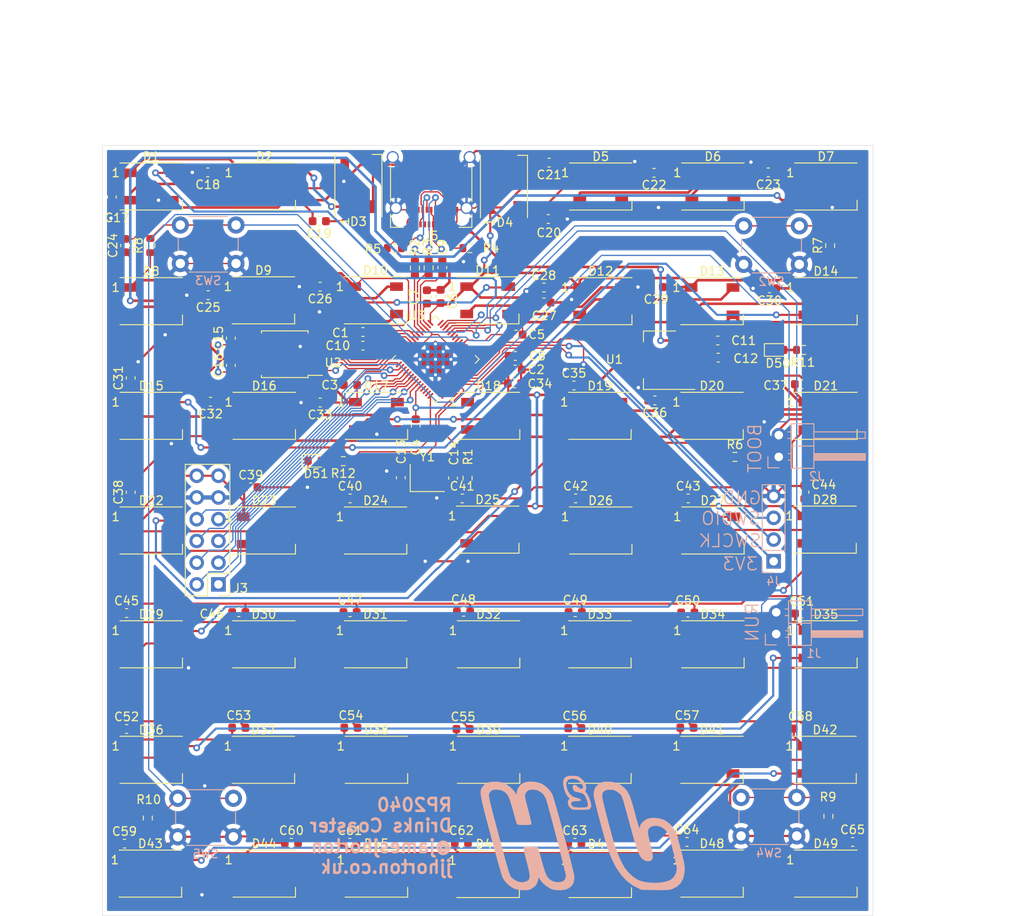
<source format=kicad_pcb>
(kicad_pcb (version 20171130) (host pcbnew 5.1.12-84ad8e8a86~92~ubuntu21.04.1)
  (layers (0 F.Cu signal) (31 B.Cu signal) (34 B.Paste user) (35 F.Paste user) (36 B.SilkS user) (37 F.SilkS user) (38 B.Mask user) (39 F.Mask user) (44 Edge.Cuts user))
  (net 0 "")
  (net 1 GND)
  (net 2 +3V3)
  (net 3 XIN)
  (net 4 +1V1)
  (net 5 GPIO_6)
  (net 6 GPIO_7)
  (net 7 GPIO_4)
  (net 8 GPIO_5)
  (net 9 GPIO_2)
  (net 10 GPIO_3)
  (net 11 GPIO_0)
  (net 12 GPIO_1)
  (net 13 USB_DP)
  (net 14 VBUS)
  (net 15 GPIO_8)
  (net 16 GPIO_9)
  (net 17 GPIO_10)
  (net 18 GPIO_11)
  (net 19 GPIO_12)
  (net 20 GPIO_13)
  (net 21 GPIO_14)
  (net 22 GPIO_15)
  (net 23 XOUT)
  (net 24 SWCLK)
  (net 25 SWDIO)
  (net 26 Pico_Run)
  (net 27 GPIO_16)
  (net 28 GPIO_17)
  (net 29 GPIO_18)
  (net 30 GPIO_19)
  (net 31 GPIO_20)
  (net 32 GPIO_21)
  (net 33 GPIO_22)
  (net 34 GPIO_23)
  (net 35 GPIO_24)
  (net 36 "Net-(R3-Pad2)")
  (net 37 QSPI_SD3)
  (net 38 QSPI_SCLK)
  (net 39 QSPI_SD0)
  (net 40 QSPI_SD2)
  (net 41 QSPI_SD1)
  (net 42 QSPI_SS)
  (net 43 "Net-(R2-Pad2)")
  (net 44 "Net-(D1-Pad2)")
  (net 45 "Net-(D2-Pad2)")
  (net 46 "Net-(D3-Pad2)")
  (net 47 GPIO_25)
  (net 48 USB_DM)
  (net 49 "Net-(C14-Pad1)")
  (net 50 "Net-(D4-Pad2)")
  (net 51 "Net-(D5-Pad2)")
  (net 52 "Net-(D6-Pad2)")
  (net 53 "Net-(D7-Pad2)")
  (net 54 "Net-(D8-Pad2)")
  (net 55 "Net-(D10-Pad4)")
  (net 56 "Net-(D10-Pad2)")
  (net 57 "Net-(D11-Pad2)")
  (net 58 "Net-(D12-Pad2)")
  (net 59 "Net-(D13-Pad2)")
  (net 60 "Net-(D14-Pad2)")
  (net 61 "Net-(D15-Pad2)")
  (net 62 "Net-(D16-Pad2)")
  (net 63 "Net-(D17-Pad2)")
  (net 64 "Net-(D18-Pad2)")
  (net 65 "Net-(D19-Pad2)")
  (net 66 "Net-(D20-Pad2)")
  (net 67 "Net-(D21-Pad2)")
  (net 68 "Net-(D22-Pad2)")
  (net 69 "Net-(D23-Pad2)")
  (net 70 "Net-(D24-Pad2)")
  (net 71 "Net-(D25-Pad2)")
  (net 72 "Net-(D26-Pad2)")
  (net 73 "Net-(D27-Pad2)")
  (net 74 "Net-(D28-Pad2)")
  (net 75 "Net-(D29-Pad2)")
  (net 76 "Net-(D30-Pad2)")
  (net 77 "Net-(D31-Pad2)")
  (net 78 "Net-(D32-Pad2)")
  (net 79 "Net-(D33-Pad2)")
  (net 80 "Net-(D34-Pad2)")
  (net 81 "Net-(D35-Pad2)")
  (net 82 "Net-(D36-Pad2)")
  (net 83 "Net-(D37-Pad2)")
  (net 84 "Net-(D38-Pad2)")
  (net 85 "Net-(D39-Pad2)")
  (net 86 "Net-(D40-Pad2)")
  (net 87 "Net-(D41-Pad2)")
  (net 88 "Net-(D42-Pad2)")
  (net 89 "Net-(D43-Pad2)")
  (net 90 "Net-(D44-Pad2)")
  (net 91 "Net-(D45-Pad2)")
  (net 92 "Net-(D46-Pad2)")
  (net 93 "Net-(D47-Pad2)")
  (net 94 "Net-(D48-Pad2)")
  (net 95 "Net-(D49-Pad2)")
  (net 96 "Net-(D50-Pad2)")
  (net 97 "Net-(D51-Pad2)")
  (net 98 "Net-(J5-PadB5)")
  (net 99 "Net-(J5-PadA5)")
  (net 100 GPIO26)
  (net 101 GPIO27)
  (net 102 GPIO28)
  (net 103 GPIO29)
  (net 104 "Net-(J5-PadB8)")
  (net 105 "Net-(J5-PadA8)")
  (net 106 "Net-(J2-Pad1)")
  (module Connector_PinHeader_2.54mm:PinHeader_1x02_P2.54mm_Horizontal (layer B.Cu) (at 243.7 92.1)
    (fp_text reference J1 (at 4.385 2.27) (layer B.SilkS) (effects (justify mirror)))
    (fp_text value Conn_01x02)
    (pad 2 thru_hole oval (at 0 -2.54) (size 1.7 1.7) (drill 1) (layers *.Cu *.Mask) (net 1 GND))
    (pad 1 thru_hole rect (at 0 0) (size 1.7 1.7) (drill 1) (layers *.Cu *.Mask) (net 26 Pico_Run))
  )
  (module Connector_PinHeader_2.54mm:PinHeader_1x02_P2.54mm_Horizontal (layer B.Cu) (at 244 71.4)
    (fp_text reference J2 (at 4.385 2.27) (layer B.SilkS) (effects (justify mirror)))
    (fp_text value Conn_01x02)
    (pad 2 thru_hole oval (at 0 -2.54) (size 1.7 1.7) (drill 1) (layers *.Cu *.Mask) (net 1 GND))
    (pad 1 thru_hole rect (at 0 0) (size 1.7 1.7) (drill 1) (layers *.Cu *.Mask) (net 106 "Net-(J2-Pad1)"))
  )
  (module Resistor_SMD:R_0603_1608Metric (layer F.Cu) (at 238.875 71.4)
    (fp_text reference R6 (at 0 -1.43) (layer F.SilkS))
    (fp_text value 1K)
    (pad 2 smd roundrect (at 0.825 0) (size 0.8 0.95) (layers F.Cu F.Paste F.Mask) (net 106 "Net-(J2-Pad1)"))
    (pad 1 smd roundrect (at -0.825 0) (size 0.8 0.95) (layers F.Cu F.Paste F.Mask) (net 42 QSPI_SS))
  )
  (module Connector_USB:USB_C_Receptacle_Amphenol_12401610E4-2A_CircularHoles (layer F.Cu) (at 203.4 39.2 180)
    (fp_text reference J5 (at 0 -6.36) (layer F.SilkS))
    (fp_text value USB_C_Receptacle_USB2.0)
    (pad B12 smd rect (at -3 -3.32 180) (size 0.3 0.7) (layers F.Cu F.Paste F.Mask) (net 1 GND))
    (pad B11 smd rect (at -2.5 -3.32 180) (size 0.3 0.7) (layers F.Cu F.Paste F.Mask))
    (pad B10 smd rect (at -2 -3.32 180) (size 0.3 0.7) (layers F.Cu F.Paste F.Mask))
    (pad B9 smd rect (at -1.5 -3.32 180) (size 0.3 0.7) (layers F.Cu F.Paste F.Mask) (net 14 VBUS))
    (pad B8 smd rect (at -1 -3.32 180) (size 0.3 0.7) (layers F.Cu F.Paste F.Mask) (net 104 "Net-(J5-PadB8)"))
    (pad B7 smd rect (at -0.5 -3.32 180) (size 0.3 0.7) (layers F.Cu F.Paste F.Mask) (net 48 USB_DM))
    (pad B6 smd rect (at 0 -3.32 180) (size 0.3 0.7) (layers F.Cu F.Paste F.Mask) (net 13 USB_DP))
    (pad B5 smd rect (at 0.5 -3.32 180) (size 0.3 0.7) (layers F.Cu F.Paste F.Mask) (net 98 "Net-(J5-PadB5)"))
    (pad B4 smd rect (at 1 -3.32 180) (size 0.3 0.7) (layers F.Cu F.Paste F.Mask) (net 14 VBUS))
    (pad B3 smd rect (at 1.5 -3.32 180) (size 0.3 0.7) (layers F.Cu F.Paste F.Mask))
    (pad B2 smd rect (at 2 -3.32 180) (size 0.3 0.7) (layers F.Cu F.Paste F.Mask))
    (pad "" np_thru_hole circle (at -3.6 -4.36 180) (size 0.65 0.65) (drill 0.65) (layers *.Cu *.Mask))
    (pad "" np_thru_hole circle (at 3.6 -4.36 180) (size 0.95 0.95) (drill 0.95) (layers *.Cu *.Mask))
    (pad S1 thru_hole circle (at -4.49 2.84 180) (size 1.4 1.4) (drill 1.1) (layers *.Cu *.Mask) (net 1 GND))
    (pad S1 thru_hole circle (at 4.49 2.84 180) (size 1.4 1.4) (drill 1.1) (layers *.Cu *.Mask) (net 1 GND))
    (pad S1 thru_hole circle (at 4.13 -3.11 180) (size 1.4 1.4) (drill 1.1) (layers *.Cu *.Mask) (net 1 GND))
    (pad B1 smd rect (at 2.5 -3.32 180) (size 0.3 0.7) (layers F.Cu F.Paste F.Mask) (net 1 GND))
    (pad A11 smd rect (at 2.25 -5.02 180) (size 0.3 0.7) (layers F.Cu F.Paste F.Mask))
    (pad A8 smd rect (at 0.75 -5.02 180) (size 0.3 0.7) (layers F.Cu F.Paste F.Mask) (net 105 "Net-(J5-PadA8)"))
    (pad A9 smd rect (at 1.25 -5.02 180) (size 0.3 0.7) (layers F.Cu F.Paste F.Mask) (net 14 VBUS))
    (pad A10 smd rect (at 1.75 -5.02 180) (size 0.3 0.7) (layers F.Cu F.Paste F.Mask))
    (pad A12 smd rect (at 2.75 -5.02 180) (size 0.3 0.7) (layers F.Cu F.Paste F.Mask) (net 1 GND))
    (pad A7 smd rect (at 0.25 -5.02 180) (size 0.3 0.7) (layers F.Cu F.Paste F.Mask) (net 48 USB_DM))
    (pad A6 smd rect (at -0.25 -5.02 180) (size 0.3 0.7) (layers F.Cu F.Paste F.Mask) (net 13 USB_DP))
    (pad A5 smd rect (at -0.75 -5.02 180) (size 0.3 0.7) (layers F.Cu F.Paste F.Mask) (net 99 "Net-(J5-PadA5)"))
    (pad A4 smd rect (at -1.25 -5.02 180) (size 0.3 0.7) (layers F.Cu F.Paste F.Mask) (net 14 VBUS))
    (pad A3 smd rect (at -1.75 -5.02 180) (size 0.3 0.7) (layers F.Cu F.Paste F.Mask))
    (pad A2 smd rect (at -2.25 -5.02 180) (size 0.3 0.7) (layers F.Cu F.Paste F.Mask))
    (pad A1 smd rect (at -2.75 -5.02 180) (size 0.3 0.7) (layers F.Cu F.Paste F.Mask) (net 1 GND))
    (pad S1 thru_hole circle (at -4.13 -3.11 180) (size 1.4 1.4) (drill 1.1) (layers *.Cu *.Mask) (net 1 GND))
  )
  (module Connector_PinHeader_2.54mm:PinHeader_2x06_P2.54mm_Vertical (layer F.Cu) (at 178.55 86.3 180)
    (fp_text reference J3 (at -2.6 -0.45) (layer F.SilkS))
    (fp_text value Conn_02x06_Odd_Even)
    (pad 12 thru_hole oval (at 2.54 12.7 180) (size 1.7 1.7) (drill 1) (layers *.Cu *.Mask) (net 2 +3V3))
    (pad 11 thru_hole oval (at 0 12.7 180) (size 1.7 1.7) (drill 1) (layers *.Cu *.Mask) (net 2 +3V3))
    (pad 10 thru_hole oval (at 2.54 10.16 180) (size 1.7 1.7) (drill 1) (layers *.Cu *.Mask) (net 1 GND))
    (pad 9 thru_hole oval (at 0 10.16 180) (size 1.7 1.7) (drill 1) (layers *.Cu *.Mask) (net 1 GND))
    (pad 8 thru_hole oval (at 2.54 7.62 180) (size 1.7 1.7) (drill 1) (layers *.Cu *.Mask) (net 11 GPIO_0))
    (pad 7 thru_hole oval (at 0 7.62 180) (size 1.7 1.7) (drill 1) (layers *.Cu *.Mask) (net 12 GPIO_1))
    (pad 6 thru_hole oval (at 2.54 5.08 180) (size 1.7 1.7) (drill 1) (layers *.Cu *.Mask) (net 9 GPIO_2))
    (pad 5 thru_hole oval (at 0 5.08 180) (size 1.7 1.7) (drill 1) (layers *.Cu *.Mask) (net 10 GPIO_3))
    (pad 4 thru_hole oval (at 2.54 2.54 180) (size 1.7 1.7) (drill 1) (layers *.Cu *.Mask) (net 7 GPIO_4))
    (pad 3 thru_hole oval (at 0 2.54 180) (size 1.7 1.7) (drill 1) (layers *.Cu *.Mask) (net 8 GPIO_5))
    (pad 2 thru_hole oval (at 2.54 0 180) (size 1.7 1.7) (drill 1) (layers *.Cu *.Mask) (net 5 GPIO_6))
    (pad 1 thru_hole rect (at 0 0 180) (size 1.7 1.7) (drill 1) (layers *.Cu *.Mask) (net 6 GPIO_7))
  )
  (module RPi_Pico:RP2040-QFN-56 (layer F.Cu) (at 203.9 60 45)
    (fp_text reference U3 (at 2.05061 -5.16188 180) (layer F.SilkS))
    (fp_text value RP2040)
    (pad 57 smd roundrect (at 0 0 45) (size 3.2 3.2) (layers F.Cu F.Mask) (roundrect_rratio 0.045) (net 1 GND))
    (pad 57 thru_hole circle (at -1.275 -1.275 45) (size 0.6 0.6) (drill 0.35) (layers *.Cu) (net 1 GND))
    (pad 57 thru_hole circle (at 0 -1.275 45) (size 0.6 0.6) (drill 0.35) (layers *.Cu) (net 1 GND))
    (pad 57 thru_hole circle (at 1.275 -1.275 45) (size 0.6 0.6) (drill 0.35) (layers *.Cu) (net 1 GND))
    (pad 57 thru_hole circle (at -1.275 0 45) (size 0.6 0.6) (drill 0.35) (layers *.Cu) (net 1 GND))
    (pad 57 thru_hole circle (at 0 0 45) (size 0.6 0.6) (drill 0.35) (layers *.Cu) (net 1 GND))
    (pad 57 thru_hole circle (at 1.275 0 45) (size 0.6 0.6) (drill 0.35) (layers *.Cu) (net 1 GND))
    (pad 57 thru_hole circle (at -1.275 1.275 45) (size 0.6 0.6) (drill 0.35) (layers *.Cu) (net 1 GND))
    (pad 57 thru_hole circle (at 0 1.275 45) (size 0.6 0.6) (drill 0.35) (layers *.Cu) (net 1 GND))
    (pad 57 thru_hole circle (at 1.275 1.275 45) (size 0.6 0.6) (drill 0.35) (layers *.Cu) (net 1 GND))
    (pad 1 smd roundrect (at -3.4375 -2.6 45) (size 0.875 0.2) (layers F.Cu F.Paste F.Mask) (net 2 +3V3))
    (pad 2 smd roundrect (at -3.4375 -2.2 45) (size 0.875 0.2) (layers F.Cu F.Paste F.Mask) (net 11 GPIO_0))
    (pad 3 smd roundrect (at -3.4375 -1.8 45) (size 0.875 0.2) (layers F.Cu F.Paste F.Mask) (net 12 GPIO_1))
    (pad 4 smd roundrect (at -3.4375 -1.4 45) (size 0.875 0.2) (layers F.Cu F.Paste F.Mask) (net 9 GPIO_2))
    (pad 5 smd roundrect (at -3.4375 -1 45) (size 0.875 0.2) (layers F.Cu F.Paste F.Mask) (net 10 GPIO_3))
    (pad 6 smd roundrect (at -3.4375 -0.6 45) (size 0.875 0.2) (layers F.Cu F.Paste F.Mask) (net 7 GPIO_4))
    (pad 7 smd roundrect (at -3.4375 -0.2 45) (size 0.875 0.2) (layers F.Cu F.Paste F.Mask) (net 8 GPIO_5))
    (pad 8 smd roundrect (at -3.4375 0.2 45) (size 0.875 0.2) (layers F.Cu F.Paste F.Mask) (net 5 GPIO_6))
    (pad 9 smd roundrect (at -3.4375 0.6 45) (size 0.875 0.2) (layers F.Cu F.Paste F.Mask) (net 6 GPIO_7))
    (pad 10 smd roundrect (at -3.4375 1 45) (size 0.875 0.2) (layers F.Cu F.Paste F.Mask) (net 2 +3V3))
    (pad 11 smd roundrect (at -3.4375 1.4 45) (size 0.875 0.2) (layers F.Cu F.Paste F.Mask) (net 15 GPIO_8))
    (pad 12 smd roundrect (at -3.4375 1.8 45) (size 0.875 0.2) (layers F.Cu F.Paste F.Mask) (net 16 GPIO_9))
    (pad 13 smd roundrect (at -3.4375 2.2 45) (size 0.875 0.2) (layers F.Cu F.Paste F.Mask) (net 17 GPIO_10))
    (pad 14 smd roundrect (at -3.4375 2.6 45) (size 0.875 0.2) (layers F.Cu F.Paste F.Mask) (net 18 GPIO_11))
    (pad 15 smd roundrect (at -2.6 3.4375 45) (size 0.2 0.875) (layers F.Cu F.Paste F.Mask) (net 19 GPIO_12))
    (pad 16 smd roundrect (at -2.2 3.4375 45) (size 0.2 0.875) (layers F.Cu F.Paste F.Mask) (net 20 GPIO_13))
    (pad 17 smd roundrect (at -1.8 3.4375 45) (size 0.2 0.875) (layers F.Cu F.Paste F.Mask) (net 21 GPIO_14))
    (pad 18 smd roundrect (at -1.4 3.4375 45) (size 0.2 0.875) (layers F.Cu F.Paste F.Mask) (net 22 GPIO_15))
    (pad 19 smd roundrect (at -1 3.4375 45) (size 0.2 0.875) (layers F.Cu F.Paste F.Mask) (net 1 GND))
    (pad 20 smd roundrect (at -0.6 3.4375 45) (size 0.2 0.875) (layers F.Cu F.Paste F.Mask) (net 3 XIN))
    (pad 21 smd roundrect (at -0.2 3.4375 45) (size 0.2 0.875) (layers F.Cu F.Paste F.Mask) (net 23 XOUT))
    (pad 22 smd roundrect (at 0.2 3.4375 45) (size 0.2 0.875) (layers F.Cu F.Paste F.Mask) (net 2 +3V3))
    (pad 23 smd roundrect (at 0.6 3.4375 45) (size 0.2 0.875) (layers F.Cu F.Paste F.Mask) (net 4 +1V1))
    (pad 24 smd roundrect (at 1 3.4375 45) (size 0.2 0.875) (layers F.Cu F.Paste F.Mask) (net 24 SWCLK))
    (pad 25 smd roundrect (at 1.4 3.4375 45) (size 0.2 0.875) (layers F.Cu F.Paste F.Mask) (net 25 SWDIO))
    (pad 26 smd roundrect (at 1.8 3.4375 45) (size 0.2 0.875) (layers F.Cu F.Paste F.Mask) (net 26 Pico_Run))
    (pad 27 smd roundrect (at 2.2 3.4375 45) (size 0.2 0.875) (layers F.Cu F.Paste F.Mask) (net 27 GPIO_16))
    (pad 28 smd roundrect (at 2.6 3.4375 45) (size 0.2 0.875) (layers F.Cu F.Paste F.Mask) (net 28 GPIO_17))
    (pad 29 smd roundrect (at 3.4375 2.6 45) (size 0.875 0.2) (layers F.Cu F.Paste F.Mask) (net 29 GPIO_18))
    (pad 30 smd roundrect (at 3.4375 2.2 45) (size 0.875 0.2) (layers F.Cu F.Paste F.Mask) (net 30 GPIO_19))
    (pad 31 smd roundrect (at 3.4375 1.8 45) (size 0.875 0.2) (layers F.Cu F.Paste F.Mask) (net 31 GPIO_20))
    (pad 32 smd roundrect (at 3.4375 1.4 45) (size 0.875 0.2) (layers F.Cu F.Paste F.Mask) (net 32 GPIO_21))
    (pad 33 smd roundrect (at 3.4375 1 45) (size 0.875 0.2) (layers F.Cu F.Paste F.Mask) (net 2 +3V3))
    (pad 34 smd roundrect (at 3.4375 0.6 45) (size 0.875 0.2) (layers F.Cu F.Paste F.Mask) (net 33 GPIO_22))
    (pad 35 smd roundrect (at 3.4375 0.2 45) (size 0.875 0.2) (layers F.Cu F.Paste F.Mask) (net 34 GPIO_23))
    (pad 36 smd roundrect (at 3.4375 -0.2 45) (size 0.875 0.2) (layers F.Cu F.Paste F.Mask) (net 35 GPIO_24))
    (pad 37 smd roundrect (at 3.4375 -0.6 45) (size 0.875 0.2) (layers F.Cu F.Paste F.Mask) (net 47 GPIO_25))
    (pad 38 smd roundrect (at 3.4375 -1 45) (size 0.875 0.2) (layers F.Cu F.Paste F.Mask) (net 100 GPIO26))
    (pad 39 smd roundrect (at 3.4375 -1.4 45) (size 0.875 0.2) (layers F.Cu F.Paste F.Mask) (net 101 GPIO27))
    (pad 40 smd roundrect (at 3.4375 -1.8 45) (size 0.875 0.2) (layers F.Cu F.Paste F.Mask) (net 102 GPIO28))
    (pad 41 smd roundrect (at 3.4375 -2.2 45) (size 0.875 0.2) (layers F.Cu F.Paste F.Mask) (net 103 GPIO29))
    (pad 42 smd roundrect (at 3.4375 -2.6 45) (size 0.875 0.2) (layers F.Cu F.Paste F.Mask) (net 2 +3V3))
    (pad 43 smd roundrect (at 2.6 -3.4375 45) (size 0.2 0.875) (layers F.Cu F.Paste F.Mask) (net 2 +3V3))
    (pad 44 smd roundrect (at 2.2 -3.4375 45) (size 0.2 0.875) (layers F.Cu F.Paste F.Mask) (net 2 +3V3))
    (pad 45 smd roundrect (at 1.8 -3.4375 45) (size 0.2 0.875) (layers F.Cu F.Paste F.Mask) (net 4 +1V1))
    (pad 46 smd roundrect (at 1.4 -3.4375 45) (size 0.2 0.875) (layers F.Cu F.Paste F.Mask) (net 36 "Net-(R3-Pad2)"))
    (pad 47 smd roundrect (at 1 -3.4375 45) (size 0.2 0.875) (layers F.Cu F.Paste F.Mask) (net 43 "Net-(R2-Pad2)"))
    (pad 48 smd roundrect (at 0.6 -3.4375 45) (size 0.2 0.875) (layers F.Cu F.Paste F.Mask) (net 2 +3V3))
    (pad 49 smd roundrect (at 0.2 -3.4375 45) (size 0.2 0.875) (layers F.Cu F.Paste F.Mask) (net 2 +3V3))
    (pad 50 smd roundrect (at -0.2 -3.4375 45) (size 0.2 0.875) (layers F.Cu F.Paste F.Mask) (net 4 +1V1))
    (pad 51 smd roundrect (at -0.6 -3.4375 45) (size 0.2 0.875) (layers F.Cu F.Paste F.Mask) (net 37 QSPI_SD3))
    (pad 52 smd roundrect (at -1 -3.4375 45) (size 0.2 0.875) (layers F.Cu F.Paste F.Mask) (net 38 QSPI_SCLK))
    (pad 53 smd roundrect (at -1.4 -3.4375 45) (size 0.2 0.875) (layers F.Cu F.Paste F.Mask) (net 39 QSPI_SD0))
    (pad 54 smd roundrect (at -1.8 -3.4375 45) (size 0.2 0.875) (layers F.Cu F.Paste F.Mask) (net 40 QSPI_SD2))
    (pad 55 smd roundrect (at -2.2 -3.4375 45) (size 0.2 0.875) (layers F.Cu F.Paste F.Mask) (net 41 QSPI_SD1))
    (pad 56 smd roundrect (at -2.6 -3.4375 45) (size 0.2 0.875) (layers F.Cu F.Paste F.Mask) (net 42 QSPI_SS))
  )
  (module Crystal:Crystal_SMD_SeikoEpson_FA238-4Pin_3.2x2.5mm (layer F.Cu) (at 202.95 73.85)
    (fp_text reference Y1 (at 0 -2.45) (layer F.SilkS))
    (fp_text value 12MHz)
    (pad 4 smd rect (at -1.1 -0.8) (size 1.4 1.2) (layers F.Cu F.Paste F.Mask) (net 1 GND))
    (pad 3 smd rect (at 1.1 -0.8) (size 1.4 1.2) (layers F.Cu F.Paste F.Mask) (net 49 "Net-(C14-Pad1)"))
    (pad 2 smd rect (at 1.1 0.8) (size 1.4 1.2) (layers F.Cu F.Paste F.Mask) (net 1 GND))
    (pad 1 smd rect (at -1.1 0.8) (size 1.4 1.2) (layers F.Cu F.Paste F.Mask) (net 3 XIN))
  )
  (module Package_SO:SOIC-8_5.23x5.23mm_P1.27mm (layer F.Cu) (at 186.3 59.4 180)
    (fp_text reference U2 (at -5.65 -1 180) (layer F.SilkS))
    (fp_text value W25Q128JVS)
    (pad 8 smd roundrect (at 3.6 -1.905 180) (size 1.6 0.6) (layers F.Cu F.Paste F.Mask) (net 2 +3V3))
    (pad 7 smd roundrect (at 3.6 -0.635 180) (size 1.6 0.6) (layers F.Cu F.Paste F.Mask) (net 37 QSPI_SD3))
    (pad 6 smd roundrect (at 3.6 0.635 180) (size 1.6 0.6) (layers F.Cu F.Paste F.Mask) (net 38 QSPI_SCLK))
    (pad 5 smd roundrect (at 3.6 1.905 180) (size 1.6 0.6) (layers F.Cu F.Paste F.Mask) (net 39 QSPI_SD0))
    (pad 4 smd roundrect (at -3.6 1.905 180) (size 1.6 0.6) (layers F.Cu F.Paste F.Mask) (net 1 GND))
    (pad 3 smd roundrect (at -3.6 0.635 180) (size 1.6 0.6) (layers F.Cu F.Paste F.Mask) (net 40 QSPI_SD2))
    (pad 2 smd roundrect (at -3.6 -0.635 180) (size 1.6 0.6) (layers F.Cu F.Paste F.Mask) (net 41 QSPI_SD1))
    (pad 1 smd roundrect (at -3.6 -1.905 180) (size 1.6 0.6) (layers F.Cu F.Paste F.Mask) (net 42 QSPI_SS))
  )
  (module Package_TO_SOT_SMD:SOT-223-3_TabPin2 (layer F.Cu) (at 230.1 60.1 180)
    (fp_text reference U1 (at 5.3 0.1 180) (layer F.SilkS))
    (fp_text value NCP1117-3.3_SOT223)
    (pad 1 smd rect (at -3.15 -2.3 180) (size 2 1.5) (layers F.Cu F.Paste F.Mask) (net 1 GND))
    (pad 3 smd rect (at -3.15 2.3 180) (size 2 1.5) (layers F.Cu F.Paste F.Mask) (net 14 VBUS))
    (pad 2 smd rect (at -3.15 0 180) (size 2 1.5) (layers F.Cu F.Paste F.Mask) (net 2 +3V3))
    (pad 2 smd rect (at 3.15 0 180) (size 2 3.8) (layers F.Cu F.Paste F.Mask) (net 2 +3V3))
  )
  (module Button_Switch_THT:SW_PUSH_6mm_H4.3mm (layer B.Cu) (at 173.8 115.8)
    (fp_text reference SW5 (at 3.25 2) (layer B.SilkS) (effects (justify mirror)))
    (fp_text value SW_Push)
    (pad 1 thru_hole circle (at 6.5 0 270) (size 2 2) (drill 1.1) (layers *.Cu *.Mask) (net 1 GND))
    (pad 2 thru_hole circle (at 6.5 -4.5 270) (size 2 2) (drill 1.1) (layers *.Cu *.Mask) (net 103 GPIO29))
    (pad 1 thru_hole circle (at 0 0 270) (size 2 2) (drill 1.1) (layers *.Cu *.Mask) (net 1 GND))
    (pad 2 thru_hole circle (at 0 -4.5 270) (size 2 2) (drill 1.1) (layers *.Cu *.Mask) (net 103 GPIO29))
  )
  (module Button_Switch_THT:SW_PUSH_6mm_H4.3mm (layer B.Cu) (at 239.6 115.7)
    (fp_text reference SW4 (at 3.25 2) (layer B.SilkS) (effects (justify mirror)))
    (fp_text value SW_Push)
    (pad 1 thru_hole circle (at 6.5 0 270) (size 2 2) (drill 1.1) (layers *.Cu *.Mask) (net 1 GND))
    (pad 2 thru_hole circle (at 6.5 -4.5 270) (size 2 2) (drill 1.1) (layers *.Cu *.Mask) (net 102 GPIO28))
    (pad 1 thru_hole circle (at 0 0 270) (size 2 2) (drill 1.1) (layers *.Cu *.Mask) (net 1 GND))
    (pad 2 thru_hole circle (at 0 -4.5 270) (size 2 2) (drill 1.1) (layers *.Cu *.Mask) (net 102 GPIO28))
  )
  (module Button_Switch_THT:SW_PUSH_6mm_H4.3mm (layer B.Cu) (at 174.1 48.8)
    (fp_text reference SW3 (at 3.25 2) (layer B.SilkS) (effects (justify mirror)))
    (fp_text value SW_Push)
    (pad 1 thru_hole circle (at 6.5 0 270) (size 2 2) (drill 1.1) (layers *.Cu *.Mask) (net 1 GND))
    (pad 2 thru_hole circle (at 6.5 -4.5 270) (size 2 2) (drill 1.1) (layers *.Cu *.Mask) (net 101 GPIO27))
    (pad 1 thru_hole circle (at 0 0 270) (size 2 2) (drill 1.1) (layers *.Cu *.Mask) (net 1 GND))
    (pad 2 thru_hole circle (at 0 -4.5 270) (size 2 2) (drill 1.1) (layers *.Cu *.Mask) (net 101 GPIO27))
  )
  (module Button_Switch_THT:SW_PUSH_6mm_H4.3mm (layer B.Cu) (at 239.9 48.9)
    (fp_text reference SW2 (at 3.25 2) (layer B.SilkS) (effects (justify mirror)))
    (fp_text value SW_Push)
    (pad 1 thru_hole circle (at 6.5 0 270) (size 2 2) (drill 1.1) (layers *.Cu *.Mask) (net 1 GND))
    (pad 2 thru_hole circle (at 6.5 -4.5 270) (size 2 2) (drill 1.1) (layers *.Cu *.Mask) (net 100 GPIO26))
    (pad 1 thru_hole circle (at 0 0 270) (size 2 2) (drill 1.1) (layers *.Cu *.Mask) (net 1 GND))
    (pad 2 thru_hole circle (at 0 -4.5 270) (size 2 2) (drill 1.1) (layers *.Cu *.Mask) (net 100 GPIO26))
  )
  (module Resistor_SMD:R_0603_1608Metric (layer F.Cu) (at 193.125 71.9 180)
    (fp_text reference R12 (at 0 -1.43) (layer F.SilkS))
    (fp_text value 330)
    (pad 2 smd roundrect (at 0.825 0 180) (size 0.8 0.95) (layers F.Cu F.Paste F.Mask) (net 97 "Net-(D51-Pad2)"))
    (pad 1 smd roundrect (at -0.825 0 180) (size 0.8 0.95) (layers F.Cu F.Paste F.Mask) (net 18 GPIO_11))
  )
  (module Resistor_SMD:R_0603_1608Metric (layer F.Cu) (at 246.9 58.9 180)
    (fp_text reference R11 (at 0.1 -1.45) (layer F.SilkS))
    (fp_text value 330)
    (pad 2 smd roundrect (at 0.825 0 180) (size 0.8 0.95) (layers F.Cu F.Paste F.Mask) (net 96 "Net-(D50-Pad2)"))
    (pad 1 smd roundrect (at -0.825 0 180) (size 0.8 0.95) (layers F.Cu F.Paste F.Mask) (net 2 +3V3))
  )
  (module Resistor_SMD:R_0603_1608Metric (layer F.Cu) (at 170.3 113.6 90)
    (fp_text reference R10 (at 2.15 0.1) (layer F.SilkS))
    (fp_text value 10K)
    (pad 2 smd roundrect (at 0.825 0 90) (size 0.8 0.95) (layers F.Cu F.Paste F.Mask) (net 103 GPIO29))
    (pad 1 smd roundrect (at -0.825 0 90) (size 0.8 0.95) (layers F.Cu F.Paste F.Mask) (net 2 +3V3))
  )
  (module Resistor_SMD:R_0603_1608Metric (layer F.Cu) (at 249.8 113.4 90)
    (fp_text reference R9 (at 2.25 -0.05) (layer F.SilkS))
    (fp_text value 10K)
    (pad 2 smd roundrect (at 0.825 0 90) (size 0.8 0.95) (layers F.Cu F.Paste F.Mask) (net 102 GPIO28))
    (pad 1 smd roundrect (at -0.825 0 90) (size 0.8 0.95) (layers F.Cu F.Paste F.Mask) (net 2 +3V3))
  )
  (module Resistor_SMD:R_0603_1608Metric (layer F.Cu) (at 170.6 46.7 90)
    (fp_text reference R8 (at 0 -1.43 90) (layer F.SilkS))
    (fp_text value 10K)
    (pad 2 smd roundrect (at 0.825 0 90) (size 0.8 0.95) (layers F.Cu F.Paste F.Mask) (net 101 GPIO27))
    (pad 1 smd roundrect (at -0.825 0 90) (size 0.8 0.95) (layers F.Cu F.Paste F.Mask) (net 2 +3V3))
  )
  (module Resistor_SMD:R_0603_1608Metric (layer F.Cu) (at 250 46.7 90)
    (fp_text reference R7 (at 0 -1.43 270) (layer F.SilkS))
    (fp_text value 10K)
    (pad 2 smd roundrect (at 0.825 0 90) (size 0.8 0.95) (layers F.Cu F.Paste F.Mask) (net 100 GPIO26))
    (pad 1 smd roundrect (at -0.825 0 90) (size 0.8 0.95) (layers F.Cu F.Paste F.Mask) (net 2 +3V3))
  )
  (module Resistor_SMD:R_0603_1608Metric (layer F.Cu) (at 199.1 47 180)
    (fp_text reference R5 (at 2.5 -0.1) (layer F.SilkS))
    (fp_text value 5.1k)
    (pad 2 smd roundrect (at 0.825 0 180) (size 0.8 0.95) (layers F.Cu F.Paste F.Mask) (net 1 GND))
    (pad 1 smd roundrect (at -0.825 0 180) (size 0.8 0.95) (layers F.Cu F.Paste F.Mask) (net 98 "Net-(J5-PadB5)"))
  )
  (module Resistor_SMD:R_0603_1608Metric (layer F.Cu) (at 207.925 47 180)
    (fp_text reference R4 (at -2.475 0) (layer F.SilkS))
    (fp_text value 5.1k)
    (pad 2 smd roundrect (at 0.825 0 180) (size 0.8 0.95) (layers F.Cu F.Paste F.Mask) (net 99 "Net-(J5-PadA5)"))
    (pad 1 smd roundrect (at -0.825 0 180) (size 0.8 0.95) (layers F.Cu F.Paste F.Mask) (net 1 GND))
  )
  (module Resistor_SMD:R_0603_1608Metric (layer F.Cu) (at 203.1 49.3 270)
    (fp_text reference R3 (at -2.425 0.1 270) (layer F.SilkS))
    (fp_text value 27)
    (pad 2 smd roundrect (at 0.825 0 270) (size 0.8 0.95) (layers F.Cu F.Paste F.Mask) (net 36 "Net-(R3-Pad2)"))
    (pad 1 smd roundrect (at -0.825 0 270) (size 0.8 0.95) (layers F.Cu F.Paste F.Mask) (net 48 USB_DM))
  )
  (module Resistor_SMD:R_0603_1608Metric (layer F.Cu) (at 201.5 49.325 270)
    (fp_text reference R2 (at -2.4 0 270) (layer F.SilkS))
    (fp_text value 27)
    (pad 2 smd roundrect (at 0.825 0 270) (size 0.8 0.95) (layers F.Cu F.Paste F.Mask) (net 43 "Net-(R2-Pad2)"))
    (pad 1 smd roundrect (at -0.825 0 270) (size 0.8 0.95) (layers F.Cu F.Paste F.Mask) (net 13 USB_DP))
  )
  (module Resistor_SMD:R_0603_1608Metric (layer F.Cu) (at 207.65 73.875 90)
    (fp_text reference R1 (at 2.475 0.05 90) (layer F.SilkS))
    (fp_text value 1K)
    (pad 2 smd roundrect (at 0.825 0 90) (size 0.8 0.95) (layers F.Cu F.Paste F.Mask) (net 49 "Net-(C14-Pad1)"))
    (pad 1 smd roundrect (at -0.825 0 90) (size 0.8 0.95) (layers F.Cu F.Paste F.Mask) (net 23 XOUT))
  )
  (module Connector_PinHeader_2.54mm:PinHeader_1x04_P2.54mm_Vertical (layer B.Cu) (at 243.4 83.6)
    (fp_text reference J4 (at 0 2.33) (layer B.SilkS) (effects (justify mirror)))
    (fp_text value Conn_01x04)
    (pad 4 thru_hole oval (at 0 -7.62) (size 1.7 1.7) (drill 1) (layers *.Cu *.Mask) (net 1 GND))
    (pad 3 thru_hole oval (at 0 -5.08) (size 1.7 1.7) (drill 1) (layers *.Cu *.Mask) (net 25 SWDIO))
    (pad 2 thru_hole oval (at 0 -2.54) (size 1.7 1.7) (drill 1) (layers *.Cu *.Mask) (net 24 SWCLK))
    (pad 1 thru_hole rect (at 0 0) (size 1.7 1.7) (drill 1) (layers *.Cu *.Mask) (net 2 +3V3))
  )
  (module LED_SMD:LED_0603_1608Metric (layer F.Cu) (at 189.8 71.85)
    (fp_text reference D51 (at 0.15 1.5) (layer F.SilkS))
    (fp_text value LED)
    (pad 2 smd roundrect (at 0.7875 0) (size 0.875 0.95) (layers F.Cu F.Paste F.Mask) (net 97 "Net-(D51-Pad2)"))
    (pad 1 smd roundrect (at -0.7875 0) (size 0.875 0.95) (layers F.Cu F.Paste F.Mask) (net 1 GND))
  )
  (module LED_SMD:LED_0603_1608Metric (layer F.Cu) (at 243.8 58.9)
    (fp_text reference D50 (at 0.1 1.55) (layer F.SilkS))
    (fp_text value LED)
    (pad 2 smd roundrect (at 0.7875 0) (size 0.875 0.95) (layers F.Cu F.Paste F.Mask) (net 96 "Net-(D50-Pad2)"))
    (pad 1 smd roundrect (at -0.7875 0) (size 0.875 0.95) (layers F.Cu F.Paste F.Mask) (net 1 GND))
  )
  (module LED_SMD:LED_WS2812B_PLCC4_5.0x5.0mm_P3.2mm (layer F.Cu) (at 249.5 120.1)
    (fp_text reference D49 (at 0 -3.5) (layer F.SilkS))
    (fp_text value WS2812B)
    (fp_text user 1 (at -4.15 -1.6) (layer F.SilkS))
    (pad 1 smd rect (at -2.45 -1.6) (size 1.5 1) (layers F.Cu F.Paste F.Mask) (net 2 +3V3))
    (pad 2 smd rect (at -2.45 1.6) (size 1.5 1) (layers F.Cu F.Paste F.Mask) (net 95 "Net-(D49-Pad2)"))
    (pad 4 smd rect (at 2.45 -1.6) (size 1.5 1) (layers F.Cu F.Paste F.Mask) (net 94 "Net-(D48-Pad2)"))
    (pad 3 smd rect (at 2.45 1.6) (size 1.5 1) (layers F.Cu F.Paste F.Mask) (net 1 GND))
  )
  (module LED_SMD:LED_WS2812B_PLCC4_5.0x5.0mm_P3.2mm (layer F.Cu) (at 236.2 120.1)
    (fp_text reference D48 (at 0 -3.5) (layer F.SilkS))
    (fp_text value WS2812B)
    (fp_text user 1 (at -4.15 -1.6) (layer F.SilkS))
    (pad 1 smd rect (at -2.45 -1.6) (size 1.5 1) (layers F.Cu F.Paste F.Mask) (net 2 +3V3))
    (pad 2 smd rect (at -2.45 1.6) (size 1.5 1) (layers F.Cu F.Paste F.Mask) (net 94 "Net-(D48-Pad2)"))
    (pad 4 smd rect (at 2.45 -1.6) (size 1.5 1) (layers F.Cu F.Paste F.Mask) (net 93 "Net-(D47-Pad2)"))
    (pad 3 smd rect (at 2.45 1.6) (size 1.5 1) (layers F.Cu F.Paste F.Mask) (net 1 GND))
  )
  (module LED_SMD:LED_WS2812B_PLCC4_5.0x5.0mm_P3.2mm (layer F.Cu) (at 223.15 120.15)
    (fp_text reference D47 (at 0 -3.5) (layer F.SilkS))
    (fp_text value WS2812B)
    (fp_text user 1 (at -4.15 -1.6) (layer F.SilkS))
    (pad 1 smd rect (at -2.45 -1.6) (size 1.5 1) (layers F.Cu F.Paste F.Mask) (net 2 +3V3))
    (pad 2 smd rect (at -2.45 1.6) (size 1.5 1) (layers F.Cu F.Paste F.Mask) (net 93 "Net-(D47-Pad2)"))
    (pad 4 smd rect (at 2.45 -1.6) (size 1.5 1) (layers F.Cu F.Paste F.Mask) (net 92 "Net-(D46-Pad2)"))
    (pad 3 smd rect (at 2.45 1.6) (size 1.5 1) (layers F.Cu F.Paste F.Mask) (net 1 GND))
  )
  (module LED_SMD:LED_WS2812B_PLCC4_5.0x5.0mm_P3.2mm (layer F.Cu) (at 210.05 120.15)
    (fp_text reference D46 (at 0 -3.5) (layer F.SilkS))
    (fp_text value WS2812B)
    (fp_text user 1 (at -4.15 -1.6) (layer F.SilkS))
    (pad 1 smd rect (at -2.45 -1.6) (size 1.5 1) (layers F.Cu F.Paste F.Mask) (net 2 +3V3))
    (pad 2 smd rect (at -2.45 1.6) (size 1.5 1) (layers F.Cu F.Paste F.Mask) (net 92 "Net-(D46-Pad2)"))
    (pad 4 smd rect (at 2.45 -1.6) (size 1.5 1) (layers F.Cu F.Paste F.Mask) (net 91 "Net-(D45-Pad2)"))
    (pad 3 smd rect (at 2.45 1.6) (size 1.5 1) (layers F.Cu F.Paste F.Mask) (net 1 GND))
  )
  (module LED_SMD:LED_WS2812B_PLCC4_5.0x5.0mm_P3.2mm (layer F.Cu) (at 197 120.1)
    (fp_text reference D45 (at 0 -3.5) (layer F.SilkS))
    (fp_text value WS2812B)
    (fp_text user 1 (at -4.15 -1.6) (layer F.SilkS))
    (pad 1 smd rect (at -2.45 -1.6) (size 1.5 1) (layers F.Cu F.Paste F.Mask) (net 2 +3V3))
    (pad 2 smd rect (at -2.45 1.6) (size 1.5 1) (layers F.Cu F.Paste F.Mask) (net 91 "Net-(D45-Pad2)"))
    (pad 4 smd rect (at 2.45 -1.6) (size 1.5 1) (layers F.Cu F.Paste F.Mask) (net 90 "Net-(D44-Pad2)"))
    (pad 3 smd rect (at 2.45 1.6) (size 1.5 1) (layers F.Cu F.Paste F.Mask) (net 1 GND))
  )
  (module LED_SMD:LED_WS2812B_PLCC4_5.0x5.0mm_P3.2mm (layer F.Cu) (at 183.9 120.1)
    (fp_text reference D44 (at 0 -3.5) (layer F.SilkS))
    (fp_text value WS2812B)
    (fp_text user 1 (at -4.15 -1.6) (layer F.SilkS))
    (pad 1 smd rect (at -2.45 -1.6) (size 1.5 1) (layers F.Cu F.Paste F.Mask) (net 2 +3V3))
    (pad 2 smd rect (at -2.45 1.6) (size 1.5 1) (layers F.Cu F.Paste F.Mask) (net 90 "Net-(D44-Pad2)"))
    (pad 4 smd rect (at 2.45 -1.6) (size 1.5 1) (layers F.Cu F.Paste F.Mask) (net 89 "Net-(D43-Pad2)"))
    (pad 3 smd rect (at 2.45 1.6) (size 1.5 1) (layers F.Cu F.Paste F.Mask) (net 1 GND))
  )
  (module LED_SMD:LED_WS2812B_PLCC4_5.0x5.0mm_P3.2mm (layer F.Cu) (at 170.6 120.1)
    (fp_text reference D43 (at 0 -3.5) (layer F.SilkS))
    (fp_text value WS2812B)
    (fp_text user 1 (at -4.15 -1.6) (layer F.SilkS))
    (pad 1 smd rect (at -2.45 -1.6) (size 1.5 1) (layers F.Cu F.Paste F.Mask) (net 2 +3V3))
    (pad 2 smd rect (at -2.45 1.6) (size 1.5 1) (layers F.Cu F.Paste F.Mask) (net 89 "Net-(D43-Pad2)"))
    (pad 4 smd rect (at 2.45 -1.6) (size 1.5 1) (layers F.Cu F.Paste F.Mask) (net 88 "Net-(D42-Pad2)"))
    (pad 3 smd rect (at 2.45 1.6) (size 1.5 1) (layers F.Cu F.Paste F.Mask) (net 1 GND))
  )
  (module LED_SMD:LED_WS2812B_PLCC4_5.0x5.0mm_P3.2mm (layer F.Cu) (at 249.4 106.8)
    (fp_text reference D42 (at 0 -3.5) (layer F.SilkS))
    (fp_text value WS2812B)
    (fp_text user 1 (at -4.15 -1.6) (layer F.SilkS))
    (pad 1 smd rect (at -2.45 -1.6) (size 1.5 1) (layers F.Cu F.Paste F.Mask) (net 2 +3V3))
    (pad 2 smd rect (at -2.45 1.6) (size 1.5 1) (layers F.Cu F.Paste F.Mask) (net 88 "Net-(D42-Pad2)"))
    (pad 4 smd rect (at 2.45 -1.6) (size 1.5 1) (layers F.Cu F.Paste F.Mask) (net 87 "Net-(D41-Pad2)"))
    (pad 3 smd rect (at 2.45 1.6) (size 1.5 1) (layers F.Cu F.Paste F.Mask) (net 1 GND))
  )
  (module LED_SMD:LED_WS2812B_PLCC4_5.0x5.0mm_P3.2mm (layer F.Cu) (at 236.2 106.8)
    (fp_text reference D41 (at 0 -3.5) (layer F.SilkS))
    (fp_text value WS2812B)
    (fp_text user 1 (at -4.15 -1.6) (layer F.SilkS))
    (pad 1 smd rect (at -2.45 -1.6) (size 1.5 1) (layers F.Cu F.Paste F.Mask) (net 2 +3V3))
    (pad 2 smd rect (at -2.45 1.6) (size 1.5 1) (layers F.Cu F.Paste F.Mask) (net 87 "Net-(D41-Pad2)"))
    (pad 4 smd rect (at 2.45 -1.6) (size 1.5 1) (layers F.Cu F.Paste F.Mask) (net 86 "Net-(D40-Pad2)"))
    (pad 3 smd rect (at 2.45 1.6) (size 1.5 1) (layers F.Cu F.Paste F.Mask) (net 1 GND))
  )
  (module LED_SMD:LED_WS2812B_PLCC4_5.0x5.0mm_P3.2mm (layer F.Cu) (at 223.1 106.8)
    (fp_text reference D40 (at 0 -3.5) (layer F.SilkS))
    (fp_text value WS2812B)
    (fp_text user 1 (at -4.15 -1.6) (layer F.SilkS))
    (pad 1 smd rect (at -2.45 -1.6) (size 1.5 1) (layers F.Cu F.Paste F.Mask) (net 2 +3V3))
    (pad 2 smd rect (at -2.45 1.6) (size 1.5 1) (layers F.Cu F.Paste F.Mask) (net 86 "Net-(D40-Pad2)"))
    (pad 4 smd rect (at 2.45 -1.6) (size 1.5 1) (layers F.Cu F.Paste F.Mask) (net 85 "Net-(D39-Pad2)"))
    (pad 3 smd rect (at 2.45 1.6) (size 1.5 1) (layers F.Cu F.Paste F.Mask) (net 1 GND))
  )
  (module LED_SMD:LED_WS2812B_PLCC4_5.0x5.0mm_P3.2mm (layer F.Cu) (at 210.1 106.8)
    (fp_text reference D39 (at 0 -3.5) (layer F.SilkS))
    (fp_text value WS2812B)
    (fp_text user 1 (at -4.15 -1.6) (layer F.SilkS))
    (pad 1 smd rect (at -2.45 -1.6) (size 1.5 1) (layers F.Cu F.Paste F.Mask) (net 2 +3V3))
    (pad 2 smd rect (at -2.45 1.6) (size 1.5 1) (layers F.Cu F.Paste F.Mask) (net 85 "Net-(D39-Pad2)"))
    (pad 4 smd rect (at 2.45 -1.6) (size 1.5 1) (layers F.Cu F.Paste F.Mask) (net 84 "Net-(D38-Pad2)"))
    (pad 3 smd rect (at 2.45 1.6) (size 1.5 1) (layers F.Cu F.Paste F.Mask) (net 1 GND))
  )
  (module LED_SMD:LED_WS2812B_PLCC4_5.0x5.0mm_P3.2mm (layer F.Cu) (at 197 106.8)
    (fp_text reference D38 (at 0 -3.5) (layer F.SilkS))
    (fp_text value WS2812B)
    (fp_text user 1 (at -4.15 -1.6) (layer F.SilkS))
    (pad 1 smd rect (at -2.45 -1.6) (size 1.5 1) (layers F.Cu F.Paste F.Mask) (net 2 +3V3))
    (pad 2 smd rect (at -2.45 1.6) (size 1.5 1) (layers F.Cu F.Paste F.Mask) (net 84 "Net-(D38-Pad2)"))
    (pad 4 smd rect (at 2.45 -1.6) (size 1.5 1) (layers F.Cu F.Paste F.Mask) (net 83 "Net-(D37-Pad2)"))
    (pad 3 smd rect (at 2.45 1.6) (size 1.5 1) (layers F.Cu F.Paste F.Mask) (net 1 GND))
  )
  (module LED_SMD:LED_WS2812B_PLCC4_5.0x5.0mm_P3.2mm (layer F.Cu) (at 183.8 106.8)
    (fp_text reference D37 (at 0 -3.5) (layer F.SilkS))
    (fp_text value WS2812B)
    (fp_text user 1 (at -4.15 -1.6) (layer F.SilkS))
    (pad 1 smd rect (at -2.45 -1.6) (size 1.5 1) (layers F.Cu F.Paste F.Mask) (net 2 +3V3))
    (pad 2 smd rect (at -2.45 1.6) (size 1.5 1) (layers F.Cu F.Paste F.Mask) (net 83 "Net-(D37-Pad2)"))
    (pad 4 smd rect (at 2.45 -1.6) (size 1.5 1) (layers F.Cu F.Paste F.Mask) (net 82 "Net-(D36-Pad2)"))
    (pad 3 smd rect (at 2.45 1.6) (size 1.5 1) (layers F.Cu F.Paste F.Mask) (net 1 GND))
  )
  (module LED_SMD:LED_WS2812B_PLCC4_5.0x5.0mm_P3.2mm (layer F.Cu) (at 170.7 106.8)
    (fp_text reference D36 (at 0 -3.5) (layer F.SilkS))
    (fp_text value WS2812B)
    (fp_text user 1 (at -4.15 -1.6) (layer F.SilkS))
    (pad 1 smd rect (at -2.45 -1.6) (size 1.5 1) (layers F.Cu F.Paste F.Mask) (net 2 +3V3))
    (pad 2 smd rect (at -2.45 1.6) (size 1.5 1) (layers F.Cu F.Paste F.Mask) (net 82 "Net-(D36-Pad2)"))
    (pad 4 smd rect (at 2.45 -1.6) (size 1.5 1) (layers F.Cu F.Paste F.Mask) (net 81 "Net-(D35-Pad2)"))
    (pad 3 smd rect (at 2.45 1.6) (size 1.5 1) (layers F.Cu F.Paste F.Mask) (net 1 GND))
  )
  (module LED_SMD:LED_WS2812B_PLCC4_5.0x5.0mm_P3.2mm (layer F.Cu) (at 249.5 93.3)
    (fp_text reference D35 (at 0 -3.5) (layer F.SilkS))
    (fp_text value WS2812B)
    (fp_text user 1 (at -4.15 -1.6) (layer F.SilkS))
    (pad 1 smd rect (at -2.45 -1.6) (size 1.5 1) (layers F.Cu F.Paste F.Mask) (net 2 +3V3))
    (pad 2 smd rect (at -2.45 1.6) (size 1.5 1) (layers F.Cu F.Paste F.Mask) (net 81 "Net-(D35-Pad2)"))
    (pad 4 smd rect (at 2.45 -1.6) (size 1.5 1) (layers F.Cu F.Paste F.Mask) (net 80 "Net-(D34-Pad2)"))
    (pad 3 smd rect (at 2.45 1.6) (size 1.5 1) (layers F.Cu F.Paste F.Mask) (net 1 GND))
  )
  (module LED_SMD:LED_WS2812B_PLCC4_5.0x5.0mm_P3.2mm (layer F.Cu) (at 236.3 93.3)
    (fp_text reference D34 (at 0 -3.5) (layer F.SilkS))
    (fp_text value WS2812B)
    (fp_text user 1 (at -4.15 -1.6) (layer F.SilkS))
    (pad 1 smd rect (at -2.45 -1.6) (size 1.5 1) (layers F.Cu F.Paste F.Mask) (net 2 +3V3))
    (pad 2 smd rect (at -2.45 1.6) (size 1.5 1) (layers F.Cu F.Paste F.Mask) (net 80 "Net-(D34-Pad2)"))
    (pad 4 smd rect (at 2.45 -1.6) (size 1.5 1) (layers F.Cu F.Paste F.Mask) (net 79 "Net-(D33-Pad2)"))
    (pad 3 smd rect (at 2.45 1.6) (size 1.5 1) (layers F.Cu F.Paste F.Mask) (net 1 GND))
  )
  (module LED_SMD:LED_WS2812B_PLCC4_5.0x5.0mm_P3.2mm (layer F.Cu) (at 223.1 93.3)
    (fp_text reference D33 (at 0 -3.5) (layer F.SilkS))
    (fp_text value WS2812B)
    (fp_text user 1 (at -4.15 -1.6) (layer F.SilkS))
    (pad 1 smd rect (at -2.45 -1.6) (size 1.5 1) (layers F.Cu F.Paste F.Mask) (net 2 +3V3))
    (pad 2 smd rect (at -2.45 1.6) (size 1.5 1) (layers F.Cu F.Paste F.Mask) (net 79 "Net-(D33-Pad2)"))
    (pad 4 smd rect (at 2.45 -1.6) (size 1.5 1) (layers F.Cu F.Paste F.Mask) (net 78 "Net-(D32-Pad2)"))
    (pad 3 smd rect (at 2.45 1.6) (size 1.5 1) (layers F.Cu F.Paste F.Mask) (net 1 GND))
  )
  (module LED_SMD:LED_WS2812B_PLCC4_5.0x5.0mm_P3.2mm (layer F.Cu) (at 210.1 93.3)
    (fp_text reference D32 (at 0 -3.5) (layer F.SilkS))
    (fp_text value WS2812B)
    (fp_text user 1 (at -4.15 -1.6) (layer F.SilkS))
    (pad 1 smd rect (at -2.45 -1.6) (size 1.5 1) (layers F.Cu F.Paste F.Mask) (net 2 +3V3))
    (pad 2 smd rect (at -2.45 1.6) (size 1.5 1) (layers F.Cu F.Paste F.Mask) (net 78 "Net-(D32-Pad2)"))
    (pad 4 smd rect (at 2.45 -1.6) (size 1.5 1) (layers F.Cu F.Paste F.Mask) (net 77 "Net-(D31-Pad2)"))
    (pad 3 smd rect (at 2.45 1.6) (size 1.5 1) (layers F.Cu F.Paste F.Mask) (net 1 GND))
  )
  (module LED_SMD:LED_WS2812B_PLCC4_5.0x5.0mm_P3.2mm (layer F.Cu) (at 196.9 93.3)
    (fp_text reference D31 (at 0 -3.5) (layer F.SilkS))
    (fp_text value WS2812B)
    (fp_text user 1 (at -4.15 -1.6) (layer F.SilkS))
    (pad 1 smd rect (at -2.45 -1.6) (size 1.5 1) (layers F.Cu F.Paste F.Mask) (net 2 +3V3))
    (pad 2 smd rect (at -2.45 1.6) (size 1.5 1) (layers F.Cu F.Paste F.Mask) (net 77 "Net-(D31-Pad2)"))
    (pad 4 smd rect (at 2.45 -1.6) (size 1.5 1) (layers F.Cu F.Paste F.Mask) (net 76 "Net-(D30-Pad2)"))
    (pad 3 smd rect (at 2.45 1.6) (size 1.5 1) (layers F.Cu F.Paste F.Mask) (net 1 GND))
  )
  (module LED_SMD:LED_WS2812B_PLCC4_5.0x5.0mm_P3.2mm (layer F.Cu) (at 183.85 93.3)
    (fp_text reference D30 (at 0 -3.5) (layer F.SilkS))
    (fp_text value WS2812B)
    (fp_text user 1 (at -4.15 -1.6) (layer F.SilkS))
    (pad 1 smd rect (at -2.45 -1.6) (size 1.5 1) (layers F.Cu F.Paste F.Mask) (net 2 +3V3))
    (pad 2 smd rect (at -2.45 1.6) (size 1.5 1) (layers F.Cu F.Paste F.Mask) (net 76 "Net-(D30-Pad2)"))
    (pad 4 smd rect (at 2.45 -1.6) (size 1.5 1) (layers F.Cu F.Paste F.Mask) (net 75 "Net-(D29-Pad2)"))
    (pad 3 smd rect (at 2.45 1.6) (size 1.5 1) (layers F.Cu F.Paste F.Mask) (net 1 GND))
  )
  (module LED_SMD:LED_WS2812B_PLCC4_5.0x5.0mm_P3.2mm (layer F.Cu) (at 170.7 93.3)
    (fp_text reference D29 (at 0 -3.5) (layer F.SilkS))
    (fp_text value WS2812B)
    (fp_text user 1 (at -4.15 -1.6) (layer F.SilkS))
    (pad 1 smd rect (at -2.45 -1.6) (size 1.5 1) (layers F.Cu F.Paste F.Mask) (net 2 +3V3))
    (pad 2 smd rect (at -2.45 1.6) (size 1.5 1) (layers F.Cu F.Paste F.Mask) (net 75 "Net-(D29-Pad2)"))
    (pad 4 smd rect (at 2.45 -1.6) (size 1.5 1) (layers F.Cu F.Paste F.Mask) (net 74 "Net-(D28-Pad2)"))
    (pad 3 smd rect (at 2.45 1.6) (size 1.5 1) (layers F.Cu F.Paste F.Mask) (net 1 GND))
  )
  (module LED_SMD:LED_WS2812B_PLCC4_5.0x5.0mm_P3.2mm (layer F.Cu) (at 249.4 79.9)
    (fp_text reference D28 (at 0 -3.5) (layer F.SilkS))
    (fp_text value WS2812B)
    (fp_text user 1 (at -4.15 -1.6) (layer F.SilkS))
    (pad 1 smd rect (at -2.45 -1.6) (size 1.5 1) (layers F.Cu F.Paste F.Mask) (net 2 +3V3))
    (pad 2 smd rect (at -2.45 1.6) (size 1.5 1) (layers F.Cu F.Paste F.Mask) (net 74 "Net-(D28-Pad2)"))
    (pad 4 smd rect (at 2.45 -1.6) (size 1.5 1) (layers F.Cu F.Paste F.Mask) (net 73 "Net-(D27-Pad2)"))
    (pad 3 smd rect (at 2.45 1.6) (size 1.5 1) (layers F.Cu F.Paste F.Mask) (net 1 GND))
  )
  (module LED_SMD:LED_WS2812B_PLCC4_5.0x5.0mm_P3.2mm (layer F.Cu) (at 236.3 80)
    (fp_text reference D27 (at 0 -3.5) (layer F.SilkS))
    (fp_text value WS2812B)
    (fp_text user 1 (at -4.15 -1.6) (layer F.SilkS))
    (pad 1 smd rect (at -2.45 -1.6) (size 1.5 1) (layers F.Cu F.Paste F.Mask) (net 2 +3V3))
    (pad 2 smd rect (at -2.45 1.6) (size 1.5 1) (layers F.Cu F.Paste F.Mask) (net 73 "Net-(D27-Pad2)"))
    (pad 4 smd rect (at 2.45 -1.6) (size 1.5 1) (layers F.Cu F.Paste F.Mask) (net 72 "Net-(D26-Pad2)"))
    (pad 3 smd rect (at 2.45 1.6) (size 1.5 1) (layers F.Cu F.Paste F.Mask) (net 1 GND))
  )
  (module LED_SMD:LED_WS2812B_PLCC4_5.0x5.0mm_P3.2mm (layer F.Cu) (at 223.2 80)
    (fp_text reference D26 (at 0 -3.5) (layer F.SilkS))
    (fp_text value WS2812B)
    (fp_text user 1 (at -4.15 -1.6) (layer F.SilkS))
    (pad 1 smd rect (at -2.45 -1.6) (size 1.5 1) (layers F.Cu F.Paste F.Mask) (net 2 +3V3))
    (pad 2 smd rect (at -2.45 1.6) (size 1.5 1) (layers F.Cu F.Paste F.Mask) (net 72 "Net-(D26-Pad2)"))
    (pad 4 smd rect (at 2.45 -1.6) (size 1.5 1) (layers F.Cu F.Paste F.Mask) (net 71 "Net-(D25-Pad2)"))
    (pad 3 smd rect (at 2.45 1.6) (size 1.5 1) (layers F.Cu F.Paste F.Mask) (net 1 GND))
  )
  (module LED_SMD:LED_WS2812B_PLCC4_5.0x5.0mm_P3.2mm (layer F.Cu) (at 210 79.9)
    (fp_text reference D25 (at 0 -3.5) (layer F.SilkS))
    (fp_text value WS2812B)
    (fp_text user 1 (at -4.15 -1.6) (layer F.SilkS))
    (pad 1 smd rect (at -2.45 -1.6) (size 1.5 1) (layers F.Cu F.Paste F.Mask) (net 2 +3V3))
    (pad 2 smd rect (at -2.45 1.6) (size 1.5 1) (layers F.Cu F.Paste F.Mask) (net 71 "Net-(D25-Pad2)"))
    (pad 4 smd rect (at 2.45 -1.6) (size 1.5 1) (layers F.Cu F.Paste F.Mask) (net 70 "Net-(D24-Pad2)"))
    (pad 3 smd rect (at 2.45 1.6) (size 1.5 1) (layers F.Cu F.Paste F.Mask) (net 1 GND))
  )
  (module LED_SMD:LED_WS2812B_PLCC4_5.0x5.0mm_P3.2mm (layer F.Cu) (at 196.9 80)
    (fp_text reference D24 (at 0 -3.5) (layer F.SilkS))
    (fp_text value WS2812B)
    (fp_text user 1 (at -4.15 -1.6) (layer F.SilkS))
    (pad 1 smd rect (at -2.45 -1.6) (size 1.5 1) (layers F.Cu F.Paste F.Mask) (net 2 +3V3))
    (pad 2 smd rect (at -2.45 1.6) (size 1.5 1) (layers F.Cu F.Paste F.Mask) (net 70 "Net-(D24-Pad2)"))
    (pad 4 smd rect (at 2.45 -1.6) (size 1.5 1) (layers F.Cu F.Paste F.Mask) (net 69 "Net-(D23-Pad2)"))
    (pad 3 smd rect (at 2.45 1.6) (size 1.5 1) (layers F.Cu F.Paste F.Mask) (net 1 GND))
  )
  (module LED_SMD:LED_WS2812B_PLCC4_5.0x5.0mm_P3.2mm (layer F.Cu) (at 183.9 80)
    (fp_text reference D23 (at 0 -3.5) (layer F.SilkS))
    (fp_text value WS2812B)
    (fp_text user 1 (at -4.15 -1.6) (layer F.SilkS))
    (pad 1 smd rect (at -2.45 -1.6) (size 1.5 1) (layers F.Cu F.Paste F.Mask) (net 2 +3V3))
    (pad 2 smd rect (at -2.45 1.6) (size 1.5 1) (layers F.Cu F.Paste F.Mask) (net 69 "Net-(D23-Pad2)"))
    (pad 4 smd rect (at 2.45 -1.6) (size 1.5 1) (layers F.Cu F.Paste F.Mask) (net 68 "Net-(D22-Pad2)"))
    (pad 3 smd rect (at 2.45 1.6) (size 1.5 1) (layers F.Cu F.Paste F.Mask) (net 1 GND))
  )
  (module LED_SMD:LED_WS2812B_PLCC4_5.0x5.0mm_P3.2mm (layer F.Cu) (at 170.7 80)
    (fp_text reference D22 (at 0 -3.5) (layer F.SilkS))
    (fp_text value WS2812B)
    (fp_text user 1 (at -4.15 -1.6) (layer F.SilkS))
    (pad 1 smd rect (at -2.45 -1.6) (size 1.5 1) (layers F.Cu F.Paste F.Mask) (net 2 +3V3))
    (pad 2 smd rect (at -2.45 1.6) (size 1.5 1) (layers F.Cu F.Paste F.Mask) (net 68 "Net-(D22-Pad2)"))
    (pad 4 smd rect (at 2.45 -1.6) (size 1.5 1) (layers F.Cu F.Paste F.Mask) (net 67 "Net-(D21-Pad2)"))
    (pad 3 smd rect (at 2.45 1.6) (size 1.5 1) (layers F.Cu F.Paste F.Mask) (net 1 GND))
  )
  (module LED_SMD:LED_WS2812B_PLCC4_5.0x5.0mm_P3.2mm (layer F.Cu) (at 249.5 66.6)
    (fp_text reference D21 (at 0 -3.5) (layer F.SilkS))
    (fp_text value WS2812B)
    (fp_text user 1 (at -4.15 -1.6) (layer F.SilkS))
    (pad 1 smd rect (at -2.45 -1.6) (size 1.5 1) (layers F.Cu F.Paste F.Mask) (net 2 +3V3))
    (pad 2 smd rect (at -2.45 1.6) (size 1.5 1) (layers F.Cu F.Paste F.Mask) (net 67 "Net-(D21-Pad2)"))
    (pad 4 smd rect (at 2.45 -1.6) (size 1.5 1) (layers F.Cu F.Paste F.Mask) (net 66 "Net-(D20-Pad2)"))
    (pad 3 smd rect (at 2.45 1.6) (size 1.5 1) (layers F.Cu F.Paste F.Mask) (net 1 GND))
  )
  (module LED_SMD:LED_WS2812B_PLCC4_5.0x5.0mm_P3.2mm (layer F.Cu) (at 236.2 66.6)
    (fp_text reference D20 (at 0 -3.5) (layer F.SilkS))
    (fp_text value WS2812B)
    (fp_text user 1 (at -4.15 -1.6) (layer F.SilkS))
    (pad 1 smd rect (at -2.45 -1.6) (size 1.5 1) (layers F.Cu F.Paste F.Mask) (net 2 +3V3))
    (pad 2 smd rect (at -2.45 1.6) (size 1.5 1) (layers F.Cu F.Paste F.Mask) (net 66 "Net-(D20-Pad2)"))
    (pad 4 smd rect (at 2.45 -1.6) (size 1.5 1) (layers F.Cu F.Paste F.Mask) (net 65 "Net-(D19-Pad2)"))
    (pad 3 smd rect (at 2.45 1.6) (size 1.5 1) (layers F.Cu F.Paste F.Mask) (net 1 GND))
  )
  (module LED_SMD:LED_WS2812B_PLCC4_5.0x5.0mm_P3.2mm (layer F.Cu) (at 223.1 66.6)
    (fp_text reference D19 (at 0 -3.5) (layer F.SilkS))
    (fp_text value WS2812B)
    (fp_text user 1 (at -4.15 -1.6) (layer F.SilkS))
    (pad 1 smd rect (at -2.45 -1.6) (size 1.5 1) (layers F.Cu F.Paste F.Mask) (net 2 +3V3))
    (pad 2 smd rect (at -2.45 1.6) (size 1.5 1) (layers F.Cu F.Paste F.Mask) (net 65 "Net-(D19-Pad2)"))
    (pad 4 smd rect (at 2.45 -1.6) (size 1.5 1) (layers F.Cu F.Paste F.Mask) (net 64 "Net-(D18-Pad2)"))
    (pad 3 smd rect (at 2.45 1.6) (size 1.5 1) (layers F.Cu F.Paste F.Mask) (net 1 GND))
  )
  (module LED_SMD:LED_WS2812B_PLCC4_5.0x5.0mm_P3.2mm (layer F.Cu) (at 210.1 66.6)
    (fp_text reference D18 (at 0 -3.5) (layer F.SilkS))
    (fp_text value WS2812B)
    (fp_text user 1 (at -4.15 -1.6) (layer F.SilkS))
    (pad 1 smd rect (at -2.45 -1.6) (size 1.5 1) (layers F.Cu F.Paste F.Mask) (net 2 +3V3))
    (pad 2 smd rect (at -2.45 1.6) (size 1.5 1) (layers F.Cu F.Paste F.Mask) (net 64 "Net-(D18-Pad2)"))
    (pad 4 smd rect (at 2.45 -1.6) (size 1.5 1) (layers F.Cu F.Paste F.Mask) (net 63 "Net-(D17-Pad2)"))
    (pad 3 smd rect (at 2.45 1.6) (size 1.5 1) (layers F.Cu F.Paste F.Mask) (net 1 GND))
  )
  (module LED_SMD:LED_WS2812B_PLCC4_5.0x5.0mm_P3.2mm (layer F.Cu) (at 197 66.6)
    (fp_text reference D17 (at 0 -3.5) (layer F.SilkS))
    (fp_text value WS2812B)
    (fp_text user 1 (at -4.15 -1.6) (layer F.SilkS))
    (pad 1 smd rect (at -2.45 -1.6) (size 1.5 1) (layers F.Cu F.Paste F.Mask) (net 2 +3V3))
    (pad 2 smd rect (at -2.45 1.6) (size 1.5 1) (layers F.Cu F.Paste F.Mask) (net 63 "Net-(D17-Pad2)"))
    (pad 4 smd rect (at 2.45 -1.6) (size 1.5 1) (layers F.Cu F.Paste F.Mask) (net 62 "Net-(D16-Pad2)"))
    (pad 3 smd rect (at 2.45 1.6) (size 1.5 1) (layers F.Cu F.Paste F.Mask) (net 1 GND))
  )
  (module LED_SMD:LED_WS2812B_PLCC4_5.0x5.0mm_P3.2mm (layer F.Cu) (at 183.9 66.6)
    (fp_text reference D16 (at 0 -3.5) (layer F.SilkS))
    (fp_text value WS2812B)
    (fp_text user 1 (at -4.15 -1.6) (layer F.SilkS))
    (pad 1 smd rect (at -2.45 -1.6) (size 1.5 1) (layers F.Cu F.Paste F.Mask) (net 2 +3V3))
    (pad 2 smd rect (at -2.45 1.6) (size 1.5 1) (layers F.Cu F.Paste F.Mask) (net 62 "Net-(D16-Pad2)"))
    (pad 4 smd rect (at 2.45 -1.6) (size 1.5 1) (layers F.Cu F.Paste F.Mask) (net 61 "Net-(D15-Pad2)"))
    (pad 3 smd rect (at 2.45 1.6) (size 1.5 1) (layers F.Cu F.Paste F.Mask) (net 1 GND))
  )
  (module LED_SMD:LED_WS2812B_PLCC4_5.0x5.0mm_P3.2mm (layer F.Cu) (at 170.7 66.6)
    (fp_text reference D15 (at 0 -3.5) (layer F.SilkS))
    (fp_text value WS2812B)
    (fp_text user 1 (at -4.15 -1.6) (layer F.SilkS))
    (pad 1 smd rect (at -2.45 -1.6) (size 1.5 1) (layers F.Cu F.Paste F.Mask) (net 2 +3V3))
    (pad 2 smd rect (at -2.45 1.6) (size 1.5 1) (layers F.Cu F.Paste F.Mask) (net 61 "Net-(D15-Pad2)"))
    (pad 4 smd rect (at 2.45 -1.6) (size 1.5 1) (layers F.Cu F.Paste F.Mask) (net 60 "Net-(D14-Pad2)"))
    (pad 3 smd rect (at 2.45 1.6) (size 1.5 1) (layers F.Cu F.Paste F.Mask) (net 1 GND))
  )
  (module LED_SMD:LED_WS2812B_PLCC4_5.0x5.0mm_P3.2mm (layer F.Cu) (at 249.5 53.2)
    (fp_text reference D14 (at 0 -3.5) (layer F.SilkS))
    (fp_text value WS2812B)
    (fp_text user 1 (at -4.15 -1.6) (layer F.SilkS))
    (pad 1 smd rect (at -2.45 -1.6) (size 1.5 1) (layers F.Cu F.Paste F.Mask) (net 2 +3V3))
    (pad 2 smd rect (at -2.45 1.6) (size 1.5 1) (layers F.Cu F.Paste F.Mask) (net 60 "Net-(D14-Pad2)"))
    (pad 4 smd rect (at 2.45 -1.6) (size 1.5 1) (layers F.Cu F.Paste F.Mask) (net 59 "Net-(D13-Pad2)"))
    (pad 3 smd rect (at 2.45 1.6) (size 1.5 1) (layers F.Cu F.Paste F.Mask) (net 1 GND))
  )
  (module LED_SMD:LED_WS2812B_PLCC4_5.0x5.0mm_P3.2mm (layer F.Cu) (at 236.2 53.2)
    (fp_text reference D13 (at 0 -3.5) (layer F.SilkS))
    (fp_text value WS2812B)
    (fp_text user 1 (at -4.15 -1.6) (layer F.SilkS))
    (pad 1 smd rect (at -2.45 -1.6) (size 1.5 1) (layers F.Cu F.Paste F.Mask) (net 2 +3V3))
    (pad 2 smd rect (at -2.45 1.6) (size 1.5 1) (layers F.Cu F.Paste F.Mask) (net 59 "Net-(D13-Pad2)"))
    (pad 4 smd rect (at 2.45 -1.6) (size 1.5 1) (layers F.Cu F.Paste F.Mask) (net 58 "Net-(D12-Pad2)"))
    (pad 3 smd rect (at 2.45 1.6) (size 1.5 1) (layers F.Cu F.Paste F.Mask) (net 1 GND))
  )
  (module LED_SMD:LED_WS2812B_PLCC4_5.0x5.0mm_P3.2mm (layer F.Cu) (at 223.2 53.2)
    (fp_text reference D12 (at 0 -3.5) (layer F.SilkS))
    (fp_text value WS2812B)
    (fp_text user 1 (at -4.15 -1.6) (layer F.SilkS))
    (pad 1 smd rect (at -2.45 -1.6) (size 1.5 1) (layers F.Cu F.Paste F.Mask) (net 2 +3V3))
    (pad 2 smd rect (at -2.45 1.6) (size 1.5 1) (layers F.Cu F.Paste F.Mask) (net 58 "Net-(D12-Pad2)"))
    (pad 4 smd rect (at 2.45 -1.6) (size 1.5 1) (layers F.Cu F.Paste F.Mask) (net 57 "Net-(D11-Pad2)"))
    (pad 3 smd rect (at 2.45 1.6) (size 1.5 1) (layers F.Cu F.Paste F.Mask) (net 1 GND))
  )
  (module LED_SMD:LED_WS2812B_PLCC4_5.0x5.0mm_P3.2mm (layer F.Cu) (at 210 53.1)
    (fp_text reference D11 (at 0 -3.5) (layer F.SilkS))
    (fp_text value WS2812B)
    (fp_text user 1 (at -4.15 -1.6) (layer F.SilkS))
    (pad 1 smd rect (at -2.45 -1.6) (size 1.5 1) (layers F.Cu F.Paste F.Mask) (net 2 +3V3))
    (pad 2 smd rect (at -2.45 1.6) (size 1.5 1) (layers F.Cu F.Paste F.Mask) (net 57 "Net-(D11-Pad2)"))
    (pad 4 smd rect (at 2.45 -1.6) (size 1.5 1) (layers F.Cu F.Paste F.Mask) (net 56 "Net-(D10-Pad2)"))
    (pad 3 smd rect (at 2.45 1.6) (size 1.5 1) (layers F.Cu F.Paste F.Mask) (net 1 GND))
  )
  (module LED_SMD:LED_WS2812B_PLCC4_5.0x5.0mm_P3.2mm (layer F.Cu) (at 196.9 53.1)
    (fp_text reference D10 (at 0 -3.5) (layer F.SilkS))
    (fp_text value WS2812B)
    (fp_text user 1 (at -4.15 -1.6) (layer F.SilkS))
    (pad 1 smd rect (at -2.45 -1.6) (size 1.5 1) (layers F.Cu F.Paste F.Mask) (net 2 +3V3))
    (pad 2 smd rect (at -2.45 1.6) (size 1.5 1) (layers F.Cu F.Paste F.Mask) (net 56 "Net-(D10-Pad2)"))
    (pad 4 smd rect (at 2.45 -1.6) (size 1.5 1) (layers F.Cu F.Paste F.Mask) (net 55 "Net-(D10-Pad4)"))
    (pad 3 smd rect (at 2.45 1.6) (size 1.5 1) (layers F.Cu F.Paste F.Mask) (net 1 GND))
  )
  (module LED_SMD:LED_WS2812B_PLCC4_5.0x5.0mm_P3.2mm (layer F.Cu) (at 183.8 53.1)
    (fp_text reference D9 (at 0 -3.5) (layer F.SilkS))
    (fp_text value WS2812B)
    (fp_text user 1 (at -4.15 -1.6) (layer F.SilkS))
    (pad 1 smd rect (at -2.45 -1.6) (size 1.5 1) (layers F.Cu F.Paste F.Mask) (net 2 +3V3))
    (pad 2 smd rect (at -2.45 1.6) (size 1.5 1) (layers F.Cu F.Paste F.Mask) (net 55 "Net-(D10-Pad4)"))
    (pad 4 smd rect (at 2.45 -1.6) (size 1.5 1) (layers F.Cu F.Paste F.Mask) (net 54 "Net-(D8-Pad2)"))
    (pad 3 smd rect (at 2.45 1.6) (size 1.5 1) (layers F.Cu F.Paste F.Mask) (net 1 GND))
  )
  (module LED_SMD:LED_WS2812B_PLCC4_5.0x5.0mm_P3.2mm (layer F.Cu) (at 170.7 53.2)
    (fp_text reference D8 (at 0 -3.5) (layer F.SilkS))
    (fp_text value WS2812B)
    (fp_text user 1 (at -4.15 -1.6) (layer F.SilkS))
    (pad 1 smd rect (at -2.45 -1.6) (size 1.5 1) (layers F.Cu F.Paste F.Mask) (net 2 +3V3))
    (pad 2 smd rect (at -2.45 1.6) (size 1.5 1) (layers F.Cu F.Paste F.Mask) (net 54 "Net-(D8-Pad2)"))
    (pad 4 smd rect (at 2.45 -1.6) (size 1.5 1) (layers F.Cu F.Paste F.Mask) (net 53 "Net-(D7-Pad2)"))
    (pad 3 smd rect (at 2.45 1.6) (size 1.5 1) (layers F.Cu F.Paste F.Mask) (net 1 GND))
  )
  (module LED_SMD:LED_WS2812B_PLCC4_5.0x5.0mm_P3.2mm (layer F.Cu) (at 249.5 39.8)
    (fp_text reference D7 (at 0 -3.5) (layer F.SilkS))
    (fp_text value WS2812B)
    (fp_text user 1 (at -4.15 -1.6) (layer F.SilkS))
    (pad 1 smd rect (at -2.45 -1.6) (size 1.5 1) (layers F.Cu F.Paste F.Mask) (net 2 +3V3))
    (pad 2 smd rect (at -2.45 1.6) (size 1.5 1) (layers F.Cu F.Paste F.Mask) (net 53 "Net-(D7-Pad2)"))
    (pad 4 smd rect (at 2.45 -1.6) (size 1.5 1) (layers F.Cu F.Paste F.Mask) (net 52 "Net-(D6-Pad2)"))
    (pad 3 smd rect (at 2.45 1.6) (size 1.5 1) (layers F.Cu F.Paste F.Mask) (net 1 GND))
  )
  (module LED_SMD:LED_WS2812B_PLCC4_5.0x5.0mm_P3.2mm (layer F.Cu) (at 236.3 39.8)
    (fp_text reference D6 (at 0 -3.5) (layer F.SilkS))
    (fp_text value WS2812B)
    (fp_text user 1 (at -4.15 -1.6) (layer F.SilkS))
    (pad 1 smd rect (at -2.45 -1.6) (size 1.5 1) (layers F.Cu F.Paste F.Mask) (net 2 +3V3))
    (pad 2 smd rect (at -2.45 1.6) (size 1.5 1) (layers F.Cu F.Paste F.Mask) (net 52 "Net-(D6-Pad2)"))
    (pad 4 smd rect (at 2.45 -1.6) (size 1.5 1) (layers F.Cu F.Paste F.Mask) (net 51 "Net-(D5-Pad2)"))
    (pad 3 smd rect (at 2.45 1.6) (size 1.5 1) (layers F.Cu F.Paste F.Mask) (net 1 GND))
  )
  (module LED_SMD:LED_WS2812B_PLCC4_5.0x5.0mm_P3.2mm (layer F.Cu) (at 223.2 39.8)
    (fp_text reference D5 (at 0 -3.5) (layer F.SilkS))
    (fp_text value WS2812B)
    (fp_text user 1 (at -4.15 -1.6) (layer F.SilkS))
    (pad 1 smd rect (at -2.45 -1.6) (size 1.5 1) (layers F.Cu F.Paste F.Mask) (net 2 +3V3))
    (pad 2 smd rect (at -2.45 1.6) (size 1.5 1) (layers F.Cu F.Paste F.Mask) (net 51 "Net-(D5-Pad2)"))
    (pad 4 smd rect (at 2.45 -1.6) (size 1.5 1) (layers F.Cu F.Paste F.Mask) (net 50 "Net-(D4-Pad2)"))
    (pad 3 smd rect (at 2.45 1.6) (size 1.5 1) (layers F.Cu F.Paste F.Mask) (net 1 GND))
  )
  (module LED_SMD:LED_WS2812B_PLCC4_5.0x5.0mm_P3.2mm (layer F.Cu) (at 211.9 39.8 90)
    (fp_text reference D4 (at -4.2 0.1 180) (layer F.SilkS))
    (fp_text value WS2812B)
    (fp_text user 1 (at -4.15 -1.6 90) (layer F.SilkS))
    (pad 1 smd rect (at -2.45 -1.6 90) (size 1.5 1) (layers F.Cu F.Paste F.Mask) (net 2 +3V3))
    (pad 2 smd rect (at -2.45 1.6 90) (size 1.5 1) (layers F.Cu F.Paste F.Mask) (net 50 "Net-(D4-Pad2)"))
    (pad 4 smd rect (at 2.45 -1.6 90) (size 1.5 1) (layers F.Cu F.Paste F.Mask) (net 46 "Net-(D3-Pad2)"))
    (pad 3 smd rect (at 2.45 1.6 90) (size 1.5 1) (layers F.Cu F.Paste F.Mask) (net 1 GND))
  )
  (module LED_SMD:LED_WS2812B_PLCC4_5.0x5.0mm_P3.2mm (layer F.Cu) (at 194.9 39.7 90)
    (fp_text reference D3 (at -4.2 0 180) (layer F.SilkS))
    (fp_text value WS2812B)
    (fp_text user 1 (at -4.15 -1.6 90) (layer F.SilkS))
    (pad 1 smd rect (at -2.45 -1.6 90) (size 1.5 1) (layers F.Cu F.Paste F.Mask) (net 2 +3V3))
    (pad 2 smd rect (at -2.45 1.6 90) (size 1.5 1) (layers F.Cu F.Paste F.Mask) (net 46 "Net-(D3-Pad2)"))
    (pad 4 smd rect (at 2.45 -1.6 90) (size 1.5 1) (layers F.Cu F.Paste F.Mask) (net 45 "Net-(D2-Pad2)"))
    (pad 3 smd rect (at 2.45 1.6 90) (size 1.5 1) (layers F.Cu F.Paste F.Mask) (net 1 GND))
  )
  (module LED_SMD:LED_WS2812B_PLCC4_5.0x5.0mm_P3.2mm (layer F.Cu) (at 183.9 39.8)
    (fp_text reference D2 (at 0 -3.5) (layer F.SilkS))
    (fp_text value WS2812B)
    (fp_text user 1 (at -4.15 -1.6) (layer F.SilkS))
    (pad 1 smd rect (at -2.45 -1.6) (size 1.5 1) (layers F.Cu F.Paste F.Mask) (net 2 +3V3))
    (pad 2 smd rect (at -2.45 1.6) (size 1.5 1) (layers F.Cu F.Paste F.Mask) (net 45 "Net-(D2-Pad2)"))
    (pad 4 smd rect (at 2.45 -1.6) (size 1.5 1) (layers F.Cu F.Paste F.Mask) (net 44 "Net-(D1-Pad2)"))
    (pad 3 smd rect (at 2.45 1.6) (size 1.5 1) (layers F.Cu F.Paste F.Mask) (net 1 GND))
  )
  (module LED_SMD:LED_WS2812B_PLCC4_5.0x5.0mm_P3.2mm (layer F.Cu) (at 170.7 39.8)
    (fp_text reference D1 (at 0 -3.5) (layer F.SilkS))
    (fp_text value WS2812B)
    (fp_text user 1 (at -4.15 -1.6) (layer F.SilkS))
    (pad 1 smd rect (at -2.45 -1.6) (size 1.5 1) (layers F.Cu F.Paste F.Mask) (net 2 +3V3))
    (pad 2 smd rect (at -2.45 1.6) (size 1.5 1) (layers F.Cu F.Paste F.Mask) (net 44 "Net-(D1-Pad2)"))
    (pad 4 smd rect (at 2.45 -1.6) (size 1.5 1) (layers F.Cu F.Paste F.Mask) (net 47 GPIO_25))
    (pad 3 smd rect (at 2.45 1.6) (size 1.5 1) (layers F.Cu F.Paste F.Mask) (net 1 GND))
  )
  (module Capacitor_SMD:C_0603_1608Metric (layer F.Cu) (at 252.625 116.4)
    (fp_text reference C65 (at 0 -1.43) (layer F.SilkS))
    (fp_text value 100nF)
    (pad 2 smd roundrect (at 0.775 0) (size 0.9 0.95) (layers F.Cu F.Paste F.Mask) (net 1 GND))
    (pad 1 smd roundrect (at -0.775 0) (size 0.9 0.95) (layers F.Cu F.Paste F.Mask) (net 2 +3V3))
  )
  (module Capacitor_SMD:C_0603_1608Metric (layer F.Cu) (at 233.275 116.4)
    (fp_text reference C64 (at 0 -1.43) (layer F.SilkS))
    (fp_text value 100nF)
    (pad 2 smd roundrect (at 0.775 0) (size 0.9 0.95) (layers F.Cu F.Paste F.Mask) (net 1 GND))
    (pad 1 smd roundrect (at -0.775 0) (size 0.9 0.95) (layers F.Cu F.Paste F.Mask) (net 2 +3V3))
  )
  (module Capacitor_SMD:C_0603_1608Metric (layer F.Cu) (at 220.175 116.5)
    (fp_text reference C63 (at 0 -1.43) (layer F.SilkS))
    (fp_text value 100nF)
    (pad 2 smd roundrect (at 0.775 0) (size 0.9 0.95) (layers F.Cu F.Paste F.Mask) (net 1 GND))
    (pad 1 smd roundrect (at -0.775 0) (size 0.9 0.95) (layers F.Cu F.Paste F.Mask) (net 2 +3V3))
  )
  (module Capacitor_SMD:C_0603_1608Metric (layer F.Cu) (at 206.925 116.5)
    (fp_text reference C62 (at 0 -1.43) (layer F.SilkS))
    (fp_text value 100nF)
    (pad 2 smd roundrect (at 0.775 0) (size 0.9 0.95) (layers F.Cu F.Paste F.Mask) (net 1 GND))
    (pad 1 smd roundrect (at -0.775 0) (size 0.9 0.95) (layers F.Cu F.Paste F.Mask) (net 2 +3V3))
  )
  (module Capacitor_SMD:C_0603_1608Metric (layer F.Cu) (at 193.9 116.5)
    (fp_text reference C61 (at 0 -1.43) (layer F.SilkS))
    (fp_text value 100nF)
    (pad 2 smd roundrect (at 0.775 0) (size 0.9 0.95) (layers F.Cu F.Paste F.Mask) (net 1 GND))
    (pad 1 smd roundrect (at -0.775 0) (size 0.9 0.95) (layers F.Cu F.Paste F.Mask) (net 2 +3V3))
  )
  (module Capacitor_SMD:C_0603_1608Metric (layer F.Cu) (at 187.075 116.5)
    (fp_text reference C60 (at 0 -1.43) (layer F.SilkS))
    (fp_text value 100nF)
    (pad 2 smd roundrect (at 0.775 0) (size 0.9 0.95) (layers F.Cu F.Paste F.Mask) (net 1 GND))
    (pad 1 smd roundrect (at -0.775 0) (size 0.9 0.95) (layers F.Cu F.Paste F.Mask) (net 2 +3V3))
  )
  (module Capacitor_SMD:C_0603_1608Metric (layer F.Cu) (at 167.575 116.6)
    (fp_text reference C59 (at 0 -1.43) (layer F.SilkS))
    (fp_text value 100nF)
    (pad 2 smd roundrect (at 0.775 0) (size 0.9 0.95) (layers F.Cu F.Paste F.Mask) (net 1 GND))
    (pad 1 smd roundrect (at -0.775 0) (size 0.9 0.95) (layers F.Cu F.Paste F.Mask) (net 2 +3V3))
  )
  (module Capacitor_SMD:C_0603_1608Metric (layer F.Cu) (at 246.525 103.15)
    (fp_text reference C58 (at 0 -1.43) (layer F.SilkS))
    (fp_text value 100nF)
    (pad 2 smd roundrect (at 0.775 0) (size 0.9 0.95) (layers F.Cu F.Paste F.Mask) (net 1 GND))
    (pad 1 smd roundrect (at -0.775 0) (size 0.9 0.95) (layers F.Cu F.Paste F.Mask) (net 2 +3V3))
  )
  (module Capacitor_SMD:C_0603_1608Metric (layer F.Cu) (at 233.275 103.05)
    (fp_text reference C57 (at 0 -1.43) (layer F.SilkS))
    (fp_text value 100nF)
    (pad 2 smd roundrect (at 0.775 0) (size 0.9 0.95) (layers F.Cu F.Paste F.Mask) (net 1 GND))
    (pad 1 smd roundrect (at -0.775 0) (size 0.9 0.95) (layers F.Cu F.Paste F.Mask) (net 2 +3V3))
  )
  (module Capacitor_SMD:C_0603_1608Metric (layer F.Cu) (at 220.175 103.1)
    (fp_text reference C56 (at 0 -1.43) (layer F.SilkS))
    (fp_text value 100nF)
    (pad 2 smd roundrect (at 0.775 0) (size 0.9 0.95) (layers F.Cu F.Paste F.Mask) (net 1 GND))
    (pad 1 smd roundrect (at -0.775 0) (size 0.9 0.95) (layers F.Cu F.Paste F.Mask) (net 2 +3V3))
  )
  (module Capacitor_SMD:C_0603_1608Metric (layer F.Cu) (at 207.125 103.2)
    (fp_text reference C55 (at 0 -1.43) (layer F.SilkS))
    (fp_text value 100nF)
    (pad 2 smd roundrect (at 0.775 0) (size 0.9 0.95) (layers F.Cu F.Paste F.Mask) (net 1 GND))
    (pad 1 smd roundrect (at -0.775 0) (size 0.9 0.95) (layers F.Cu F.Paste F.Mask) (net 2 +3V3))
  )
  (module Capacitor_SMD:C_0603_1608Metric (layer F.Cu) (at 194.025 103.05)
    (fp_text reference C54 (at 0 -1.43) (layer F.SilkS))
    (fp_text value 100nF)
    (pad 2 smd roundrect (at 0.775 0) (size 0.9 0.95) (layers F.Cu F.Paste F.Mask) (net 1 GND))
    (pad 1 smd roundrect (at -0.775 0) (size 0.9 0.95) (layers F.Cu F.Paste F.Mask) (net 2 +3V3))
  )
  (module Capacitor_SMD:C_0603_1608Metric (layer F.Cu) (at 180.925 103.05)
    (fp_text reference C53 (at 0 -1.43) (layer F.SilkS))
    (fp_text value 100nF)
    (pad 2 smd roundrect (at 0.775 0) (size 0.9 0.95) (layers F.Cu F.Paste F.Mask) (net 1 GND))
    (pad 1 smd roundrect (at -0.775 0) (size 0.9 0.95) (layers F.Cu F.Paste F.Mask) (net 2 +3V3))
  )
  (module Capacitor_SMD:C_0603_1608Metric (layer F.Cu) (at 167.825 103.2)
    (fp_text reference C52 (at 0 -1.43) (layer F.SilkS))
    (fp_text value 100nF)
    (pad 2 smd roundrect (at 0.775 0) (size 0.9 0.95) (layers F.Cu F.Paste F.Mask) (net 1 GND))
    (pad 1 smd roundrect (at -0.775 0) (size 0.9 0.95) (layers F.Cu F.Paste F.Mask) (net 2 +3V3))
  )
  (module Capacitor_SMD:C_0603_1608Metric (layer F.Cu) (at 246.675 89.7)
    (fp_text reference C51 (at 0 -1.43) (layer F.SilkS))
    (fp_text value 100nF)
    (pad 2 smd roundrect (at 0.775 0) (size 0.9 0.95) (layers F.Cu F.Paste F.Mask) (net 1 GND))
    (pad 1 smd roundrect (at -0.775 0) (size 0.9 0.95) (layers F.Cu F.Paste F.Mask) (net 2 +3V3))
  )
  (module Capacitor_SMD:C_0603_1608Metric (layer F.Cu) (at 233.375 89.6)
    (fp_text reference C50 (at 0 -1.43) (layer F.SilkS))
    (fp_text value 100nF)
    (pad 2 smd roundrect (at 0.775 0) (size 0.9 0.95) (layers F.Cu F.Paste F.Mask) (net 1 GND))
    (pad 1 smd roundrect (at -0.775 0) (size 0.9 0.95) (layers F.Cu F.Paste F.Mask) (net 2 +3V3))
  )
  (module Capacitor_SMD:C_0603_1608Metric (layer F.Cu) (at 220.225 89.55)
    (fp_text reference C49 (at 0 -1.43) (layer F.SilkS))
    (fp_text value 100nF)
    (pad 2 smd roundrect (at 0.775 0) (size 0.9 0.95) (layers F.Cu F.Paste F.Mask) (net 1 GND))
    (pad 1 smd roundrect (at -0.775 0) (size 0.9 0.95) (layers F.Cu F.Paste F.Mask) (net 2 +3V3))
  )
  (module Capacitor_SMD:C_0603_1608Metric (layer F.Cu) (at 207.175 89.5)
    (fp_text reference C48 (at 0 -1.43) (layer F.SilkS))
    (fp_text value 100nF)
    (pad 2 smd roundrect (at 0.775 0) (size 0.9 0.95) (layers F.Cu F.Paste F.Mask) (net 1 GND))
    (pad 1 smd roundrect (at -0.775 0) (size 0.9 0.95) (layers F.Cu F.Paste F.Mask) (net 2 +3V3))
  )
  (module Capacitor_SMD:C_0603_1608Metric (layer F.Cu) (at 193.925 89.55)
    (fp_text reference C47 (at 0 -1.43) (layer F.SilkS))
    (fp_text value 100nF)
    (pad 2 smd roundrect (at 0.775 0) (size 0.9 0.95) (layers F.Cu F.Paste F.Mask) (net 1 GND))
    (pad 1 smd roundrect (at -0.775 0) (size 0.9 0.95) (layers F.Cu F.Paste F.Mask) (net 2 +3V3))
  )
  (module Capacitor_SMD:C_0603_1608Metric (layer F.Cu) (at 180.925 89.55)
    (fp_text reference C46 (at -3.125 0.2) (layer F.SilkS))
    (fp_text value 100nF)
    (pad 2 smd roundrect (at 0.775 0) (size 0.9 0.95) (layers F.Cu F.Paste F.Mask) (net 1 GND))
    (pad 1 smd roundrect (at -0.775 0) (size 0.9 0.95) (layers F.Cu F.Paste F.Mask) (net 2 +3V3))
  )
  (module Capacitor_SMD:C_0603_1608Metric (layer F.Cu) (at 167.825 89.65)
    (fp_text reference C45 (at 0 -1.43) (layer F.SilkS))
    (fp_text value 100nF)
    (pad 2 smd roundrect (at 0.775 0) (size 0.9 0.95) (layers F.Cu F.Paste F.Mask) (net 1 GND))
    (pad 1 smd roundrect (at -0.775 0) (size 0.9 0.95) (layers F.Cu F.Paste F.Mask) (net 2 +3V3))
  )
  (module Capacitor_SMD:C_0603_1608Metric (layer F.Cu) (at 247 75.525 90)
    (fp_text reference C44 (at 0.875 2.25 180) (layer F.SilkS))
    (fp_text value 100nF)
    (pad 2 smd roundrect (at 0.775 0 90) (size 0.9 0.95) (layers F.Cu F.Paste F.Mask) (net 1 GND))
    (pad 1 smd roundrect (at -0.775 0 90) (size 0.9 0.95) (layers F.Cu F.Paste F.Mask) (net 2 +3V3))
  )
  (module Capacitor_SMD:C_0603_1608Metric (layer F.Cu) (at 233.425 76.25)
    (fp_text reference C43 (at 0 -1.43) (layer F.SilkS))
    (fp_text value 100nF)
    (pad 2 smd roundrect (at 0.775 0) (size 0.9 0.95) (layers F.Cu F.Paste F.Mask) (net 1 GND))
    (pad 1 smd roundrect (at -0.775 0) (size 0.9 0.95) (layers F.Cu F.Paste F.Mask) (net 2 +3V3))
  )
  (module Capacitor_SMD:C_0603_1608Metric (layer F.Cu) (at 220.275 76.25)
    (fp_text reference C42 (at 0 -1.43) (layer F.SilkS))
    (fp_text value 100nF)
    (pad 2 smd roundrect (at 0.775 0) (size 0.9 0.95) (layers F.Cu F.Paste F.Mask) (net 1 GND))
    (pad 1 smd roundrect (at -0.775 0) (size 0.9 0.95) (layers F.Cu F.Paste F.Mask) (net 2 +3V3))
  )
  (module Capacitor_SMD:C_0603_1608Metric (layer F.Cu) (at 207.025 76.25)
    (fp_text reference C41 (at 0 -1.43) (layer F.SilkS))
    (fp_text value 100nF)
    (pad 2 smd roundrect (at 0.775 0) (size 0.9 0.95) (layers F.Cu F.Paste F.Mask) (net 1 GND))
    (pad 1 smd roundrect (at -0.775 0) (size 0.9 0.95) (layers F.Cu F.Paste F.Mask) (net 2 +3V3))
  )
  (module Capacitor_SMD:C_0603_1608Metric (layer F.Cu) (at 193.925 76.25)
    (fp_text reference C40 (at 0 -1.43) (layer F.SilkS))
    (fp_text value 100nF)
    (pad 2 smd roundrect (at 0.775 0) (size 0.9 0.95) (layers F.Cu F.Paste F.Mask) (net 1 GND))
    (pad 1 smd roundrect (at -0.775 0) (size 0.9 0.95) (layers F.Cu F.Paste F.Mask) (net 2 +3V3))
  )
  (module Capacitor_SMD:C_0603_1608Metric (layer F.Cu) (at 182.325 74.95)
    (fp_text reference C39 (at 0 -1.43) (layer F.SilkS))
    (fp_text value 100nF)
    (pad 2 smd roundrect (at 0.775 0) (size 0.9 0.95) (layers F.Cu F.Paste F.Mask) (net 1 GND))
    (pad 1 smd roundrect (at -0.775 0) (size 0.9 0.95) (layers F.Cu F.Paste F.Mask) (net 2 +3V3))
  )
  (module Capacitor_SMD:C_0603_1608Metric (layer F.Cu) (at 168.3 75.525 90)
    (fp_text reference C38 (at 0 -1.43 90) (layer F.SilkS))
    (fp_text value 100nF)
    (pad 2 smd roundrect (at 0.775 0 90) (size 0.9 0.95) (layers F.Cu F.Paste F.Mask) (net 1 GND))
    (pad 1 smd roundrect (at -0.775 0 90) (size 0.9 0.95) (layers F.Cu F.Paste F.Mask) (net 2 +3V3))
  )
  (module Capacitor_SMD:C_0603_1608Metric (layer F.Cu) (at 246.65 62.9)
    (fp_text reference C37 (at -3 0.15) (layer F.SilkS))
    (fp_text value 100nF)
    (pad 2 smd roundrect (at 0.775 0) (size 0.9 0.95) (layers F.Cu F.Paste F.Mask) (net 1 GND))
    (pad 1 smd roundrect (at -0.775 0) (size 0.9 0.95) (layers F.Cu F.Paste F.Mask) (net 2 +3V3))
  )
  (module Capacitor_SMD:C_0603_1608Metric (layer F.Cu) (at 229.525 64.8 180)
    (fp_text reference C36 (at 0 -1.43) (layer F.SilkS))
    (fp_text value 100nF)
    (pad 2 smd roundrect (at 0.775 0 180) (size 0.9 0.95) (layers F.Cu F.Paste F.Mask) (net 1 GND))
    (pad 1 smd roundrect (at -0.775 0 180) (size 0.9 0.95) (layers F.Cu F.Paste F.Mask) (net 2 +3V3))
  )
  (module Capacitor_SMD:C_0603_1608Metric (layer F.Cu) (at 220.075 63.05)
    (fp_text reference C35 (at 0 -1.43) (layer F.SilkS))
    (fp_text value 100nF)
    (pad 2 smd roundrect (at 0.775 0) (size 0.9 0.95) (layers F.Cu F.Paste F.Mask) (net 1 GND))
    (pad 1 smd roundrect (at -0.775 0) (size 0.9 0.95) (layers F.Cu F.Paste F.Mask) (net 2 +3V3))
  )
  (module Capacitor_SMD:C_0603_1608Metric (layer F.Cu) (at 213.125 62.8)
    (fp_text reference C34 (at 2.975 0.05) (layer F.SilkS))
    (fp_text value 100nF)
    (pad 2 smd roundrect (at 0.775 0) (size 0.9 0.95) (layers F.Cu F.Paste F.Mask) (net 1 GND))
    (pad 1 smd roundrect (at -0.775 0) (size 0.9 0.95) (layers F.Cu F.Paste F.Mask) (net 2 +3V3))
  )
  (module Capacitor_SMD:C_0603_1608Metric (layer F.Cu) (at 190.425 65.05 180)
    (fp_text reference C33 (at 0 -1.43) (layer F.SilkS))
    (fp_text value 100nF)
    (pad 2 smd roundrect (at 0.775 0 180) (size 0.9 0.95) (layers F.Cu F.Paste F.Mask) (net 1 GND))
    (pad 1 smd roundrect (at -0.775 0 180) (size 0.9 0.95) (layers F.Cu F.Paste F.Mask) (net 2 +3V3))
  )
  (module Capacitor_SMD:C_0603_1608Metric (layer F.Cu) (at 177.625 64.95 180)
    (fp_text reference C32 (at 0 -1.43) (layer F.SilkS))
    (fp_text value 100nF)
    (pad 2 smd roundrect (at 0.775 0 180) (size 0.9 0.95) (layers F.Cu F.Paste F.Mask) (net 1 GND))
    (pad 1 smd roundrect (at -0.775 0 180) (size 0.9 0.95) (layers F.Cu F.Paste F.Mask) (net 2 +3V3))
  )
  (module Capacitor_SMD:C_0603_1608Metric (layer F.Cu) (at 168.3 62.175 90)
    (fp_text reference C31 (at 0 -1.43 90) (layer F.SilkS))
    (fp_text value 100nF)
    (pad 2 smd roundrect (at 0.775 0 90) (size 0.9 0.95) (layers F.Cu F.Paste F.Mask) (net 1 GND))
    (pad 1 smd roundrect (at -0.775 0 90) (size 0.9 0.95) (layers F.Cu F.Paste F.Mask) (net 2 +3V3))
  )
  (module Capacitor_SMD:C_0603_1608Metric (layer F.Cu) (at 242.925 51.7 180)
    (fp_text reference C30 (at 0 -1.43) (layer F.SilkS))
    (fp_text value 100nF)
    (pad 2 smd roundrect (at 0.775 0 180) (size 0.9 0.95) (layers F.Cu F.Paste F.Mask) (net 1 GND))
    (pad 1 smd roundrect (at -0.775 0 180) (size 0.9 0.95) (layers F.Cu F.Paste F.Mask) (net 2 +3V3))
  )
  (module Capacitor_SMD:C_0603_1608Metric (layer F.Cu) (at 229.675 51.55 180)
    (fp_text reference C29 (at 0 -1.43) (layer F.SilkS))
    (fp_text value 100nF)
    (pad 2 smd roundrect (at 0.775 0 180) (size 0.9 0.95) (layers F.Cu F.Paste F.Mask) (net 1 GND))
    (pad 1 smd roundrect (at -0.775 0 180) (size 0.9 0.95) (layers F.Cu F.Paste F.Mask) (net 2 +3V3))
  )
  (module Capacitor_SMD:C_0603_1608Metric (layer F.Cu) (at 216.575 51.6 180)
    (fp_text reference C28 (at 0.025 1.4) (layer F.SilkS))
    (fp_text value 100nF)
    (pad 2 smd roundrect (at 0.775 0 180) (size 0.9 0.95) (layers F.Cu F.Paste F.Mask) (net 1 GND))
    (pad 1 smd roundrect (at -0.775 0 180) (size 0.9 0.95) (layers F.Cu F.Paste F.Mask) (net 2 +3V3))
  )
  (module Capacitor_SMD:C_0603_1608Metric (layer F.Cu) (at 216.575 53.35)
    (fp_text reference C27 (at 0.025 1.55) (layer F.SilkS))
    (fp_text value 100nF)
    (pad 2 smd roundrect (at 0.775 0) (size 0.9 0.95) (layers F.Cu F.Paste F.Mask) (net 1 GND))
    (pad 1 smd roundrect (at -0.775 0) (size 0.9 0.95) (layers F.Cu F.Paste F.Mask) (net 2 +3V3))
  )
  (module Capacitor_SMD:C_0603_1608Metric (layer F.Cu) (at 190.425 51.5 180)
    (fp_text reference C26 (at 0 -1.43) (layer F.SilkS))
    (fp_text value 100nF)
    (pad 2 smd roundrect (at 0.775 0 180) (size 0.9 0.95) (layers F.Cu F.Paste F.Mask) (net 1 GND))
    (pad 1 smd roundrect (at -0.775 0 180) (size 0.9 0.95) (layers F.Cu F.Paste F.Mask) (net 2 +3V3))
  )
  (module Capacitor_SMD:C_0603_1608Metric (layer F.Cu) (at 177.35 52.5 180)
    (fp_text reference C25 (at 0 -1.43) (layer F.SilkS))
    (fp_text value 100nF)
    (pad 2 smd roundrect (at 0.775 0 180) (size 0.9 0.95) (layers F.Cu F.Paste F.Mask) (net 1 GND))
    (pad 1 smd roundrect (at -0.775 0 180) (size 0.9 0.95) (layers F.Cu F.Paste F.Mask) (net 2 +3V3))
  )
  (module Capacitor_SMD:C_0603_1608Metric (layer F.Cu) (at 167.65 46.7 90)
    (fp_text reference C24 (at 0 -1.43 90) (layer F.SilkS))
    (fp_text value 100nF)
    (pad 2 smd roundrect (at 0.775 0 90) (size 0.9 0.95) (layers F.Cu F.Paste F.Mask) (net 1 GND))
    (pad 1 smd roundrect (at -0.775 0 90) (size 0.9 0.95) (layers F.Cu F.Paste F.Mask) (net 2 +3V3))
  )
  (module Capacitor_SMD:C_0603_1608Metric (layer F.Cu) (at 242.775 38.15 180)
    (fp_text reference C23 (at 0 -1.43) (layer F.SilkS))
    (fp_text value 100nF)
    (pad 2 smd roundrect (at 0.775 0 180) (size 0.9 0.95) (layers F.Cu F.Paste F.Mask) (net 1 GND))
    (pad 1 smd roundrect (at -0.775 0 180) (size 0.9 0.95) (layers F.Cu F.Paste F.Mask) (net 2 +3V3))
  )
  (module Capacitor_SMD:C_0603_1608Metric (layer F.Cu) (at 229.425 38.2 180)
    (fp_text reference C22 (at 0 -1.43) (layer F.SilkS))
    (fp_text value 100nF)
    (pad 2 smd roundrect (at 0.775 0 180) (size 0.9 0.95) (layers F.Cu F.Paste F.Mask) (net 1 GND))
    (pad 1 smd roundrect (at -0.775 0 180) (size 0.9 0.95) (layers F.Cu F.Paste F.Mask) (net 2 +3V3))
  )
  (module Capacitor_SMD:C_0603_1608Metric (layer F.Cu) (at 217.175 37 180)
    (fp_text reference C21 (at 0 -1.43) (layer F.SilkS))
    (fp_text value 100nF)
    (pad 2 smd roundrect (at 0.775 0 180) (size 0.9 0.95) (layers F.Cu F.Paste F.Mask) (net 1 GND))
    (pad 1 smd roundrect (at -0.775 0 180) (size 0.9 0.95) (layers F.Cu F.Paste F.Mask) (net 2 +3V3))
  )
  (module Capacitor_SMD:C_0603_1608Metric (layer F.Cu) (at 217.075 43.6)
    (fp_text reference C20 (at 0.075 1.6) (layer F.SilkS))
    (fp_text value 100nF)
    (pad 2 smd roundrect (at 0.775 0) (size 0.9 0.95) (layers F.Cu F.Paste F.Mask) (net 1 GND))
    (pad 1 smd roundrect (at -0.775 0) (size 0.9 0.95) (layers F.Cu F.Paste F.Mask) (net 2 +3V3))
  )
  (module Capacitor_SMD:C_0603_1608Metric (layer F.Cu) (at 190.325 43.85 180)
    (fp_text reference C19 (at 0 -1.43) (layer F.SilkS))
    (fp_text value 100nF)
    (pad 2 smd roundrect (at 0.775 0 180) (size 0.9 0.95) (layers F.Cu F.Paste F.Mask) (net 1 GND))
    (pad 1 smd roundrect (at -0.775 0 180) (size 0.9 0.95) (layers F.Cu F.Paste F.Mask) (net 2 +3V3))
  )
  (module Capacitor_SMD:C_0603_1608Metric (layer F.Cu) (at 177.3 38.15 180)
    (fp_text reference C18 (at 0 -1.43) (layer F.SilkS))
    (fp_text value 100nF)
    (pad 2 smd roundrect (at 0.775 0 180) (size 0.9 0.95) (layers F.Cu F.Paste F.Mask) (net 1 GND))
    (pad 1 smd roundrect (at -0.775 0 180) (size 0.9 0.95) (layers F.Cu F.Paste F.Mask) (net 2 +3V3))
  )
  (module Capacitor_SMD:C_0603_1608Metric (layer F.Cu) (at 166.1 41.025 270)
    (fp_text reference C17 (at 2.425 -0.6) (layer F.SilkS))
    (fp_text value 100nF)
    (pad 2 smd roundrect (at 0.775 0 270) (size 0.9 0.95) (layers F.Cu F.Paste F.Mask) (net 1 GND))
    (pad 1 smd roundrect (at -0.775 0 270) (size 0.9 0.95) (layers F.Cu F.Paste F.Mask) (net 2 +3V3))
  )
  (module Capacitor_SMD:C_0603_1608Metric (layer F.Cu) (at 180 60.7 90)
    (fp_text reference C16 (at 0 -1.43 90) (layer F.SilkS))
    (fp_text value 100n)
    (pad 2 smd roundrect (at 0.775 0 90) (size 0.9 0.95) (layers F.Cu F.Paste F.Mask) (net 1 GND))
    (pad 1 smd roundrect (at -0.775 0 90) (size 0.9 0.95) (layers F.Cu F.Paste F.Mask) (net 2 +3V3))
  )
  (module Capacitor_SMD:C_0603_1608Metric (layer F.Cu) (at 180 57.525 90)
    (fp_text reference C15 (at 0 -1.43 90) (layer F.SilkS))
    (fp_text value 2u2)
    (pad 2 smd roundrect (at 0.775 0 90) (size 0.9 0.95) (layers F.Cu F.Paste F.Mask) (net 1 GND))
    (pad 1 smd roundrect (at -0.775 0 90) (size 0.9 0.95) (layers F.Cu F.Paste F.Mask) (net 2 +3V3))
  )
  (module Capacitor_SMD:C_0603_1608Metric (layer F.Cu) (at 205.95 73.875 270)
    (fp_text reference C14 (at -2.925 -0.1 90) (layer F.SilkS))
    (fp_text value 20p)
    (pad 2 smd roundrect (at 0.775 0 270) (size 0.9 0.95) (layers F.Cu F.Paste F.Mask) (net 1 GND))
    (pad 1 smd roundrect (at -0.775 0 270) (size 0.9 0.95) (layers F.Cu F.Paste F.Mask) (net 49 "Net-(C14-Pad1)"))
  )
  (module Capacitor_SMD:C_0603_1608Metric (layer F.Cu) (at 199.85 73.825 90)
    (fp_text reference C13 (at 3.025 0.05 90) (layer F.SilkS))
    (fp_text value 20p)
    (pad 2 smd roundrect (at 0.775 0 90) (size 0.9 0.95) (layers F.Cu F.Paste F.Mask) (net 1 GND))
    (pad 1 smd roundrect (at -0.775 0 90) (size 0.9 0.95) (layers F.Cu F.Paste F.Mask) (net 3 XIN))
  )
  (module Capacitor_SMD:C_0603_1608Metric (layer F.Cu) (at 236.925 59.8)
    (fp_text reference C12 (at 3.225 0.1) (layer F.SilkS))
    (fp_text value 10u)
    (pad 2 smd roundrect (at 0.775 0) (size 0.9 0.95) (layers F.Cu F.Paste F.Mask) (net 1 GND))
    (pad 1 smd roundrect (at -0.775 0) (size 0.9 0.95) (layers F.Cu F.Paste F.Mask) (net 2 +3V3))
  )
  (module Capacitor_SMD:C_0603_1608Metric (layer F.Cu) (at 236.875 57.8)
    (fp_text reference C11 (at 3.025 0) (layer F.SilkS))
    (fp_text value 10u)
    (pad 2 smd roundrect (at 0.775 0) (size 0.9 0.95) (layers F.Cu F.Paste F.Mask) (net 1 GND))
    (pad 1 smd roundrect (at -0.775 0) (size 0.9 0.95) (layers F.Cu F.Paste F.Mask) (net 14 VBUS))
  )
  (module Capacitor_SMD:C_0603_1608Metric (layer F.Cu) (at 195.425 58.4 180)
    (fp_text reference C10 (at 2.925 0) (layer F.SilkS))
    (fp_text value 100n)
    (pad 2 smd roundrect (at 0.775 0 180) (size 0.9 0.95) (layers F.Cu F.Paste F.Mask) (net 1 GND))
    (pad 1 smd roundrect (at -0.775 0 180) (size 0.9 0.95) (layers F.Cu F.Paste F.Mask) (net 4 +1V1))
  )
  (module Capacitor_SMD:C_0603_1608Metric (layer F.Cu) (at 204.7 49.275 90)
    (fp_text reference C9 (at 2.375 0 90) (layer F.SilkS))
    (fp_text value 100n)
    (pad 2 smd roundrect (at 0.775 0 90) (size 0.9 0.95) (layers F.Cu F.Paste F.Mask) (net 1 GND))
    (pad 1 smd roundrect (at -0.775 0 90) (size 0.9 0.95) (layers F.Cu F.Paste F.Mask) (net 4 +1V1))
  )
  (module Capacitor_SMD:C_0603_1608Metric (layer F.Cu) (at 213.225 59.6)
    (fp_text reference C8 (at 2.575 0) (layer F.SilkS))
    (fp_text value 1u)
    (pad 2 smd roundrect (at 0.775 0) (size 0.9 0.95) (layers F.Cu F.Paste F.Mask) (net 1 GND))
    (pad 1 smd roundrect (at -0.775 0) (size 0.9 0.95) (layers F.Cu F.Paste F.Mask) (net 4 +1V1))
  )
  (module Capacitor_SMD:C_0603_1608Metric (layer F.Cu) (at 202.9 52.7 90)
    (fp_text reference C7 (at 0 -1.5 90) (layer F.SilkS))
    (fp_text value 1u)
    (pad 2 smd roundrect (at 0.775 0 90) (size 0.9 0.95) (layers F.Cu F.Paste F.Mask) (net 1 GND))
    (pad 1 smd roundrect (at -0.775 0 90) (size 0.9 0.95) (layers F.Cu F.Paste F.Mask) (net 2 +3V3))
  )
  (module Capacitor_SMD:C_0603_1608Metric (layer F.Cu) (at 204.5 52.65 90)
    (fp_text reference C6 (at -0.525 1.4 90) (layer F.SilkS))
    (fp_text value 100n)
    (pad 2 smd roundrect (at 0.775 0 90) (size 0.9 0.95) (layers F.Cu F.Paste F.Mask) (net 1 GND))
    (pad 1 smd roundrect (at -0.775 0 90) (size 0.9 0.95) (layers F.Cu F.Paste F.Mask) (net 2 +3V3))
  )
  (module Capacitor_SMD:C_0603_1608Metric (layer F.Cu) (at 213.3 57.1)
    (fp_text reference C5 (at 2.425 0) (layer F.SilkS))
    (fp_text value 100n)
    (pad 2 smd roundrect (at 0.775 0) (size 0.9 0.95) (layers F.Cu F.Paste F.Mask) (net 1 GND))
    (pad 1 smd roundrect (at -0.775 0) (size 0.9 0.95) (layers F.Cu F.Paste F.Mask) (net 2 +3V3))
  )
  (module Capacitor_SMD:C_0603_1608Metric (layer F.Cu) (at 201.6 67.775 270)
    (fp_text reference C4 (at 2.5 0 90) (layer F.SilkS))
    (fp_text value 100n)
    (pad 2 smd roundrect (at 0.775 0 270) (size 0.9 0.95) (layers F.Cu F.Paste F.Mask) (net 1 GND))
    (pad 1 smd roundrect (at -0.775 0 270) (size 0.9 0.95) (layers F.Cu F.Paste F.Mask) (net 2 +3V3))
  )
  (module Capacitor_SMD:C_0603_1608Metric (layer F.Cu) (at 193.975 63 180)
    (fp_text reference C3 (at 2.425 0) (layer F.SilkS))
    (fp_text value 100n)
    (pad 2 smd roundrect (at 0.775 0 180) (size 0.9 0.95) (layers F.Cu F.Paste F.Mask) (net 1 GND))
    (pad 1 smd roundrect (at -0.775 0 180) (size 0.9 0.95) (layers F.Cu F.Paste F.Mask) (net 2 +3V3))
  )
  (module Capacitor_SMD:C_0603_1608Metric (layer F.Cu) (at 213.2 61.2)
    (fp_text reference C2 (at 2.475 0) (layer F.SilkS))
    (fp_text value 100n)
    (pad 2 smd roundrect (at 0.775 0) (size 0.9 0.95) (layers F.Cu F.Paste F.Mask) (net 1 GND))
    (pad 1 smd roundrect (at -0.775 0) (size 0.9 0.95) (layers F.Cu F.Paste F.Mask) (net 2 +3V3))
  )
  (module Capacitor_SMD:C_0603_1608Metric (layer F.Cu) (at 195.425 56.8 180)
    (fp_text reference C1 (at 2.625 -0.1) (layer F.SilkS))
    (fp_text value 100n)
    (pad 2 smd roundrect (at 0.775 0 180) (size 0.9 0.95) (layers F.Cu F.Paste F.Mask) (net 1 GND))
    (pad 1 smd roundrect (at -0.775 0 180) (size 0.9 0.95) (layers F.Cu F.Paste F.Mask) (net 2 +3V3))
  )
  (module jjh:Untitled (layer B.Cu) (at 221 116.2 180)
    (fp_text reference G*** hide)
    (fp_text value LOGO hide)
  )
  (gr_text GND (at 239.7 76.2) (layer B.SilkS) (effects (font (size 1.5 1.5)) (justify mirror)))
  (gr_text SWDIO (at 238.4 78.6) (layer B.SilkS) (effects (font (size 1.5 1.5)) (justify mirror)))
  (gr_text SWCLK (at 238.3 81.2) (layer B.SilkS) (effects (font (size 1.5 1.5)) (justify mirror)))
  (gr_text 3V3 (at 239.5 83.9) (layer B.SilkS) (effects (font (size 1.5 1.5)) (justify mirror)))
  (gr_text BOOT (at 241.2 70.4 90) (layer B.SilkS) (effects (font (size 1.5 1.5)) (justify mirror)))
  (gr_text RUN (at 240.9 90.7 90) (layer B.SilkS) (effects (font (size 1.5 1.5)) (justify mirror)))
  (gr_line (start 165 125) (end 255 125) (layer Edge.Cuts) (width 0.05))
  (gr_line (start 165 35) (end 165 125) (layer Edge.Cuts) (width 0.05))
  (gr_line (start 255 35) (end 165 35) (layer Edge.Cuts) (width 0.05))
  (gr_line (start 255 125) (end 255 35) (layer Edge.Cuts) (width 0.05))
  (gr_text "RP2040 \nDrinks Coaster\n@jamesjhorton\njjhorton.co.uk" (at 206 115.7) (layer B.SilkS) (effects (font (size 1.5 1.5) (thickness 0.3)) (justify left mirror)))
  (via (at 209.25 54.8) (size 0.8) (drill 0.4) (layers F.Cu B.Cu) (net 103))
  (via (at 210.95 55.15) (size 0.8) (drill 0.4) (layers F.Cu B.Cu) (net 102))
  (via (at 211.35 56.05) (size 0.8) (drill 0.4) (layers F.Cu B.Cu) (net 101))
  (via (at 210 56.6) (size 0.8) (drill 0.4) (layers F.Cu B.Cu) (net 100))
  (via (at 197.1 63.8) (size 0.8) (drill 0.4) (layers F.Cu B.Cu) (net 7))
  (via (at 198.95 63.8) (size 0.8) (drill 0.4) (layers F.Cu B.Cu) (net 8))
  (via (at 200.95 64.75) (size 0.8) (drill 0.4) (layers F.Cu B.Cu) (net 6))
  (via (at 198.6 61.225) (size 0.8) (drill 0.4) (layers F.Cu B.Cu) (net 11))
  (via (at 197.9 61.9) (size 0.8) (drill 0.4) (layers F.Cu B.Cu) (net 12))
  (via (at 195.85 63.8) (size 0.8) (drill 0.4) (layers F.Cu B.Cu) (net 10))
  (segment (start 237.899999 42.250001) (end 238.75 41.4) (width 0.3) (layer F.Cu) (net 1))
  (segment (start 226.500001 42.250001) (end 229.949999 42.250001) (width 0.3) (layer F.Cu) (net 1))
  (segment (start 225.65 41.4) (end 226.500001 42.250001) (width 0.3) (layer F.Cu) (net 1))
  (segment (start 251.099999 42.250001) (end 251.95 41.4) (width 0.3) (layer F.Cu) (net 1))
  (segment (start 239.600001 42.250001) (end 250.249999 42.250001) (width 0.3) (layer F.Cu) (net 1))
  (segment (start 238.75 41.4) (end 239.600001 42.250001) (width 0.3) (layer F.Cu) (net 1))
  (segment (start 224.24 42.81) (end 225.65 41.4) (width 0.3) (layer F.Cu) (net 1))
  (segment (start 174.000001 42.250001) (end 185.499999 42.250001) (width 0.3) (layer F.Cu) (net 1))
  (segment (start 185.499999 42.250001) (end 186.35 41.4) (width 0.3) (layer F.Cu) (net 1))
  (segment (start 173.15 41.4) (end 174.000001 42.250001) (width 0.3) (layer F.Cu) (net 1))
  (segment (start 185.399999 55.550001) (end 186.25 54.7) (width 0.3) (layer F.Cu) (net 1))
  (segment (start 173.15 54.8) (end 173.900001 55.550001) (width 0.3) (layer F.Cu) (net 1))
  (segment (start 198.499999 55.550001) (end 199.35 54.7) (width 0.3) (layer F.Cu) (net 1))
  (segment (start 186.25 54.7) (end 187.100001 55.550001) (width 0.3) (layer F.Cu) (net 1))
  (segment (start 224.799999 55.650001) (end 225.65 54.8) (width 0.3) (layer F.Cu) (net 1))
  (segment (start 213.400001 55.650001) (end 224.799999 55.650001) (width 0.3) (layer F.Cu) (net 1))
  (segment (start 212.45 54.7) (end 213.400001 55.650001) (width 0.3) (layer F.Cu) (net 1))
  (segment (start 226.500001 55.650001) (end 237.799999 55.650001) (width 0.3) (layer F.Cu) (net 1))
  (segment (start 225.65 54.8) (end 226.500001 55.650001) (width 0.3) (layer F.Cu) (net 1))
  (segment (start 251.099999 55.650001) (end 251.95 54.8) (width 0.3) (layer F.Cu) (net 1))
  (segment (start 239.500001 55.650001) (end 251.099999 55.650001) (width 0.3) (layer F.Cu) (net 1))
  (segment (start 238.65 54.8) (end 239.500001 55.650001) (width 0.3) (layer F.Cu) (net 1))
  (segment (start 186.35 68.2) (end 187.65 69.5) (width 0.3) (layer F.Cu) (net 1))
  (segment (start 226.400001 69.050001) (end 225.55 68.2) (width 0.3) (layer F.Cu) (net 1))
  (segment (start 238.65 68.2) (end 237.799999 69.050001) (width 0.3) (layer F.Cu) (net 1))
  (segment (start 213.400001 69.050001) (end 212.55 68.2) (width 0.3) (layer F.Cu) (net 1))
  (segment (start 224.699999 69.050001) (end 213.400001 69.050001) (width 0.3) (layer F.Cu) (net 1))
  (segment (start 225.55 68.2) (end 224.699999 69.050001) (width 0.3) (layer F.Cu) (net 1))
  (segment (start 237.799999 69.050001) (end 230.949999 69.050001) (width 0.3) (layer F.Cu) (net 1))
  (segment (start 230.949999 69.050001) (end 226.400001 69.050001) (width 0.3) (layer F.Cu) (net 1))
  (segment (start 198.02 37.25) (end 198.91 36.36) (width 0.25) (layer F.Cu) (net 1))
  (segment (start 196.6 37.25) (end 198.02 37.25) (width 0.25) (layer F.Cu) (net 1))
  (segment (start 207 37.25) (end 207.89 36.36) (width 0.25) (layer F.Cu) (net 1))
  (segment (start 198.02 37.25) (end 207 37.25) (width 0.25) (layer F.Cu) (net 1))
  (segment (start 211.810001 35.660001) (end 213.5 37.35) (width 0.25) (layer F.Cu) (net 1))
  (segment (start 208.589999 35.660001) (end 211.810001 35.660001) (width 0.25) (layer F.Cu) (net 1))
  (segment (start 207.89 36.36) (end 208.589999 35.660001) (width 0.25) (layer F.Cu) (net 1))
  (segment (start 206.4 43.97) (end 206.4 42.52) (width 0.15) (layer F.Cu) (net 1))
  (segment (start 206.15 44.22) (end 206.4 43.97) (width 0.15) (layer F.Cu) (net 1))
  (segment (start 207.32 42.52) (end 207.53 42.31) (width 0.15) (layer F.Cu) (net 1))
  (segment (start 206.4 42.52) (end 207.32 42.52) (width 0.15) (layer F.Cu) (net 1))
  (segment (start 200.9 43.47) (end 200.9 42.52) (width 0.15) (layer F.Cu) (net 1))
  (segment (start 200.65 43.72) (end 200.9 43.47) (width 0.15) (layer F.Cu) (net 1))
  (segment (start 200.65 44.22) (end 200.65 43.72) (width 0.15) (layer F.Cu) (net 1))
  (segment (start 199.48 42.52) (end 199.27 42.31) (width 0.15) (layer F.Cu) (net 1))
  (segment (start 200.9 42.52) (end 199.48 42.52) (width 0.15) (layer F.Cu) (net 1))
  (segment (start 208.54 42.31) (end 213.5 37.35) (width 0.15) (layer F.Cu) (net 1))
  (segment (start 207.53 42.31) (end 208.54 42.31) (width 0.15) (layer F.Cu) (net 1))
  (segment (start 196.6 37.25) (end 195.15 37.25) (width 0.3) (layer F.Cu) (net 1))
  (segment (start 195.15 37.25) (end 193.2 39.2) (width 0.3) (layer F.Cu) (net 1))
  (segment (start 199.27 36.72) (end 198.91 36.36) (width 0.3) (layer B.Cu) (net 1))
  (segment (start 199.27 42.31) (end 199.27 36.72) (width 0.3) (layer B.Cu) (net 1))
  (segment (start 207.53 36.72) (end 207.89 36.36) (width 0.3) (layer B.Cu) (net 1))
  (segment (start 207.53 42.31) (end 207.53 36.72) (width 0.3) (layer B.Cu) (net 1))
  (segment (start 232.650001 67.349999) (end 230.949999 69.050001) (width 0.3) (layer F.Cu) (net 1))
  (segment (start 252.980001 64.149999) (end 249.780003 64.149999) (width 0.3) (layer F.Cu) (net 1))
  (segment (start 234.857121 67.349999) (end 232.650001 67.349999) (width 0.3) (layer F.Cu) (net 1))
  (segment (start 253.050001 64.219999) (end 252.980001 64.149999) (width 0.3) (layer F.Cu) (net 1))
  (segment (start 253.050001 67.099999) (end 253.050001 64.219999) (width 0.3) (layer F.Cu) (net 1))
  (segment (start 236.357119 65.850001) (end 234.857121 67.349999) (width 0.3) (layer F.Cu) (net 1))
  (segment (start 249.780003 64.149999) (end 248.080001 65.850001) (width 0.3) (layer F.Cu) (net 1))
  (segment (start 251.95 68.2) (end 253.050001 67.099999) (width 0.3) (layer F.Cu) (net 1))
  (segment (start 234.05001 63.20001) (end 239.900008 63.20001) (width 0.3) (layer F.Cu) (net 1))
  (segment (start 233.25 62.4) (end 234.05001 63.20001) (width 0.3) (layer F.Cu) (net 1))
  (segment (start 239.900008 63.20001) (end 242.549999 65.850001) (width 0.3) (layer F.Cu) (net 1))
  (segment (start 242.549999 65.850001) (end 236.357119 65.850001) (width 0.3) (layer F.Cu) (net 1))
  (segment (start 248.080001 65.850001) (end 242.549999 65.850001) (width 0.3) (layer F.Cu) (net 1))
  (segment (start 237.7 55.75) (end 237.925 55.525) (width 0.3) (layer F.Cu) (net 1))
  (segment (start 237.925 55.525) (end 238.65 54.8) (width 0.3) (layer F.Cu) (net 1))
  (segment (start 237.799999 55.650001) (end 237.925 55.525) (width 0.3) (layer F.Cu) (net 1))
  (segment (start 208.75 47) (end 208.75 47.25) (width 0.15) (layer F.Cu) (net 1))
  (segment (start 204.45 52.05) (end 204.5 52) (width 0.3) (layer F.Cu) (net 1))
  (segment (start 205.52501 49.32501) (end 204.7 48.5) (width 0.3) (layer F.Cu) (net 1))
  (segment (start 205.52501 50.97499) (end 205.52501 49.32501) (width 0.3) (layer F.Cu) (net 1))
  (segment (start 206.42499 49.32501) (end 207.175 48.575) (width 0.3) (layer F.Cu) (net 1))
  (segment (start 205.52501 49.32501) (end 206.42499 49.32501) (width 0.3) (layer F.Cu) (net 1))
  (segment (start 203.9 61.414213) (end 203.9 60) (width 0.15) (layer F.Cu) (net 1))
  (segment (start 205.623573 63.137786) (end 203.9 61.414213) (width 0.15) (layer F.Cu) (net 1))
  (segment (start 211.774999 68.975001) (end 212.55 68.2) (width 0.15) (layer F.Cu) (net 1))
  (segment (start 194.65 58.4) (end 194.65 56.8) (width 0.15) (layer F.Cu) (net 1))
  (segment (start 194.65 56.250002) (end 195.350001 55.550001) (width 0.15) (layer F.Cu) (net 1))
  (segment (start 194.65 56.8) (end 194.65 56.250002) (width 0.15) (layer F.Cu) (net 1))
  (segment (start 195.350001 55.550001) (end 198.499999 55.550001) (width 0.3) (layer F.Cu) (net 1))
  (segment (start 188.1 58.495) (end 188.1 58.495) (width 0.3) (layer F.Cu) (net 1))
  (segment (start 188.1 62.6) (end 188.1 58.495) (width 0.3) (layer F.Cu) (net 1))
  (segment (start 189.1 57.495) (end 189.9 57.495) (width 0.3) (layer F.Cu) (net 1))
  (segment (start 188.5 63) (end 188.1 62.6) (width 0.3) (layer F.Cu) (net 1))
  (segment (start 193.2 63) (end 188.5 63) (width 0.3) (layer F.Cu) (net 1))
  (segment (start 204.45 51.925) (end 204.5 51.875) (width 0.3) (layer F.Cu) (net 1))
  (segment (start 202.9 51.925) (end 204.45 51.925) (width 0.3) (layer F.Cu) (net 1))
  (segment (start 204.5 51.875) (end 204.625 51.875) (width 0.3) (layer F.Cu) (net 1))
  (segment (start 204.625 51.875) (end 205.275 51.225) (width 0.3) (layer F.Cu) (net 1))
  (segment (start 205.275 51.225) (end 205.52501 50.97499) (width 0.3) (layer F.Cu) (net 1))
  (segment (start 204.5 52) (end 205.275 51.225) (width 0.3) (layer F.Cu) (net 1))
  (segment (start 180 59.925) (end 179.025 59.925) (width 0.3) (layer F.Cu) (net 1))
  (segment (start 177.600001 58.500001) (end 177.600001 55.550001) (width 0.3) (layer F.Cu) (net 1))
  (segment (start 179.025 59.925) (end 177.600001 58.500001) (width 0.3) (layer F.Cu) (net 1))
  (segment (start 173.900001 55.550001) (end 177.600001 55.550001) (width 0.3) (layer F.Cu) (net 1))
  (segment (start 180 55.65) (end 179.900001 55.550001) (width 0.3) (layer F.Cu) (net 1))
  (segment (start 180 56.75) (end 180 55.65) (width 0.3) (layer F.Cu) (net 1))
  (segment (start 179.900001 55.550001) (end 185.399999 55.550001) (width 0.3) (layer F.Cu) (net 1))
  (segment (start 177.600001 55.550001) (end 179.900001 55.550001) (width 0.3) (layer F.Cu) (net 1))
  (segment (start 174.1 48.8) (end 180.6 48.8) (width 0.15) (layer F.Cu) (net 1))
  (segment (start 214.075 56.325) (end 213.400001 55.650001) (width 0.15) (layer F.Cu) (net 1))
  (segment (start 214.075 57.1) (end 214.075 56.325) (width 0.15) (layer F.Cu) (net 1))
  (segment (start 213.975 59.625) (end 214 59.6) (width 0.15) (layer F.Cu) (net 1))
  (segment (start 213.975 61.2) (end 213.975 59.625) (width 0.15) (layer F.Cu) (net 1))
  (segment (start 185.574999 68.975001) (end 186.35 68.2) (width 0.25) (layer F.Cu) (net 1))
  (segment (start 173.925001 68.975001) (end 185.574999 68.975001) (width 0.25) (layer F.Cu) (net 1))
  (segment (start 173.15 68.2) (end 173.925001 68.975001) (width 0.25) (layer F.Cu) (net 1))
  (segment (start 185.574999 82.375001) (end 186.35 81.6) (width 0.25) (layer F.Cu) (net 1))
  (segment (start 173.15 81.6) (end 173.925001 82.375001) (width 0.25) (layer F.Cu) (net 1))
  (segment (start 178.55 76.14) (end 176.01 76.14) (width 0.25) (layer F.Cu) (net 1))
  (segment (start 172.255002 76.14) (end 168.395002 80) (width 0.25) (layer F.Cu) (net 1))
  (segment (start 176.01 76.14) (end 172.255002 76.14) (width 0.25) (layer F.Cu) (net 1))
  (segment (start 168.395002 80) (end 167.5 80) (width 0.25) (layer F.Cu) (net 1))
  (segment (start 167.5 80) (end 166.7 80.8) (width 0.25) (layer F.Cu) (net 1))
  (segment (start 166.7 80.8) (end 166.7 82.6) (width 0.25) (layer F.Cu) (net 1))
  (segment (start 174.075001 82.375001) (end 185.574999 82.375001) (width 0.25) (layer F.Cu) (net 1))
  (segment (start 173.925001 82.375001) (end 174.075001 82.375001) (width 0.25) (layer F.Cu) (net 1))
  (segment (start 253.4 120.25) (end 251.95 121.7) (width 0.25) (layer F.Cu) (net 1))
  (segment (start 253.4 116.4) (end 253.4 120.25) (width 0.25) (layer F.Cu) (net 1))
  (segment (start 239.425001 122.475001) (end 238.65 121.7) (width 0.25) (layer F.Cu) (net 1))
  (segment (start 251.174999 122.475001) (end 239.425001 122.475001) (width 0.25) (layer F.Cu) (net 1))
  (segment (start 251.95 121.7) (end 251.174999 122.475001) (width 0.25) (layer F.Cu) (net 1))
  (segment (start 226.325001 122.475001) (end 225.65 121.8) (width 0.25) (layer F.Cu) (net 1))
  (segment (start 239.425001 122.475001) (end 226.325001 122.475001) (width 0.25) (layer F.Cu) (net 1))
  (segment (start 213.225001 122.575001) (end 212.45 121.8) (width 0.25) (layer F.Cu) (net 1))
  (segment (start 226.225001 122.575001) (end 213.225001 122.575001) (width 0.25) (layer F.Cu) (net 1))
  (segment (start 226.325001 122.475001) (end 226.225001 122.575001) (width 0.25) (layer F.Cu) (net 1))
  (segment (start 200.325001 122.575001) (end 199.45 121.7) (width 0.25) (layer F.Cu) (net 1))
  (segment (start 187.225001 122.575001) (end 186.35 121.7) (width 0.25) (layer F.Cu) (net 1))
  (segment (start 213.225001 122.575001) (end 200.624999 122.575001) (width 0.25) (layer F.Cu) (net 1))
  (segment (start 200.624999 122.575001) (end 200.325001 122.575001) (width 0.25) (layer F.Cu) (net 1))
  (segment (start 173.925001 122.575001) (end 173.05 121.7) (width 0.25) (layer F.Cu) (net 1))
  (segment (start 187.624999 122.575001) (end 176.624999 122.575001) (width 0.25) (layer F.Cu) (net 1))
  (segment (start 200.624999 122.575001) (end 187.624999 122.575001) (width 0.25) (layer F.Cu) (net 1))
  (segment (start 187.624999 122.575001) (end 187.225001 122.575001) (width 0.25) (layer F.Cu) (net 1))
  (segment (start 238.324999 110.587999) (end 238.324999 114.424999) (width 0.25) (layer F.Cu) (net 1))
  (segment (start 239.312998 109.6) (end 238.324999 110.587999) (width 0.25) (layer F.Cu) (net 1))
  (segment (start 238.324999 114.424999) (end 239.6 115.7) (width 0.25) (layer F.Cu) (net 1))
  (segment (start 247.971766 109.6) (end 239.312998 109.6) (width 0.25) (layer F.Cu) (net 1))
  (segment (start 239.6 115.7) (end 246.1 115.7) (width 0.25) (layer F.Cu) (net 1))
  (segment (start 234.05 116.4) (end 234.05 115.8) (width 0.25) (layer F.Cu) (net 1))
  (segment (start 235.425001 114.424999) (end 238.324999 114.424999) (width 0.25) (layer F.Cu) (net 1))
  (segment (start 234.05 115.8) (end 235.425001 114.424999) (width 0.25) (layer F.Cu) (net 1))
  (segment (start 234.20001 115.64999) (end 235.425001 114.424999) (width 0.25) (layer F.Cu) (net 1))
  (segment (start 220.95 116.5) (end 221.80001 115.64999) (width 0.25) (layer F.Cu) (net 1))
  (segment (start 222.74999 115.74999) (end 222.84999 115.64999) (width 0.25) (layer F.Cu) (net 1))
  (segment (start 207.7 116.5) (end 208.45001 115.74999) (width 0.25) (layer F.Cu) (net 1))
  (segment (start 222.84999 115.64999) (end 234.20001 115.64999) (width 0.25) (layer F.Cu) (net 1))
  (segment (start 221.80001 115.64999) (end 222.84999 115.64999) (width 0.25) (layer F.Cu) (net 1))
  (segment (start 194.675 116.5) (end 195.42501 115.74999) (width 0.25) (layer F.Cu) (net 1))
  (segment (start 208.94999 115.74999) (end 222.74999 115.74999) (width 0.25) (layer F.Cu) (net 1))
  (segment (start 208.45001 115.74999) (end 208.94999 115.74999) (width 0.25) (layer F.Cu) (net 1))
  (segment (start 187.85 116.5) (end 188.60001 115.74999) (width 0.25) (layer F.Cu) (net 1))
  (segment (start 188.60001 115.74999) (end 196.24999 115.74999) (width 0.25) (layer F.Cu) (net 1))
  (segment (start 196.24999 115.74999) (end 208.94999 115.74999) (width 0.25) (layer F.Cu) (net 1))
  (segment (start 195.42501 115.74999) (end 196.24999 115.74999) (width 0.25) (layer F.Cu) (net 1))
  (segment (start 173 116.6) (end 173.8 115.8) (width 0.25) (layer F.Cu) (net 1))
  (segment (start 168.35 116.6) (end 173 116.6) (width 0.25) (layer F.Cu) (net 1))
  (segment (start 188.5 115.85) (end 188.60001 115.74999) (width 0.25) (layer F.Cu) (net 1))
  (segment (start 180.35001 115.74999) (end 180.3 115.8) (width 0.25) (layer F.Cu) (net 1))
  (segment (start 188.60001 115.74999) (end 180.35001 115.74999) (width 0.25) (layer F.Cu) (net 1))
  (segment (start 173.8 115.8) (end 180.3 115.8) (width 0.25) (layer F.Cu) (net 1))
  (segment (start 169.50001 102.29999) (end 168.6 103.2) (width 0.25) (layer F.Cu) (net 1))
  (segment (start 180.94999 102.29999) (end 169.50001 102.29999) (width 0.25) (layer F.Cu) (net 1))
  (segment (start 181.7 103.05) (end 180.94999 102.29999) (width 0.25) (layer F.Cu) (net 1))
  (segment (start 194.04999 102.29999) (end 194.8 103.05) (width 0.25) (layer F.Cu) (net 1))
  (segment (start 180.94999 102.29999) (end 194.04999 102.29999) (width 0.25) (layer F.Cu) (net 1))
  (segment (start 206.99999 102.29999) (end 207.9 103.2) (width 0.25) (layer F.Cu) (net 1))
  (segment (start 194.04999 102.29999) (end 206.99999 102.29999) (width 0.25) (layer F.Cu) (net 1))
  (segment (start 220.14999 102.29999) (end 220.95 103.1) (width 0.25) (layer F.Cu) (net 1))
  (segment (start 206.99999 102.29999) (end 220.14999 102.29999) (width 0.25) (layer F.Cu) (net 1))
  (segment (start 233.29999 102.29999) (end 234.05 103.05) (width 0.25) (layer F.Cu) (net 1))
  (segment (start 220.14999 102.29999) (end 233.29999 102.29999) (width 0.25) (layer F.Cu) (net 1))
  (segment (start 246.54999 102.39999) (end 247.3 103.15) (width 0.25) (layer F.Cu) (net 1))
  (segment (start 246.44999 102.29999) (end 246.54999 102.39999) (width 0.25) (layer F.Cu) (net 1))
  (segment (start 233.29999 102.29999) (end 246.44999 102.29999) (width 0.25) (layer F.Cu) (net 1))
  (segment (start 178.75 109.75) (end 178.65 109.85) (width 0.25) (layer F.Cu) (net 1))
  (segment (start 174.6 109.85) (end 173.15 108.4) (width 0.25) (layer F.Cu) (net 1))
  (segment (start 178.65 109.85) (end 176.95 109.85) (width 0.25) (layer F.Cu) (net 1))
  (segment (start 186.25 108.4) (end 187.6 109.75) (width 0.25) (layer F.Cu) (net 1))
  (segment (start 187.6 109.75) (end 178.75 109.75) (width 0.25) (layer F.Cu) (net 1))
  (segment (start 199.45 108.45) (end 200.75 109.75) (width 0.25) (layer F.Cu) (net 1))
  (segment (start 199.45 108.4) (end 199.45 108.45) (width 0.25) (layer F.Cu) (net 1))
  (segment (start 200.75 109.75) (end 187.6 109.75) (width 0.25) (layer F.Cu) (net 1))
  (segment (start 212.55 108.55) (end 213.75 109.75) (width 0.25) (layer F.Cu) (net 1))
  (segment (start 212.55 108.4) (end 212.55 108.55) (width 0.25) (layer F.Cu) (net 1))
  (segment (start 213.75 109.75) (end 200.75 109.75) (width 0.25) (layer F.Cu) (net 1))
  (segment (start 238.65 108.4) (end 237.3 109.75) (width 0.25) (layer F.Cu) (net 1))
  (segment (start 225.55 108.65) (end 226.65 109.75) (width 0.25) (layer F.Cu) (net 1))
  (segment (start 225.55 108.4) (end 225.55 108.65) (width 0.25) (layer F.Cu) (net 1))
  (segment (start 226.65 109.75) (end 213.75 109.75) (width 0.25) (layer F.Cu) (net 1))
  (segment (start 237.3 109.75) (end 226.65 109.75) (width 0.25) (layer F.Cu) (net 1))
  (segment (start 239.162998 109.75) (end 239.312998 109.6) (width 0.25) (layer F.Cu) (net 1))
  (segment (start 237.3 109.75) (end 239.162998 109.75) (width 0.25) (layer F.Cu) (net 1))
  (segment (start 250.65 109.6) (end 251.85 108.4) (width 0.25) (layer F.Cu) (net 1))
  (segment (start 247.971766 109.6) (end 250.65 109.6) (width 0.25) (layer F.Cu) (net 1))
  (segment (start 253.4 109.95) (end 251.85 108.4) (width 0.25) (layer F.Cu) (net 1))
  (segment (start 246.44999 102.29999) (end 253.49999 102.29999) (width 0.25) (layer F.Cu) (net 1))
  (segment (start 253.4 102.39998) (end 253.4 110.05) (width 0.25) (layer F.Cu) (net 1))
  (segment (start 253.49999 102.29999) (end 253.4 102.39998) (width 0.25) (layer F.Cu) (net 1))
  (segment (start 253.4 110.05) (end 253.4 109.95) (width 0.25) (layer F.Cu) (net 1))
  (segment (start 253.4 116.4) (end 253.4 110.05) (width 0.25) (layer F.Cu) (net 1))
  (segment (start 253.3 94.9) (end 251.95 94.9) (width 0.25) (layer F.Cu) (net 1))
  (segment (start 253.4 95) (end 253.3 94.9) (width 0.25) (layer F.Cu) (net 1))
  (segment (start 173.15 94.9) (end 174.3 96.05) (width 0.25) (layer F.Cu) (net 1))
  (segment (start 253.4 96.05) (end 253.4 95) (width 0.25) (layer F.Cu) (net 1))
  (segment (start 253.4 102.39998) (end 253.4 96.05) (width 0.25) (layer F.Cu) (net 1))
  (segment (start 238.75 94.9) (end 238.75 95) (width 0.25) (layer F.Cu) (net 1))
  (segment (start 238.75 95) (end 239.8 96.05) (width 0.25) (layer F.Cu) (net 1))
  (segment (start 239.8 96.05) (end 253.4 96.05) (width 0.25) (layer F.Cu) (net 1))
  (segment (start 225.55 95.25) (end 226.35 96.05) (width 0.25) (layer F.Cu) (net 1))
  (segment (start 225.55 94.9) (end 225.55 95.25) (width 0.25) (layer F.Cu) (net 1))
  (segment (start 226.35 96.05) (end 239.8 96.05) (width 0.25) (layer F.Cu) (net 1))
  (segment (start 212.65 94.9) (end 213.8 96.05) (width 0.25) (layer F.Cu) (net 1))
  (segment (start 213.8 96.05) (end 226.35 96.05) (width 0.25) (layer F.Cu) (net 1))
  (segment (start 212.55 94.9) (end 212.65 94.9) (width 0.25) (layer F.Cu) (net 1))
  (segment (start 199.35 94.9) (end 199.4 94.9) (width 0.25) (layer F.Cu) (net 1))
  (segment (start 200.5 96) (end 200.5 96.05) (width 0.25) (layer F.Cu) (net 1))
  (segment (start 199.4 94.9) (end 200.5 96) (width 0.25) (layer F.Cu) (net 1))
  (segment (start 200.5 96.05) (end 213.8 96.05) (width 0.25) (layer F.Cu) (net 1))
  (segment (start 186.4 94.9) (end 187.55 96.05) (width 0.25) (layer F.Cu) (net 1))
  (segment (start 186.3 94.9) (end 186.4 94.9) (width 0.25) (layer F.Cu) (net 1))
  (segment (start 187.55 96.05) (end 200.5 96.05) (width 0.25) (layer F.Cu) (net 1))
  (segment (start 174.3 96.05) (end 175.05 96.05) (width 0.25) (layer F.Cu) (net 1))
  (segment (start 168.6 89.65) (end 168.6 89.3) (width 0.25) (layer F.Cu) (net 1))
  (segment (start 168.6 89.3) (end 169.35 88.55) (width 0.25) (layer F.Cu) (net 1))
  (segment (start 253.4 95) (end 253.4 88.55) (width 0.25) (layer F.Cu) (net 1))
  (segment (start 247.45 88.6) (end 247.5 88.55) (width 0.25) (layer F.Cu) (net 1))
  (segment (start 247.45 89.7) (end 247.45 88.6) (width 0.25) (layer F.Cu) (net 1))
  (segment (start 247.5 88.55) (end 253.4 88.55) (width 0.25) (layer F.Cu) (net 1))
  (segment (start 234.15 88.7) (end 234 88.55) (width 0.25) (layer F.Cu) (net 1))
  (segment (start 234.15 89.6) (end 234.15 88.7) (width 0.25) (layer F.Cu) (net 1))
  (segment (start 221 89.55) (end 221 88.55) (width 0.25) (layer F.Cu) (net 1))
  (segment (start 221 88.55) (end 234 88.55) (width 0.25) (layer F.Cu) (net 1))
  (segment (start 207.95 88.6) (end 208 88.55) (width 0.25) (layer F.Cu) (net 1))
  (segment (start 207.95 89.5) (end 207.95 88.6) (width 0.25) (layer F.Cu) (net 1))
  (segment (start 208 88.55) (end 221 88.55) (width 0.25) (layer F.Cu) (net 1))
  (segment (start 194.7 88.6) (end 194.75 88.55) (width 0.25) (layer F.Cu) (net 1))
  (segment (start 194.75 88.55) (end 208 88.55) (width 0.25) (layer F.Cu) (net 1))
  (segment (start 194.7 89.55) (end 194.7 88.6) (width 0.25) (layer F.Cu) (net 1))
  (segment (start 181.7 88.6) (end 181.75 88.55) (width 0.25) (layer F.Cu) (net 1))
  (segment (start 181.7 89.55) (end 181.7 88.6) (width 0.25) (layer F.Cu) (net 1))
  (segment (start 181.75 88.55) (end 194.75 88.55) (width 0.25) (layer F.Cu) (net 1))
  (segment (start 169.35 88.55) (end 181.75 88.55) (width 0.25) (layer F.Cu) (net 1))
  (segment (start 253.050001 67.100001) (end 253.050001 67.099999) (width 0.25) (layer F.Cu) (net 1))
  (segment (start 253.4 67.45) (end 253.050001 67.100001) (width 0.25) (layer F.Cu) (net 1))
  (segment (start 253.2 81.5) (end 253.4 81.3) (width 0.25) (layer F.Cu) (net 1))
  (segment (start 251.85 81.5) (end 253.2 81.5) (width 0.25) (layer F.Cu) (net 1))
  (segment (start 253.4 88.55) (end 253.4 81.3) (width 0.25) (layer F.Cu) (net 1))
  (segment (start 186.35 82.05) (end 187.9 83.6) (width 0.25) (layer F.Cu) (net 1))
  (segment (start 186.35 81.6) (end 186.35 82.05) (width 0.25) (layer F.Cu) (net 1))
  (segment (start 238.75 83.5) (end 238.65 83.6) (width 0.25) (layer F.Cu) (net 1))
  (segment (start 238.75 81.6) (end 238.75 83.5) (width 0.25) (layer F.Cu) (net 1))
  (segment (start 238.65 83.6) (end 238.85 83.6) (width 0.25) (layer F.Cu) (net 1))
  (segment (start 225.65 83.5) (end 225.55 83.6) (width 0.25) (layer F.Cu) (net 1))
  (segment (start 225.55 83.6) (end 238.65 83.6) (width 0.25) (layer F.Cu) (net 1))
  (segment (start 225.65 81.6) (end 225.65 83.5) (width 0.25) (layer F.Cu) (net 1))
  (segment (start 212.45 83.4) (end 212.65 83.6) (width 0.25) (layer F.Cu) (net 1))
  (segment (start 212.45 81.5) (end 212.45 83.4) (width 0.25) (layer F.Cu) (net 1))
  (segment (start 212.65 83.6) (end 225.55 83.6) (width 0.25) (layer F.Cu) (net 1))
  (segment (start 199.35 83.4) (end 199.15 83.6) (width 0.25) (layer F.Cu) (net 1))
  (segment (start 199.35 81.6) (end 199.35 83.4) (width 0.25) (layer F.Cu) (net 1))
  (segment (start 199.15 83.6) (end 202.7 83.6) (width 0.25) (layer F.Cu) (net 1))
  (segment (start 187.9 83.6) (end 199.15 83.6) (width 0.25) (layer F.Cu) (net 1))
  (segment (start 168.3 74.600002) (end 173.050001 69.850001) (width 0.25) (layer F.Cu) (net 1))
  (segment (start 168.3 74.75) (end 168.3 74.600002) (width 0.25) (layer F.Cu) (net 1))
  (segment (start 242.37 74.95) (end 243.4 75.98) (width 0.25) (layer F.Cu) (net 1))
  (segment (start 243.4 75.98) (end 244.58 74.8) (width 0.25) (layer F.Cu) (net 1))
  (segment (start 246.95 74.8) (end 247 74.75) (width 0.25) (layer F.Cu) (net 1))
  (segment (start 244.58 74.8) (end 246.95 74.8) (width 0.25) (layer F.Cu) (net 1))
  (segment (start 234.2 75) (end 234.15 74.95) (width 0.25) (layer F.Cu) (net 1))
  (segment (start 234.2 76.25) (end 234.2 75) (width 0.25) (layer F.Cu) (net 1))
  (segment (start 234.15 74.95) (end 242.37 74.95) (width 0.25) (layer F.Cu) (net 1))
  (segment (start 221.05 76.25) (end 221.05 75.05) (width 0.25) (layer F.Cu) (net 1))
  (segment (start 221.05 75.05) (end 221.15 74.95) (width 0.25) (layer F.Cu) (net 1))
  (segment (start 207.8 75.1) (end 207.95 74.95) (width 0.25) (layer F.Cu) (net 23))
  (segment (start 194.7 75) (end 194.65 74.95) (width 0.25) (layer F.Cu) (net 1))
  (segment (start 194.7 76.25) (end 194.7 75) (width 0.25) (layer F.Cu) (net 1))
  (segment (start 173.700002 82.6) (end 173.925001 82.375001) (width 0.25) (layer F.Cu) (net 1))
  (segment (start 166.7 82.6) (end 173.700002 82.6) (width 0.25) (layer F.Cu) (net 1))
  (segment (start 247 74.75) (end 253.35 74.75) (width 0.25) (layer F.Cu) (net 1))
  (segment (start 253.4 74.7) (end 253.4 67.45) (width 0.25) (layer F.Cu) (net 1))
  (segment (start 253.35 74.75) (end 253.4 74.7) (width 0.25) (layer F.Cu) (net 1))
  (segment (start 253.4 81.3) (end 253.4 74.7) (width 0.25) (layer F.Cu) (net 1))
  (segment (start 189.65 65.05) (end 188.2 65.05) (width 0.25) (layer F.Cu) (net 1))
  (segment (start 188.2 65.05) (end 188.2 65.05) (width 0.25) (layer F.Cu) (net 1))
  (via (at 188.2 65.05) (size 0.8) (drill 0.4) (layers F.Cu B.Cu) (net 1))
  (segment (start 176.85 62.1) (end 179.025 59.925) (width 0.25) (layer F.Cu) (net 1))
  (segment (start 176.85 64.95) (end 176.85 62.1) (width 0.25) (layer F.Cu) (net 1))
  (segment (start 168.3 61.150002) (end 169.175001 60.275001) (width 0.25) (layer F.Cu) (net 1))
  (segment (start 168.3 61.4) (end 168.3 61.150002) (width 0.25) (layer F.Cu) (net 1))
  (segment (start 213.9 59.7) (end 214 59.6) (width 0.25) (layer F.Cu) (net 1))
  (segment (start 213.9 62.8) (end 213.9 59.7) (width 0.25) (layer F.Cu) (net 1))
  (segment (start 219 61.2) (end 220.85 63.05) (width 0.25) (layer F.Cu) (net 1))
  (segment (start 213.975 61.2) (end 219 61.2) (width 0.25) (layer F.Cu) (net 1))
  (segment (start 219 61.2) (end 219 61.2) (width 0.25) (layer F.Cu) (net 1))
  (via (at 219 61.2) (size 0.8) (drill 0.4) (layers F.Cu B.Cu) (net 1))
  (segment (start 228.75 64.8) (end 228.75 64.45) (width 0.25) (layer F.Cu) (net 1))
  (segment (start 228.75 64.45) (end 227.6 63.3) (width 0.25) (layer F.Cu) (net 1))
  (segment (start 227.6 63.3) (end 227.6 63.3) (width 0.25) (layer F.Cu) (net 1))
  (via (at 227.6 63.3) (size 0.8) (drill 0.4) (layers F.Cu B.Cu) (net 1))
  (segment (start 247.425 62.9) (end 246.425 61.9) (width 0.25) (layer F.Cu) (net 1))
  (segment (start 239.8 61.9) (end 237.7 59.8) (width 0.25) (layer F.Cu) (net 1))
  (segment (start 246.425 61.9) (end 239.8 61.9) (width 0.25) (layer F.Cu) (net 1))
  (segment (start 215.45 74.95) (end 221.4 74.95) (width 0.25) (layer F.Cu) (net 1))
  (segment (start 214.15 76.25) (end 215.45 74.95) (width 0.25) (layer F.Cu) (net 1))
  (segment (start 207.8 76.25) (end 214.15 76.25) (width 0.25) (layer F.Cu) (net 1))
  (segment (start 221.4 74.95) (end 234.15 74.95) (width 0.25) (layer F.Cu) (net 1))
  (segment (start 221.15 74.95) (end 221.4 74.95) (width 0.25) (layer F.Cu) (net 1))
  (segment (start 204.1 74.65) (end 204.05 74.65) (width 0.25) (layer F.Cu) (net 1))
  (segment (start 205.95 74.65) (end 204.05 74.65) (width 0.25) (layer F.Cu) (net 1))
  (segment (start 204.05 74.65) (end 203.7 74.65) (width 0.25) (layer F.Cu) (net 1))
  (segment (start 202.1 73.05) (end 201.85 73.05) (width 0.25) (layer F.Cu) (net 1))
  (segment (start 203.7 74.65) (end 202.1 73.05) (width 0.25) (layer F.Cu) (net 1))
  (segment (start 201.85 73.05) (end 199.85 73.05) (width 0.25) (layer F.Cu) (net 1))
  (segment (start 204.05 74.65) (end 204.05 76.2) (width 0.25) (layer F.Cu) (net 1))
  (segment (start 204.05 76.2) (end 204.05 76.25) (width 0.25) (layer F.Cu) (net 1))
  (via (at 204.05 76.2) (size 0.8) (drill 0.4) (layers F.Cu B.Cu) (net 1))
  (segment (start 199.85 73.05) (end 198.2 73.05) (width 0.25) (layer F.Cu) (net 1))
  (segment (start 198.2 73.05) (end 198.15 73.05) (width 0.25) (layer F.Cu) (net 1))
  (via (at 198.2 73.05) (size 0.8) (drill 0.4) (layers F.Cu B.Cu) (net 1))
  (segment (start 199.8 68.55) (end 199.45 68.2) (width 0.25) (layer F.Cu) (net 1))
  (segment (start 201.6 68.55) (end 199.8 68.55) (width 0.25) (layer F.Cu) (net 1))
  (segment (start 206.2 74.65) (end 207.8 76.25) (width 0.15) (layer F.Cu) (net 1))
  (segment (start 205.95 74.65) (end 206.2 74.65) (width 0.15) (layer F.Cu) (net 1))
  (segment (start 188.1 58.495) (end 189.1 57.495) (width 0.3) (layer F.Cu) (net 1))
  (via (at 188.1 58.495) (size 0.8) (drill 0.4) (layers F.Cu B.Cu) (net 1))
  (segment (start 207.175 48.575) (end 208.75 47) (width 0.3) (layer F.Cu) (net 1))
  (via (at 207.175 48.575) (size 0.8) (drill 0.4) (layers F.Cu B.Cu) (net 1))
  (segment (start 200.65 44.625) (end 198.275 47) (width 0.15) (layer F.Cu) (net 1))
  (segment (start 200.65 44.22) (end 200.65 44.625) (width 0.15) (layer F.Cu) (net 1))
  (segment (start 166.1 41.8) (end 166.1 43.4) (width 0.25) (layer F.Cu) (net 1))
  (segment (start 166.1 43.4) (end 166 43.5) (width 0.25) (layer F.Cu) (net 1))
  (segment (start 166 43.5) (end 166 43.5) (width 0.25) (layer F.Cu) (net 1))
  (via (at 166 43.5) (size 0.8) (drill 0.4) (layers F.Cu B.Cu) (net 1))
  (segment (start 223.45 43.6) (end 225.65 41.4) (width 0.25) (layer F.Cu) (net 1))
  (segment (start 217.85 43.6) (end 219.3 43.6) (width 0.25) (layer F.Cu) (net 1))
  (segment (start 213.85 37) (end 213.5 37.35) (width 0.25) (layer F.Cu) (net 1))
  (segment (start 216.4 37) (end 213.85 37) (width 0.25) (layer F.Cu) (net 1))
  (segment (start 242 38.15) (end 241.95 38.15) (width 0.25) (layer F.Cu) (net 1))
  (segment (start 241.95 38.15) (end 240.75 36.95) (width 0.25) (layer F.Cu) (net 1))
  (segment (start 228.65 38.2) (end 228.5 38.2) (width 0.25) (layer F.Cu) (net 1))
  (segment (start 228.5 38.2) (end 227.175 36.875) (width 0.25) (layer F.Cu) (net 1))
  (segment (start 240.75 36.95) (end 240.75 36.95) (width 0.25) (layer F.Cu) (net 1))
  (via (at 240.75 36.95) (size 0.8) (drill 0.4) (layers F.Cu B.Cu) (net 1))
  (segment (start 227.175 36.875) (end 227.15 36.85) (width 0.25) (layer F.Cu) (net 1))
  (via (at 227.175 36.875) (size 0.8) (drill 0.4) (layers F.Cu B.Cu) (net 1))
  (segment (start 176.525 38.15) (end 175.5 38.15) (width 0.25) (layer F.Cu) (net 1))
  (segment (start 175.5 38.15) (end 175.5 38.15) (width 0.25) (layer F.Cu) (net 1))
  (via (at 175.5 38.15) (size 0.8) (drill 0.4) (layers F.Cu B.Cu) (net 1))
  (segment (start 173.15 41.4) (end 171.55 41.4) (width 0.15) (layer F.Cu) (net 1))
  (segment (start 171.55 41.4) (end 171.55 41.4) (width 0.15) (layer F.Cu) (net 1))
  (via (at 171.55 41.4) (size 0.8) (drill 0.4) (layers F.Cu B.Cu) (net 1))
  (segment (start 189.0125 74.8875) (end 188.95 74.95) (width 0.15) (layer F.Cu) (net 1))
  (segment (start 189.0125 71.85) (end 189.0125 74.8875) (width 0.15) (layer F.Cu) (net 1))
  (segment (start 188.95 74.95) (end 194.65 74.95) (width 0.25) (layer F.Cu) (net 1))
  (segment (start 183.1 74.95) (end 188.95 74.95) (width 0.25) (layer F.Cu) (net 1))
  (segment (start 188.95 74.95) (end 188.95 74.95) (width 0.25) (layer F.Cu) (net 1))
  (via (at 188.95 74.95) (size 0.8) (drill 0.4) (layers F.Cu B.Cu) (net 1))
  (segment (start 168.625 45.925) (end 173.15 41.4) (width 0.15) (layer F.Cu) (net 1))
  (segment (start 167.65 45.925) (end 168.625 45.925) (width 0.15) (layer F.Cu) (net 1))
  (segment (start 176.575 52.5) (end 174.85 52.5) (width 0.15) (layer F.Cu) (net 1))
  (segment (start 174.85 52.5) (end 174.85 52.5) (width 0.15) (layer F.Cu) (net 1))
  (via (at 174.85 52.5) (size 0.8) (drill 0.4) (layers F.Cu B.Cu) (net 1))
  (segment (start 189.65 51.5) (end 188 51.5) (width 0.15) (layer F.Cu) (net 1))
  (segment (start 188 51.5) (end 188 51.5) (width 0.15) (layer F.Cu) (net 1))
  (via (at 188 51.5) (size 0.8) (drill 0.4) (layers F.Cu B.Cu) (net 1))
  (segment (start 215.8 51.8) (end 217.35 53.35) (width 0.3) (layer F.Cu) (net 1))
  (segment (start 215.8 51.6) (end 215.8 51.8) (width 0.3) (layer F.Cu) (net 1))
  (segment (start 215.8 51.6) (end 215 51.6) (width 0.3) (layer F.Cu) (net 1))
  (segment (start 215 51.6) (end 214.55 52.05) (width 0.3) (layer F.Cu) (net 1))
  (segment (start 217.35 53.35) (end 218.85 53.35) (width 0.3) (layer F.Cu) (net 1))
  (segment (start 218.85 53.35) (end 219.2 53) (width 0.3) (layer F.Cu) (net 1))
  (segment (start 219.2 53) (end 219.8 53) (width 0.3) (layer F.Cu) (net 1))
  (segment (start 219.8 53) (end 219.8 53) (width 0.3) (layer F.Cu) (net 1))
  (via (at 219.8 53) (size 0.8) (drill 0.4) (layers F.Cu B.Cu) (net 1))
  (segment (start 214.55 52.05) (end 214.55 52.05) (width 0.3) (layer F.Cu) (net 1))
  (via (at 214.55 52.05) (size 0.8) (drill 0.4) (layers F.Cu B.Cu) (net 1))
  (segment (start 228.9 51.55) (end 227.55 51.55) (width 0.3) (layer F.Cu) (net 1))
  (segment (start 227.55 51.55) (end 227.55 51.55) (width 0.3) (layer F.Cu) (net 1))
  (via (at 227.55 51.55) (size 0.8) (drill 0.4) (layers F.Cu B.Cu) (net 1))
  (segment (start 242.15 51.7) (end 241 51.7) (width 0.3) (layer F.Cu) (net 1))
  (segment (start 241 51.7) (end 240.75 51.7) (width 0.3) (layer F.Cu) (net 1))
  (via (at 241 51.7) (size 0.8) (drill 0.4) (layers F.Cu B.Cu) (net 1))
  (segment (start 237.75 58.9) (end 237.7 58.95) (width 0.3) (layer F.Cu) (net 1))
  (segment (start 243.0125 58.9) (end 237.75 58.9) (width 0.3) (layer F.Cu) (net 1))
  (segment (start 237.7 58.95) (end 237.7 55.75) (width 0.3) (layer F.Cu) (net 1))
  (segment (start 237.7 59.8) (end 237.7 58.95) (width 0.3) (layer F.Cu) (net 1))
  (segment (start 189.55 42.9) (end 188.05 41.4) (width 0.25) (layer F.Cu) (net 1))
  (segment (start 189.55 43.85) (end 189.55 42.9) (width 0.25) (layer F.Cu) (net 1))
  (segment (start 188.05 41.4) (end 186.35 41.4) (width 0.3) (layer F.Cu) (net 1))
  (segment (start 191 41.4) (end 188.05 41.4) (width 0.3) (layer F.Cu) (net 1))
  (segment (start 190.349999 55.550001) (end 190.349999 54.450001) (width 0.25) (layer F.Cu) (net 1))
  (segment (start 187.100001 55.550001) (end 190.349999 55.550001) (width 0.3) (layer F.Cu) (net 1))
  (segment (start 190.349999 55.550001) (end 195.350001 55.550001) (width 0.3) (layer F.Cu) (net 1))
  (segment (start 190.349999 54.450001) (end 190.349999 54.450001) (width 0.25) (layer F.Cu) (net 1))
  (via (at 190.349999 54.450001) (size 0.8) (drill 0.4) (layers F.Cu B.Cu) (net 1))
  (segment (start 172.325001 57.125001) (end 173.900001 55.550001) (width 0.25) (layer F.Cu) (net 1))
  (via (at 172.325001 57.125001) (size 0.8) (drill 0.4) (layers F.Cu B.Cu) (net 1))
  (segment (start 169.175001 60.275001) (end 172.325001 57.125001) (width 0.25) (layer F.Cu) (net 1))
  (via (at 169.175001 60.275001) (size 0.8) (drill 0.4) (layers F.Cu B.Cu) (net 1))
  (segment (start 250.249999 42.250001) (end 251.099999 42.250001) (width 0.3) (layer F.Cu) (net 1))
  (via (at 250.249999 42.250001) (size 0.8) (drill 0.4) (layers F.Cu B.Cu) (net 1))
  (segment (start 229.949999 42.250001) (end 237.899999 42.250001) (width 0.3) (layer F.Cu) (net 1))
  (via (at 229.949999 42.250001) (size 0.8) (drill 0.4) (layers F.Cu B.Cu) (net 1))
  (segment (start 219.3 43.6) (end 223.45 43.6) (width 0.25) (layer F.Cu) (net 1))
  (via (at 219.3 43.6) (size 0.8) (drill 0.4) (layers F.Cu B.Cu) (net 1))
  (segment (start 193.2 39.2) (end 191 41.4) (width 0.3) (layer F.Cu) (net 1))
  (via (at 193.2 39.2) (size 0.8) (drill 0.4) (layers F.Cu B.Cu) (net 1))
  (segment (start 207.7 83.6) (end 212.65 83.6) (width 0.25) (layer F.Cu) (net 1))
  (via (at 207.7 83.6) (size 0.8) (drill 0.4) (layers F.Cu B.Cu) (net 1))
  (segment (start 202.7 83.6) (end 207.7 83.6) (width 0.25) (layer F.Cu) (net 1))
  (via (at 202.7 83.6) (size 0.8) (drill 0.4) (layers F.Cu B.Cu) (net 1))
  (segment (start 197.6 68.2) (end 197.05 68.75) (width 0.3) (layer F.Cu) (net 1))
  (segment (start 199.45 68.2) (end 197.6 68.2) (width 0.3) (layer F.Cu) (net 1))
  (segment (start 187.65 69.5) (end 196.3 69.5) (width 0.3) (layer F.Cu) (net 1))
  (segment (start 197.05 68.75) (end 196.3 69.5) (width 0.3) (layer F.Cu) (net 1))
  (via (at 197.05 68.75) (size 0.8) (drill 0.4) (layers F.Cu B.Cu) (net 1))
  (segment (start 175.05 96.05) (end 187.55 96.05) (width 0.25) (layer F.Cu) (net 1))
  (via (at 175.05 96.05) (size 0.8) (drill 0.4) (layers F.Cu B.Cu) (net 1))
  (segment (start 176.95 109.85) (end 174.6 109.85) (width 0.25) (layer F.Cu) (net 1))
  (via (at 176.95 109.85) (size 0.8) (drill 0.4) (layers F.Cu B.Cu) (net 1))
  (segment (start 176.624999 122.575001) (end 173.925001 122.575001) (width 0.25) (layer F.Cu) (net 1))
  (via (at 176.624999 122.575001) (size 0.8) (drill 0.4) (layers F.Cu B.Cu) (net 1))
  (segment (start 173.050001 69.850001) (end 173.925001 68.975001) (width 0.25) (layer F.Cu) (net 1))
  (via (at 173.050001 69.850001) (size 0.8) (drill 0.4) (layers F.Cu B.Cu) (net 1))
  (segment (start 247.35 88.55) (end 247.35 88.45) (width 0.25) (layer F.Cu) (net 1))
  (segment (start 247.35 88.55) (end 247.5 88.55) (width 0.25) (layer F.Cu) (net 1))
  (segment (start 246.575 87.675) (end 242.925 87.675) (width 0.25) (layer F.Cu) (net 1))
  (segment (start 247.35 88.45) (end 246.575 87.675) (width 0.25) (layer F.Cu) (net 1))
  (segment (start 238.85 83.6) (end 242.925 87.675) (width 0.25) (layer F.Cu) (net 1))
  (segment (start 240.525 87.675) (end 239.65 88.55) (width 0.25) (layer F.Cu) (net 1))
  (segment (start 242.925 87.675) (end 240.525 87.675) (width 0.25) (layer F.Cu) (net 1))
  (segment (start 234 88.55) (end 239.65 88.55) (width 0.25) (layer F.Cu) (net 1))
  (segment (start 243.4 68.86) (end 245.26 67) (width 0.25) (layer F.Cu) (net 1))
  (segment (start 252.95 67) (end 253.050001 67.100001) (width 0.25) (layer F.Cu) (net 1))
  (segment (start 245.26 67) (end 252.95 67) (width 0.25) (layer F.Cu) (net 1))
  (segment (start 168.25 38.2) (end 168.25 38.15) (width 0.3) (layer F.Cu) (net 2))
  (segment (start 168.25 38.15) (end 169.8 36.6) (width 0.3) (layer F.Cu) (net 2))
  (segment (start 179.85 36.6) (end 181.45 38.2) (width 0.3) (layer F.Cu) (net 2))
  (segment (start 169.8 36.6) (end 179.85 36.6) (width 0.3) (layer F.Cu) (net 2))
  (segment (start 181.45 38.2) (end 181.45 37.75) (width 0.3) (layer F.Cu) (net 2))
  (segment (start 220.75 38.2) (end 220.75 37.95) (width 0.3) (layer F.Cu) (net 2))
  (segment (start 220.75 37.95) (end 222.8 35.9) (width 0.3) (layer F.Cu) (net 2))
  (segment (start 231.55 35.9) (end 233.85 38.2) (width 0.3) (layer F.Cu) (net 2))
  (segment (start 222.8 35.9) (end 231.55 35.9) (width 0.3) (layer F.Cu) (net 2))
  (segment (start 233.85 38.2) (end 233.85 38.15) (width 0.3) (layer F.Cu) (net 2))
  (segment (start 233.85 38.15) (end 236.1 35.9) (width 0.3) (layer F.Cu) (net 2))
  (segment (start 244.75 35.9) (end 247.05 38.2) (width 0.3) (layer F.Cu) (net 2))
  (segment (start 236.1 35.9) (end 244.75 35.9) (width 0.3) (layer F.Cu) (net 2))
  (segment (start 168.25 38.2) (end 168.25 38.35) (width 0.3) (layer F.Cu) (net 2))
  (segment (start 166.3 105.2) (end 166 104.9) (width 0.3) (layer F.Cu) (net 2))
  (segment (start 168.25 105.2) (end 166.3 105.2) (width 0.3) (layer F.Cu) (net 2))
  (segment (start 166.1 91.7) (end 166 91.8) (width 0.3) (layer F.Cu) (net 2))
  (segment (start 168.25 91.7) (end 166.1 91.7) (width 0.3) (layer F.Cu) (net 2))
  (segment (start 166 91.8) (end 166 104.9) (width 0.3) (layer F.Cu) (net 2))
  (segment (start 168.25 78.4) (end 166 78.4) (width 0.3) (layer F.Cu) (net 2))
  (segment (start 166 65) (end 166 78.4) (width 0.3) (layer F.Cu) (net 2))
  (segment (start 168.25 65) (end 166 65) (width 0.3) (layer F.Cu) (net 2))
  (segment (start 168.25 51.6) (end 166.1 51.6) (width 0.3) (layer F.Cu) (net 2))
  (segment (start 166 51.7) (end 166 65) (width 0.3) (layer F.Cu) (net 2))
  (segment (start 166.1 51.6) (end 166 51.7) (width 0.3) (layer F.Cu) (net 2))
  (segment (start 180.599999 50.749999) (end 181.35 51.5) (width 0.3) (layer F.Cu) (net 2))
  (segment (start 169.100001 50.749999) (end 180.599999 50.749999) (width 0.3) (layer F.Cu) (net 2))
  (segment (start 168.25 51.6) (end 169.100001 50.749999) (width 0.3) (layer F.Cu) (net 2))
  (segment (start 192.900001 49.950001) (end 194.45 51.5) (width 0.3) (layer F.Cu) (net 2))
  (segment (start 182.899999 49.950001) (end 192.900001 49.950001) (width 0.3) (layer F.Cu) (net 2))
  (segment (start 181.35 51.5) (end 182.899999 49.950001) (width 0.3) (layer F.Cu) (net 2))
  (segment (start 194.45 51.5) (end 194.6 51.5) (width 0.3) (layer F.Cu) (net 2))
  (segment (start 207.55 51.5) (end 208 51.5) (width 0.3) (layer F.Cu) (net 2))
  (segment (start 208 51.5) (end 209.6 49.9) (width 0.3) (layer F.Cu) (net 2))
  (segment (start 219.05 49.9) (end 220.75 51.6) (width 0.3) (layer F.Cu) (net 2))
  (segment (start 209.6 49.9) (end 219.05 49.9) (width 0.3) (layer F.Cu) (net 2))
  (segment (start 220.75 50.8) (end 221.05 50.5) (width 0.3) (layer F.Cu) (net 2))
  (segment (start 220.75 51.6) (end 220.75 50.8) (width 0.3) (layer F.Cu) (net 2))
  (segment (start 232.65 50.5) (end 233.75 51.6) (width 0.3) (layer F.Cu) (net 2))
  (segment (start 221.05 50.5) (end 232.65 50.5) (width 0.3) (layer F.Cu) (net 2))
  (segment (start 233.75 51.6) (end 233.75 51.55) (width 0.3) (layer F.Cu) (net 2))
  (segment (start 246.199999 50.749999) (end 247.05 51.6) (width 0.3) (layer F.Cu) (net 2))
  (segment (start 234.550001 50.749999) (end 246.199999 50.749999) (width 0.3) (layer F.Cu) (net 2))
  (segment (start 233.75 51.55) (end 234.550001 50.749999) (width 0.3) (layer F.Cu) (net 2))
  (segment (start 168.25 64.75) (end 168.25 65) (width 0.3) (layer F.Cu) (net 2))
  (segment (start 181.45 63.55) (end 181.45 63.519998) (width 0.3) (layer F.Cu) (net 2))
  (segment (start 181.45 65) (end 181.45 63.55) (width 0.3) (layer F.Cu) (net 2))
  (segment (start 207.65 65) (end 207.65 64.65) (width 0.3) (layer F.Cu) (net 2))
  (segment (start 233.75 65) (end 233.75 64.75) (width 0.3) (layer F.Cu) (net 2))
  (segment (start 221.500001 64.149999) (end 220.65 65) (width 0.3) (layer F.Cu) (net 2))
  (segment (start 208.500001 64.149999) (end 207.65 65) (width 0.3) (layer F.Cu) (net 2))
  (segment (start 220.65 65) (end 219.799999 64.149999) (width 0.3) (layer F.Cu) (net 2))
  (segment (start 249.65 49) (end 247.05 51.6) (width 0.3) (layer F.Cu) (net 2))
  (segment (start 254.1 58.4) (end 254.1 49) (width 0.3) (layer F.Cu) (net 2))
  (segment (start 247.05 65) (end 247.5 65) (width 0.3) (layer F.Cu) (net 2))
  (segment (start 211.724999 42.25) (end 210.3 42.25) (width 0.25) (layer F.Cu) (net 2))
  (segment (start 215.774999 38.2) (end 211.724999 42.25) (width 0.25) (layer F.Cu) (net 2))
  (segment (start 220.75 38.2) (end 215.774999 38.2) (width 0.25) (layer F.Cu) (net 2))
  (segment (start 193.4 42.15) (end 191.75 42.15) (width 0.3) (layer F.Cu) (net 2))
  (segment (start 191.75 42.15) (end 191.75 42.15) (width 0.3) (layer F.Cu) (net 2))
  (via (at 191.75 42.15) (size 0.8) (drill 0.4) (layers F.Cu B.Cu) (net 2))
  (segment (start 182.300001 37.349999) (end 188.249999 37.349999) (width 0.3) (layer F.Cu) (net 2))
  (segment (start 181.45 38.2) (end 182.300001 37.349999) (width 0.3) (layer F.Cu) (net 2))
  (segment (start 188.249999 37.349999) (end 189.7 38.8) (width 0.3) (layer F.Cu) (net 2))
  (segment (start 189.7 38.8) (end 189.7 38.8) (width 0.3) (layer F.Cu) (net 2))
  (via (at 189.7 38.8) (size 0.8) (drill 0.4) (layers F.Cu B.Cu) (net 2))
  (segment (start 189.7 40.1) (end 191.75 42.15) (width 0.3) (layer B.Cu) (net 2))
  (segment (start 189.7 38.8) (end 189.7 40.1) (width 0.3) (layer B.Cu) (net 2))
  (segment (start 233.55 59.8) (end 233.25 60.1) (width 0.3) (layer F.Cu) (net 2))
  (segment (start 236.15 59.8) (end 233.55 59.8) (width 0.3) (layer F.Cu) (net 2))
  (segment (start 246.44 65) (end 247.05 65) (width 0.3) (layer F.Cu) (net 2))
  (segment (start 237.15 62.7) (end 244.14 62.7) (width 0.3) (layer F.Cu) (net 2))
  (segment (start 234.55 60.1) (end 237.15 62.7) (width 0.3) (layer F.Cu) (net 2))
  (segment (start 244.14 62.7) (end 246.44 65) (width 0.3) (layer F.Cu) (net 2))
  (segment (start 233.25 60.1) (end 234.55 60.1) (width 0.3) (layer F.Cu) (net 2))
  (segment (start 233.25 60.1) (end 230 60.1) (width 0.3) (layer F.Cu) (net 2))
  (segment (start 230 60.1) (end 226.95 60.1) (width 0.3) (layer F.Cu) (net 2))
  (segment (start 227.8 60.1) (end 226.95 60.1) (width 0.3) (layer F.Cu) (net 2))
  (segment (start 232.7 65) (end 227.8 60.1) (width 0.3) (layer F.Cu) (net 2))
  (segment (start 233.75 65) (end 232.7 65) (width 0.3) (layer F.Cu) (net 2))
  (segment (start 225.55 60.1) (end 220.65 65) (width 0.3) (layer F.Cu) (net 2))
  (segment (start 226.95 60.1) (end 225.55 60.1) (width 0.3) (layer F.Cu) (net 2))
  (segment (start 201.893585 57.145056) (end 201.845056 57.145056) (width 0.15) (layer F.Cu) (net 2))
  (segment (start 201.5 56.8) (end 201.124263 56.8) (width 0.15) (layer F.Cu) (net 2))
  (segment (start 201.845056 57.145056) (end 201.5 56.8) (width 0.15) (layer F.Cu) (net 2))
  (segment (start 206.472101 62.289258) (end 207.092297 62.909454) (width 0.15) (layer F.Cu) (net 2))
  (segment (start 210.879952 61.2) (end 212.425 61.2) (width 0.15) (layer F.Cu) (net 2))
  (segment (start 209.170498 62.909454) (end 210.879952 61.2) (width 0.15) (layer F.Cu) (net 2))
  (segment (start 207.092297 62.909454) (end 209.170498 62.909454) (width 0.15) (layer F.Cu) (net 2))
  (segment (start 203.024955 56.013686) (end 203.013686 56.013686) (width 0.15) (layer F.Cu) (net 2))
  (segment (start 203.307798 55.730843) (end 203.307798 54.742202) (width 0.15) (layer F.Cu) (net 2))
  (segment (start 204.492202 53.557798) (end 204.5 53.55) (width 0.15) (layer F.Cu) (net 2))
  (segment (start 204.45 53.6) (end 204.5 53.55) (width 0.3) (layer F.Cu) (net 2))
  (segment (start 205.5 53.55) (end 207.55 51.5) (width 0.3) (layer F.Cu) (net 2))
  (segment (start 204.5 53.55) (end 205.5 53.55) (width 0.3) (layer F.Cu) (net 2))
  (segment (start 207.037786 58.276427) (end 207.073128 58.276427) (width 0.15) (layer F.Cu) (net 2))
  (segment (start 201.6 63.749555) (end 201.6 65.65) (width 0.15) (layer F.Cu) (net 2))
  (segment (start 202.176427 63.173128) (end 201.6 63.749555) (width 0.15) (layer F.Cu) (net 2))
  (segment (start 202.176427 63.137786) (end 202.176427 63.173128) (width 0.15) (layer F.Cu) (net 2))
  (segment (start 196.35001 56.64999) (end 196.2 56.8) (width 0.15) (layer F.Cu) (net 2))
  (segment (start 200.84999 56.64999) (end 196.35001 56.64999) (width 0.15) (layer F.Cu) (net 2))
  (segment (start 201.610742 57.427899) (end 201.610742 57.410742) (width 0.15) (layer F.Cu) (net 2))
  (segment (start 201.124263 56.8) (end 201 56.8) (width 0.15) (layer F.Cu) (net 2))
  (segment (start 201 56.8) (end 200.84999 56.64999) (width 0.15) (layer F.Cu) (net 2))
  (segment (start 201.610742 57.410742) (end 201 56.8) (width 0.15) (layer F.Cu) (net 2))
  (segment (start 194.75 63) (end 194.75 62.470108) (width 0.15) (layer F.Cu) (net 2))
  (segment (start 194.75 62.470108) (end 195.8 61.420108) (width 0.15) (layer F.Cu) (net 2))
  (segment (start 197.47488 61.420108) (end 198.494988 60.4) (width 0.15) (layer F.Cu) (net 2))
  (segment (start 195.8 61.420108) (end 197.47488 61.420108) (width 0.15) (layer F.Cu) (net 2))
  (segment (start 199.438641 60.4) (end 199.630843 60.592202) (width 0.15) (layer F.Cu) (net 2))
  (segment (start 198.494988 60.4) (end 199.438641 60.4) (width 0.15) (layer F.Cu) (net 2))
  (segment (start 194.75 64.8) (end 194.55 65) (width 0.15) (layer F.Cu) (net 2))
  (segment (start 194.75 63) (end 194.75 64.8) (width 0.15) (layer F.Cu) (net 2))
  (segment (start 193.7 65) (end 192.25 63.55) (width 0.3) (layer F.Cu) (net 2))
  (segment (start 194.55 65) (end 193.7 65) (width 0.3) (layer F.Cu) (net 2))
  (segment (start 192.25 63.55) (end 181.45 63.55) (width 0.3) (layer F.Cu) (net 2))
  (segment (start 202.511269 55.5) (end 203.024955 56.013686) (width 0.15) (layer F.Cu) (net 2))
  (segment (start 202.5 55.5) (end 202.511269 55.5) (width 0.15) (layer F.Cu) (net 2))
  (segment (start 202.5 54) (end 202.5 55.5) (width 0.15) (layer F.Cu) (net 2))
  (segment (start 202.9 53.6) (end 202.5 54) (width 0.15) (layer F.Cu) (net 2))
  (segment (start 202.9 53.475) (end 202.9 53.6) (width 0.15) (layer F.Cu) (net 2))
  (segment (start 204.1 53.825) (end 204.5 53.425) (width 0.15) (layer F.Cu) (net 2))
  (segment (start 204.45 53.475) (end 204.5 53.425) (width 0.3) (layer F.Cu) (net 2))
  (segment (start 202.9 53.475) (end 204.45 53.475) (width 0.3) (layer F.Cu) (net 2))
  (segment (start 203.307798 54.617202) (end 204.5 53.425) (width 0.15) (layer F.Cu) (net 2))
  (segment (start 203.307798 55.730843) (end 203.307798 54.617202) (width 0.15) (layer F.Cu) (net 2))
  (segment (start 180 58.605) (end 180 58.3) (width 0.15) (layer F.Cu) (net 2))
  (segment (start 180 58.3) (end 178.5 58.3) (width 0.15) (layer F.Cu) (net 2))
  (segment (start 178.5 58.3) (end 178.5 58.3) (width 0.15) (layer F.Cu) (net 2))
  (via (at 178.5 58.3) (size 0.8) (drill 0.4) (layers F.Cu B.Cu) (net 2))
  (segment (start 180 61.475) (end 178.525 61.475) (width 0.15) (layer F.Cu) (net 2))
  (segment (start 178.525 61.475) (end 178.525 61.475) (width 0.15) (layer F.Cu) (net 2))
  (via (at 178.525 61.475) (size 0.8) (drill 0.4) (layers F.Cu B.Cu) (net 2))
  (segment (start 178.5 61.45) (end 178.525 61.475) (width 0.3) (layer B.Cu) (net 2))
  (segment (start 178.5 58.3) (end 178.5 61.45) (width 0.3) (layer B.Cu) (net 2))
  (segment (start 170.6 49.25) (end 169.100001 50.749999) (width 0.15) (layer F.Cu) (net 2))
  (segment (start 170.6 47.525) (end 170.6 49.25) (width 0.15) (layer F.Cu) (net 2))
  (segment (start 170.3 114.425) (end 166.575 114.425) (width 0.15) (layer F.Cu) (net 2))
  (segment (start 166.575 114.425) (end 166 115) (width 0.15) (layer F.Cu) (net 2))
  (segment (start 166 115) (end 166 116.35) (width 0.3) (layer F.Cu) (net 2))
  (segment (start 166 104.9) (end 166 115) (width 0.3) (layer F.Cu) (net 2))
  (segment (start 180 58.559278) (end 180 58.3) (width 0.15) (layer F.Cu) (net 2))
  (segment (start 181.225 59.784278) (end 180 58.559278) (width 0.15) (layer F.Cu) (net 2))
  (segment (start 181.225 61.475) (end 181.225 59.784278) (width 0.15) (layer F.Cu) (net 2))
  (segment (start 180 61.475) (end 181.225 61.475) (width 0.15) (layer F.Cu) (net 2))
  (segment (start 182.53 61.475) (end 182.7 61.305) (width 0.15) (layer F.Cu) (net 2))
  (segment (start 181.225 61.475) (end 182.53 61.475) (width 0.15) (layer F.Cu) (net 2))
  (segment (start 219.799999 64.149999) (end 215.750001 64.149999) (width 0.3) (layer F.Cu) (net 2))
  (segment (start 168.25 78.4) (end 168.8 78.4) (width 0.25) (layer F.Cu) (net 2))
  (segment (start 173.6 73.6) (end 176.01 73.6) (width 0.25) (layer F.Cu) (net 2))
  (segment (start 168.8 78.4) (end 173.6 73.6) (width 0.25) (layer F.Cu) (net 2))
  (segment (start 176.01 73.6) (end 178.55 73.6) (width 0.25) (layer F.Cu) (net 2))
  (segment (start 181.45 76.5) (end 181.45 78.4) (width 0.25) (layer F.Cu) (net 2))
  (segment (start 178.55 73.6) (end 181.45 76.5) (width 0.25) (layer F.Cu) (net 2))
  (segment (start 166 116.35) (end 166 117.4) (width 0.25) (layer F.Cu) (net 2))
  (segment (start 167.1 118.5) (end 168.15 118.5) (width 0.25) (layer F.Cu) (net 2))
  (segment (start 166 117.4) (end 167.1 118.5) (width 0.25) (layer F.Cu) (net 2))
  (segment (start 168.15 117.95) (end 166.8 116.6) (width 0.25) (layer F.Cu) (net 2))
  (segment (start 168.15 118.5) (end 168.15 117.95) (width 0.25) (layer F.Cu) (net 2))
  (segment (start 168.15 118.5) (end 168.2 118.5) (width 0.25) (layer F.Cu) (net 2))
  (segment (start 180.674999 117.724999) (end 181.45 118.5) (width 0.25) (layer F.Cu) (net 2))
  (segment (start 168.975001 117.724999) (end 180.674999 117.724999) (width 0.25) (layer F.Cu) (net 2))
  (segment (start 168.2 118.5) (end 168.975001 117.724999) (width 0.25) (layer F.Cu) (net 2))
  (segment (start 181.45 118.5) (end 181.45 118.05) (width 0.25) (layer F.Cu) (net 2))
  (segment (start 183 116.5) (end 186.3 116.5) (width 0.25) (layer F.Cu) (net 2))
  (segment (start 181.45 118.05) (end 183 116.5) (width 0.25) (layer F.Cu) (net 2))
  (segment (start 193.774999 117.724999) (end 194.55 118.5) (width 0.25) (layer F.Cu) (net 2))
  (segment (start 180.674999 117.724999) (end 193.774999 117.724999) (width 0.25) (layer F.Cu) (net 2))
  (segment (start 194.55 117.925) (end 193.125 116.5) (width 0.25) (layer F.Cu) (net 2))
  (segment (start 194.55 118.5) (end 194.55 117.925) (width 0.25) (layer F.Cu) (net 2))
  (segment (start 200.420001 117.724999) (end 200.445 117.7) (width 0.25) (layer F.Cu) (net 2))
  (segment (start 193.774999 117.724999) (end 200.420001 117.724999) (width 0.25) (layer F.Cu) (net 2))
  (segment (start 206.65 117.7) (end 207.55 118.6) (width 0.25) (layer F.Cu) (net 2))
  (segment (start 206.15 117.2) (end 207.55 118.6) (width 0.25) (layer F.Cu) (net 2))
  (segment (start 206.15 116.5) (end 206.15 117.2) (width 0.25) (layer F.Cu) (net 2))
  (segment (start 219.85 117.7) (end 220.75 118.6) (width 0.25) (layer F.Cu) (net 2))
  (segment (start 200.445 117.7) (end 206.4 117.7) (width 0.25) (layer F.Cu) (net 2))
  (segment (start 206.4 117.7) (end 206.65 117.7) (width 0.25) (layer F.Cu) (net 2))
  (segment (start 232.95 117.7) (end 233.75 118.5) (width 0.25) (layer F.Cu) (net 2))
  (segment (start 206.4 117.7) (end 219.6 117.7) (width 0.25) (layer F.Cu) (net 2))
  (segment (start 219.6 117.7) (end 219.85 117.7) (width 0.25) (layer F.Cu) (net 2))
  (segment (start 246.25 117.7) (end 247.05 118.5) (width 0.25) (layer F.Cu) (net 2))
  (segment (start 232.6 117.7) (end 246.25 117.7) (width 0.25) (layer F.Cu) (net 2))
  (segment (start 219.6 117.7) (end 232.6 117.7) (width 0.25) (layer F.Cu) (net 2))
  (segment (start 232.6 117.7) (end 232.95 117.7) (width 0.25) (layer F.Cu) (net 2))
  (segment (start 249.15 116.4) (end 247.05 118.5) (width 0.25) (layer F.Cu) (net 2))
  (segment (start 251.85 116.4) (end 249.15 116.4) (width 0.25) (layer F.Cu) (net 2))
  (segment (start 246.325 117.7) (end 249.8 114.225) (width 0.25) (layer F.Cu) (net 2))
  (segment (start 246.25 117.7) (end 246.325 117.7) (width 0.25) (layer F.Cu) (net 2))
  (segment (start 233.75 118.2) (end 233.75 118.5) (width 0.25) (layer F.Cu) (net 2))
  (segment (start 232.5 116.95) (end 233.75 118.2) (width 0.25) (layer F.Cu) (net 2))
  (segment (start 232.5 116.4) (end 232.5 116.95) (width 0.25) (layer F.Cu) (net 2))
  (segment (start 219.4 117.25) (end 220.7 118.55) (width 0.25) (layer F.Cu) (net 2))
  (segment (start 219.4 116.5) (end 219.4 117.25) (width 0.25) (layer F.Cu) (net 2))
  (segment (start 180.574999 104.424999) (end 181.35 105.2) (width 0.25) (layer F.Cu) (net 2))
  (segment (start 168.25 105.2) (end 169.025001 104.424999) (width 0.25) (layer F.Cu) (net 2))
  (segment (start 193.774999 104.424999) (end 194.55 105.2) (width 0.25) (layer F.Cu) (net 2))
  (segment (start 169.025001 104.424999) (end 180.324999 104.424999) (width 0.25) (layer F.Cu) (net 2))
  (segment (start 180.324999 104.424999) (end 180.574999 104.424999) (width 0.25) (layer F.Cu) (net 2))
  (segment (start 206.874999 104.424999) (end 207.65 105.2) (width 0.25) (layer F.Cu) (net 2))
  (segment (start 180.324999 104.424999) (end 193.624999 104.424999) (width 0.25) (layer F.Cu) (net 2))
  (segment (start 193.624999 104.424999) (end 193.774999 104.424999) (width 0.25) (layer F.Cu) (net 2))
  (segment (start 219.874999 104.424999) (end 220.65 105.2) (width 0.25) (layer F.Cu) (net 2))
  (segment (start 193.624999 104.424999) (end 206.525001 104.424999) (width 0.25) (layer F.Cu) (net 2))
  (segment (start 206.525001 104.424999) (end 206.874999 104.424999) (width 0.25) (layer F.Cu) (net 2))
  (segment (start 206.525001 104.424999) (end 219.374999 104.424999) (width 0.25) (layer F.Cu) (net 2))
  (segment (start 219.374999 104.424999) (end 219.874999 104.424999) (width 0.25) (layer F.Cu) (net 2))
  (segment (start 232.974999 104.424999) (end 233.75 105.2) (width 0.25) (layer F.Cu) (net 2))
  (segment (start 232.025001 104.424999) (end 232.974999 104.424999) (width 0.25) (layer F.Cu) (net 2))
  (segment (start 219.374999 104.424999) (end 232.025001 104.424999) (width 0.25) (layer F.Cu) (net 2))
  (segment (start 239.620001 104.424999) (end 239.645002 104.45) (width 0.25) (layer F.Cu) (net 2))
  (segment (start 233.525001 104.424999) (end 239.620001 104.424999) (width 0.25) (layer F.Cu) (net 2))
  (segment (start 232.025001 104.424999) (end 233.525001 104.424999) (width 0.25) (layer F.Cu) (net 2))
  (segment (start 233.525001 104.424999) (end 233.674999 104.424999) (width 0.25) (layer F.Cu) (net 2))
  (segment (start 246.2 104.45) (end 246.95 105.2) (width 0.25) (layer F.Cu) (net 2))
  (segment (start 239.645002 104.45) (end 246.2 104.45) (width 0.25) (layer F.Cu) (net 2))
  (segment (start 245.75 104) (end 246.95 105.2) (width 0.25) (layer F.Cu) (net 2))
  (segment (start 245.75 103.15) (end 245.75 104) (width 0.25) (layer F.Cu) (net 2))
  (segment (start 232.5 103.95) (end 233.75 105.2) (width 0.25) (layer F.Cu) (net 2))
  (segment (start 232.5 103.05) (end 232.5 103.95) (width 0.25) (layer F.Cu) (net 2))
  (segment (start 206.35 103.9) (end 207.65 105.2) (width 0.25) (layer F.Cu) (net 2))
  (segment (start 206.35 103.2) (end 206.35 103.9) (width 0.25) (layer F.Cu) (net 2))
  (segment (start 193.25 103.9) (end 194.55 105.2) (width 0.25) (layer F.Cu) (net 2))
  (segment (start 193.25 103.05) (end 193.25 103.9) (width 0.25) (layer F.Cu) (net 2))
  (segment (start 167.05 104) (end 168.25 105.2) (width 0.25) (layer F.Cu) (net 2))
  (segment (start 167.05 103.2) (end 167.05 104) (width 0.25) (layer F.Cu) (net 2))
  (segment (start 180.15 104) (end 181.35 105.2) (width 0.25) (layer F.Cu) (net 2))
  (segment (start 180.15 103.05) (end 180.15 104) (width 0.25) (layer F.Cu) (net 2))
  (segment (start 246.05 90.7) (end 247.05 91.7) (width 0.25) (layer F.Cu) (net 2))
  (segment (start 166 78.4) (end 166 90.7) (width 0.3) (layer F.Cu) (net 2))
  (segment (start 166 90.7) (end 166 91.8) (width 0.3) (layer F.Cu) (net 2))
  (segment (start 245.9 90.55) (end 247.05 91.7) (width 0.25) (layer F.Cu) (net 2))
  (segment (start 245.9 89.7) (end 245.9 90.55) (width 0.25) (layer F.Cu) (net 2))
  (segment (start 232.6 90.45) (end 233.85 91.7) (width 0.25) (layer F.Cu) (net 2))
  (segment (start 232.6 89.6) (end 232.6 90.45) (width 0.25) (layer F.Cu) (net 2))
  (segment (start 219.45 90.5) (end 220.65 91.7) (width 0.25) (layer F.Cu) (net 2))
  (segment (start 219.45 89.55) (end 219.45 90.5) (width 0.25) (layer F.Cu) (net 2))
  (segment (start 206.4 90.45) (end 207.65 91.7) (width 0.25) (layer F.Cu) (net 2))
  (segment (start 206.4 89.5) (end 206.4 90.45) (width 0.25) (layer F.Cu) (net 2))
  (segment (start 193.15 90.4) (end 194.45 91.7) (width 0.25) (layer F.Cu) (net 2))
  (segment (start 193.15 89.55) (end 193.15 90.4) (width 0.25) (layer F.Cu) (net 2))
  (segment (start 180.15 90.45) (end 181.4 91.7) (width 0.25) (layer F.Cu) (net 2))
  (segment (start 180.15 89.55) (end 180.15 90.45) (width 0.25) (layer F.Cu) (net 2))
  (segment (start 167.05 89.65) (end 167.05 90.5) (width 0.25) (layer F.Cu) (net 2))
  (segment (start 167.3 90.7) (end 167.275 90.725) (width 0.25) (layer F.Cu) (net 2))
  (segment (start 171.55 90.7) (end 167.3 90.7) (width 0.25) (layer F.Cu) (net 2))
  (segment (start 167.275 90.725) (end 168.25 91.7) (width 0.25) (layer F.Cu) (net 2))
  (segment (start 167.05 90.5) (end 167.275 90.725) (width 0.25) (layer F.Cu) (net 2))
  (segment (start 181.55 78.3) (end 181.45 78.4) (width 0.25) (layer F.Cu) (net 2))
  (segment (start 181.55 74.95) (end 181.55 77.15) (width 0.25) (layer F.Cu) (net 2))
  (segment (start 181.55 77.15) (end 181.55 78.3) (width 0.25) (layer F.Cu) (net 2))
  (segment (start 246.85 78.3) (end 246.95 78.3) (width 0.25) (layer F.Cu) (net 2))
  (segment (start 245.7 77.15) (end 246.85 78.3) (width 0.25) (layer F.Cu) (net 2))
  (segment (start 247 78.25) (end 246.95 78.3) (width 0.25) (layer F.Cu) (net 2))
  (segment (start 247 76.3) (end 247 78.25) (width 0.25) (layer F.Cu) (net 2))
  (segment (start 232.65 77.2) (end 233.85 78.4) (width 0.25) (layer F.Cu) (net 2))
  (segment (start 232.65 76.25) (end 232.65 77.2) (width 0.25) (layer F.Cu) (net 2))
  (segment (start 219.5 77.15) (end 220.75 78.4) (width 0.25) (layer F.Cu) (net 2))
  (segment (start 219.5 76.25) (end 219.5 77.15) (width 0.25) (layer F.Cu) (net 2))
  (segment (start 206.25 77) (end 207.55 78.3) (width 0.25) (layer F.Cu) (net 2))
  (segment (start 206.25 76.25) (end 206.25 77) (width 0.25) (layer F.Cu) (net 2))
  (segment (start 193.15 77.1) (end 194.45 78.4) (width 0.25) (layer F.Cu) (net 2))
  (segment (start 193.15 76.25) (end 193.15 77.1) (width 0.25) (layer F.Cu) (net 2))
  (segment (start 168.3 78.35) (end 168.25 78.4) (width 0.25) (layer F.Cu) (net 2))
  (segment (start 168.3 76.3) (end 168.3 78.35) (width 0.25) (layer F.Cu) (net 2))
  (segment (start 240.65 77.15) (end 245.7 77.15) (width 0.25) (layer F.Cu) (net 2))
  (via (at 237 77.15) (size 0.8) (drill 0.4) (layers F.Cu B.Cu) (net 2))
  (segment (start 243.4 83.6) (end 240.65 80.85) (width 0.25) (layer B.Cu) (net 2))
  (segment (start 240.65 80.85) (end 237.15 77.35) (width 0.25) (layer B.Cu) (net 2))
  (segment (start 237.15 77.35) (end 237 77.2) (width 0.25) (layer B.Cu) (net 2))
  (segment (start 237 77.2) (end 236.9 77.1) (width 0.25) (layer B.Cu) (net 2))
  (segment (start 181.4 64.95) (end 181.45 65) (width 0.25) (layer F.Cu) (net 2))
  (segment (start 178.4 64.95) (end 181.4 64.95) (width 0.25) (layer F.Cu) (net 2))
  (segment (start 168.25 63) (end 168.3 62.95) (width 0.25) (layer F.Cu) (net 2))
  (segment (start 168.25 65) (end 168.25 63) (width 0.25) (layer F.Cu) (net 2))
  (segment (start 194.5 65.05) (end 194.55 65) (width 0.25) (layer F.Cu) (net 2))
  (segment (start 191.2 65.05) (end 194.5 65.05) (width 0.25) (layer F.Cu) (net 2))
  (segment (start 219.3 63.65) (end 220.65 65) (width 0.25) (layer F.Cu) (net 2))
  (segment (start 219.3 63.05) (end 219.3 63.65) (width 0.25) (layer F.Cu) (net 2))
  (segment (start 209.85 62.8) (end 208.875 63.775) (width 0.25) (layer F.Cu) (net 2))
  (segment (start 212.35 62.8) (end 209.85 62.8) (width 0.25) (layer F.Cu) (net 2))
  (segment (start 212.399999 61.225001) (end 212.425 61.2) (width 0.25) (layer F.Cu) (net 2))
  (segment (start 212.399999 64.149999) (end 212.399999 61.225001) (width 0.25) (layer F.Cu) (net 2))
  (segment (start 245.875 63.825) (end 247.05 65) (width 0.25) (layer F.Cu) (net 2))
  (segment (start 245.875 62.9) (end 245.875 63.825) (width 0.25) (layer F.Cu) (net 2))
  (segment (start 209.6 49.9) (end 209.6 48.4) (width 0.25) (layer F.Cu) (net 2))
  (segment (start 210.3 42.25) (end 210.3 45.55) (width 0.25) (layer F.Cu) (net 2))
  (segment (start 210.3 45.55) (end 210.3 45.55) (width 0.25) (layer F.Cu) (net 2))
  (via (at 210.3 45.55) (size 0.8) (drill 0.4) (layers F.Cu B.Cu) (net 2))
  (segment (start 209.6 48.4) (end 209.6 48.4) (width 0.25) (layer F.Cu) (net 2))
  (via (at 209.6 48.4) (size 0.8) (drill 0.4) (layers F.Cu B.Cu) (net 2))
  (segment (start 210.3 47.7) (end 209.6 48.4) (width 0.25) (layer B.Cu) (net 2))
  (segment (start 210.3 45.55) (end 210.3 47.7) (width 0.25) (layer B.Cu) (net 2))
  (segment (start 181.45 63.55) (end 181.45 63.5) (width 0.25) (layer F.Cu) (net 2))
  (segment (start 181.225 63.275) (end 181.225 61.475) (width 0.25) (layer F.Cu) (net 2))
  (segment (start 181.45 63.5) (end 181.225 63.275) (width 0.25) (layer F.Cu) (net 2))
  (segment (start 196.2 56.8) (end 196.2 56.75) (width 0.15) (layer F.Cu) (net 2))
  (segment (start 196.2 56.75) (end 196.9 56.05) (width 0.15) (layer F.Cu) (net 2))
  (segment (start 196.9 56.05) (end 200.1 56.05) (width 0.15) (layer F.Cu) (net 2))
  (segment (start 200.1 56.05) (end 200.75 55.4) (width 0.15) (layer F.Cu) (net 2))
  (segment (start 200.75 55.4) (end 200.75 50.85) (width 0.15) (layer F.Cu) (net 2))
  (segment (start 200.75 50.85) (end 200.45 50.55) (width 0.15) (layer F.Cu) (net 2))
  (segment (start 195.4 50.55) (end 194.45 51.5) (width 0.15) (layer F.Cu) (net 2))
  (segment (start 200.45 50.55) (end 195.4 50.55) (width 0.15) (layer F.Cu) (net 2))
  (segment (start 166.2 40.25) (end 168.25 38.2) (width 0.25) (layer F.Cu) (net 2))
  (segment (start 166.1 40.25) (end 166.2 40.25) (width 0.25) (layer F.Cu) (net 2))
  (segment (start 166.1 40.25) (end 166.95 41.1) (width 0.25) (layer F.Cu) (net 2))
  (segment (start 166.95 41.1) (end 166.95 43.95) (width 0.25) (layer F.Cu) (net 2))
  (segment (start 166 44.9) (end 166 51.7) (width 0.25) (layer F.Cu) (net 2))
  (segment (start 166.95 43.95) (end 166 44.9) (width 0.25) (layer F.Cu) (net 2))
  (segment (start 211.65 43.6) (end 210.3 42.25) (width 0.25) (layer F.Cu) (net 2))
  (segment (start 216.3 43.6) (end 211.65 43.6) (width 0.25) (layer F.Cu) (net 2))
  (segment (start 220.75 38.2) (end 220.75 38.1) (width 0.25) (layer F.Cu) (net 2))
  (segment (start 219.65 37) (end 217.95 37) (width 0.25) (layer F.Cu) (net 2))
  (segment (start 220.75 38.1) (end 219.65 37) (width 0.25) (layer F.Cu) (net 2))
  (segment (start 230.2 38.2) (end 233.85 38.2) (width 0.25) (layer F.Cu) (net 2))
  (segment (start 247 38.15) (end 247.05 38.2) (width 0.25) (layer F.Cu) (net 2))
  (segment (start 243.55 38.15) (end 247 38.15) (width 0.25) (layer F.Cu) (net 2))
  (segment (start 181.4 38.15) (end 181.45 38.2) (width 0.25) (layer F.Cu) (net 2))
  (segment (start 178.075 38.15) (end 181.4 38.15) (width 0.25) (layer F.Cu) (net 2))
  (segment (start 209.712502 57.8125) (end 210.425002 57.1) (width 0.15) (layer F.Cu) (net 2))
  (segment (start 208.3625 57.8125) (end 209.712502 57.8125) (width 0.15) (layer F.Cu) (net 2))
  (segment (start 208.3 57.75) (end 208.3625 57.8125) (width 0.15) (layer F.Cu) (net 2))
  (segment (start 210.425002 57.1) (end 212.525 57.1) (width 0.15) (layer F.Cu) (net 2))
  (segment (start 207.564213 57.75) (end 208.3 57.75) (width 0.15) (layer F.Cu) (net 2))
  (segment (start 207.037786 58.276427) (end 207.564213 57.75) (width 0.15) (layer F.Cu) (net 2))
  (segment (start 193.2 89.6) (end 193.15 89.55) (width 0.25) (layer F.Cu) (net 2))
  (segment (start 193.2 90.7) (end 193.2 89.6) (width 0.25) (layer F.Cu) (net 2))
  (segment (start 171.55 90.7) (end 193.2 90.7) (width 0.25) (layer F.Cu) (net 2))
  (segment (start 206.4 90.65) (end 206.35 90.7) (width 0.25) (layer F.Cu) (net 2))
  (segment (start 206.4 89.5) (end 206.4 90.65) (width 0.25) (layer F.Cu) (net 2))
  (segment (start 193.2 90.7) (end 206.35 90.7) (width 0.25) (layer F.Cu) (net 2))
  (segment (start 232.6 90.7) (end 246.05 90.7) (width 0.25) (layer F.Cu) (net 2))
  (segment (start 219.45 90.7) (end 232.6 90.7) (width 0.25) (layer F.Cu) (net 2))
  (segment (start 219.45 89.55) (end 219.45 90.7) (width 0.25) (layer F.Cu) (net 2))
  (segment (start 206.35 90.7) (end 219.45 90.7) (width 0.25) (layer F.Cu) (net 2))
  (segment (start 232.6 89.6) (end 232.6 90.7) (width 0.25) (layer F.Cu) (net 2))
  (segment (start 201.6 65.65) (end 201.6 67) (width 0.15) (layer F.Cu) (net 2))
  (via (at 201.6 65.65) (size 0.8) (drill 0.4) (layers F.Cu B.Cu) (net 2))
  (segment (start 208.875 63.775) (end 207.65 65) (width 0.25) (layer F.Cu) (net 2))
  (via (at 208.875 63.775) (size 0.8) (drill 0.4) (layers F.Cu B.Cu) (net 2))
  (segment (start 208.875 63.775) (end 207.75 64.9) (width 0.25) (layer B.Cu) (net 2))
  (segment (start 207.75 64.9) (end 207.75 64.95) (width 0.25) (layer B.Cu) (net 2))
  (segment (start 207.05 65.65) (end 201.6 65.65) (width 0.25) (layer B.Cu) (net 2))
  (segment (start 207.75 64.95) (end 207.05 65.65) (width 0.25) (layer B.Cu) (net 2))
  (segment (start 168.25 48.075) (end 167.65 47.475) (width 0.15) (layer F.Cu) (net 2))
  (segment (start 168.25 51.6) (end 168.25 48.075) (width 0.15) (layer F.Cu) (net 2))
  (segment (start 180.35 52.5) (end 181.35 51.5) (width 0.15) (layer F.Cu) (net 2))
  (segment (start 178.125 52.5) (end 180.35 52.5) (width 0.15) (layer F.Cu) (net 2))
  (segment (start 191.2 51.5) (end 194.45 51.5) (width 0.15) (layer F.Cu) (net 2))
  (segment (start 217.35 51.6) (end 220.75 51.6) (width 0.3) (layer F.Cu) (net 2))
  (segment (start 215.8 53.35) (end 214.65 53.35) (width 0.3) (layer F.Cu) (net 2))
  (segment (start 214.65 53.35) (end 214.075 52.775) (width 0.3) (layer F.Cu) (net 2))
  (segment (start 207.9 51.5) (end 209.175 52.775) (width 0.3) (layer F.Cu) (net 2))
  (segment (start 207.55 51.5) (end 207.9 51.5) (width 0.3) (layer F.Cu) (net 2))
  (segment (start 214.075 52.775) (end 209.175 52.775) (width 0.3) (layer F.Cu) (net 2))
  (segment (start 233.7 51.55) (end 233.75 51.6) (width 0.3) (layer F.Cu) (net 2))
  (segment (start 230.45 51.55) (end 233.7 51.55) (width 0.3) (layer F.Cu) (net 2))
  (segment (start 246.95 51.7) (end 247.05 51.6) (width 0.3) (layer F.Cu) (net 2))
  (segment (start 243.7 51.7) (end 246.95 51.7) (width 0.3) (layer F.Cu) (net 2))
  (segment (start 253.45 58.9) (end 253.525 58.975) (width 0.3) (layer F.Cu) (net 2))
  (segment (start 247.725 58.9) (end 253.45 58.9) (width 0.3) (layer F.Cu) (net 2))
  (segment (start 253.525 58.975) (end 254.1 58.4) (width 0.3) (layer F.Cu) (net 2))
  (segment (start 247.5 65) (end 253.525 58.975) (width 0.3) (layer F.Cu) (net 2))
  (segment (start 191.1 43.85) (end 192.95 43.85) (width 0.25) (layer F.Cu) (net 2))
  (segment (start 192.95 43.85) (end 193.3 43.5) (width 0.25) (layer F.Cu) (net 2))
  (segment (start 193.3 43.5) (end 193.3 42.15) (width 0.25) (layer F.Cu) (net 2))
  (segment (start 250 48.9) (end 249.9 49) (width 0.25) (layer F.Cu) (net 2))
  (segment (start 250 47.525) (end 250 48.9) (width 0.25) (layer F.Cu) (net 2))
  (segment (start 249.9 49) (end 249.65 49) (width 0.3) (layer F.Cu) (net 2))
  (segment (start 254.1 49) (end 249.9 49) (width 0.3) (layer F.Cu) (net 2))
  (segment (start 215.55 77.15) (end 240.65 77.15) (width 0.25) (layer F.Cu) (net 2))
  (via (at 215.55 77.15) (size 0.8) (drill 0.4) (layers F.Cu B.Cu) (net 2))
  (segment (start 215.750001 64.149999) (end 212.399999 64.149999) (width 0.3) (layer F.Cu) (net 2))
  (via (at 215.750001 64.149999) (size 0.8) (drill 0.4) (layers F.Cu B.Cu) (net 2))
  (segment (start 215.750001 76.949999) (end 215.55 77.15) (width 0.3) (layer B.Cu) (net 2))
  (segment (start 215.750001 64.149999) (end 215.750001 76.949999) (width 0.3) (layer B.Cu) (net 2))
  (segment (start 207.55 78.25) (end 206.45 77.15) (width 0.15) (layer F.Cu) (net 2))
  (segment (start 207.55 78.3) (end 207.55 78.25) (width 0.15) (layer F.Cu) (net 2))
  (segment (start 206.45 77.15) (end 215.55 77.15) (width 0.25) (layer F.Cu) (net 2))
  (segment (start 181.55 77.15) (end 206.45 77.15) (width 0.25) (layer F.Cu) (net 2))
  (segment (start 205.941757 62.854944) (end 205.906415 62.854944) (width 0.15) (layer F.Cu) (net 3))
  (segment (start 206.6 63.513187) (end 205.941757 62.854944) (width 0.15) (layer F.Cu) (net 3))
  (segment (start 203.94999 70.00001) (end 203.94999 66.455022) (width 0.15) (layer F.Cu) (net 3))
  (segment (start 206.6 63.805012) (end 206.6 63.513187) (width 0.15) (layer F.Cu) (net 3))
  (segment (start 198.4 71.5) (end 202.45 71.5) (width 0.15) (layer F.Cu) (net 3))
  (segment (start 197.3 72.6) (end 198.4 71.5) (width 0.15) (layer F.Cu) (net 3))
  (segment (start 203.94999 66.455022) (end 206.6 63.805012) (width 0.15) (layer F.Cu) (net 3))
  (segment (start 197.3 73.55) (end 197.3 72.6) (width 0.15) (layer F.Cu) (net 3))
  (segment (start 202.45 71.5) (end 203.94999 70.00001) (width 0.15) (layer F.Cu) (net 3))
  (segment (start 198.35 74.6) (end 197.3 73.55) (width 0.15) (layer F.Cu) (net 3))
  (segment (start 199.85 74.6) (end 198.35 74.6) (width 0.15) (layer F.Cu) (net 3))
  (segment (start 201.8 74.6) (end 201.85 74.65) (width 0.15) (layer F.Cu) (net 3))
  (segment (start 199.85 74.6) (end 201.8 74.6) (width 0.15) (layer F.Cu) (net 3))
  (segment (start 202.14999 55.704405) (end 202.742113 56.296528) (width 0.15) (layer F.Cu) (net 4))
  (segment (start 202.777453 56.296528) (end 203.5 57.019075) (width 0.15) (layer F.Cu) (net 4))
  (segment (start 202.742113 56.296528) (end 202.777453 56.296528) (width 0.15) (layer F.Cu) (net 4))
  (segment (start 203.5 57.019075) (end 203.5 57.1) (width 0.15) (layer F.Cu) (net 4))
  (segment (start 201.679425 58.062268) (end 201.327899 57.710742) (width 0.15) (layer F.Cu) (net 4))
  (segment (start 202.537732 58.062268) (end 201.679425 58.062268) (width 0.15) (layer F.Cu) (net 4))
  (segment (start 203.5 57.1) (end 202.537732 58.062268) (width 0.15) (layer F.Cu) (net 4))
  (segment (start 206.4 61.651471) (end 206.754944 62.006415) (width 0.15) (layer F.Cu) (net 4))
  (segment (start 206.9 60.3) (end 206.4 60.8) (width 0.15) (layer F.Cu) (net 4))
  (segment (start 206.4 60.8) (end 206.4 61.651471) (width 0.15) (layer F.Cu) (net 4))
  (segment (start 206.9 59.8) (end 206.9 60.3) (width 0.15) (layer F.Cu) (net 4))
  (segment (start 204.2 57.1) (end 206.9 59.8) (width 0.15) (layer F.Cu) (net 4))
  (segment (start 203.5 57.1) (end 204.2 57.1) (width 0.15) (layer F.Cu) (net 4))
  (segment (start 206.754944 62.041757) (end 207.071129 62.357942) (width 0.15) (layer F.Cu) (net 4))
  (segment (start 206.754944 62.006415) (end 206.754944 62.041757) (width 0.15) (layer F.Cu) (net 4))
  (segment (start 206.754944 62.006415) (end 207.307973 62.559444) (width 0.15) (layer F.Cu) (net 4))
  (segment (start 211.984964 59.6) (end 212.45 59.6) (width 0.15) (layer F.Cu) (net 4))
  (segment (start 209.02552 62.559444) (end 211.984964 59.6) (width 0.15) (layer F.Cu) (net 4))
  (segment (start 207.307973 62.559444) (end 209.02552 62.559444) (width 0.15) (layer F.Cu) (net 4))
  (segment (start 204.7 50.05) (end 204.7 50.4) (width 0.15) (layer F.Cu) (net 4))
  (segment (start 202.14999 55.55001) (end 202.14999 55.704405) (width 0.15) (layer F.Cu) (net 4))
  (segment (start 202.14999 54.955022) (end 202.14999 55.55001) (width 0.15) (layer F.Cu) (net 4))
  (segment (start 196.2 58.1) (end 196.2 58.4) (width 0.15) (layer F.Cu) (net 4))
  (segment (start 197.3 57) (end 196.2 58.1) (width 0.15) (layer F.Cu) (net 4))
  (segment (start 200.617157 57) (end 197.3 57) (width 0.15) (layer F.Cu) (net 4))
  (segment (start 201.327899 57.710742) (end 200.617157 57) (width 0.15) (layer F.Cu) (net 4))
  (segment (start 202.14999 55.55001) (end 202.14999 51.357866) (width 0.15) (layer F.Cu) (net 4))
  (segment (start 202.682856 50.825) (end 202.14999 51.357866) (width 0.15) (layer F.Cu) (net 4))
  (segment (start 203.925 50.825) (end 202.682856 50.825) (width 0.15) (layer F.Cu) (net 4))
  (segment (start 203.925 50.825) (end 204.7 50.05) (width 0.15) (layer F.Cu) (net 4))
  (segment (start 201.610742 62.572101) (end 201.577899 62.572101) (width 0.15) (layer F.Cu) (net 5))
  (via (at 200.25 63.8) (size 0.8) (drill 0.4) (layers F.Cu B.Cu) (net 5))
  (segment (start 200.382843 63.8) (end 201.610742 62.572101) (width 0.15) (layer F.Cu) (net 5))
  (segment (start 200.25 63.8) (end 200.382843 63.8) (width 0.15) (layer F.Cu) (net 5))
  (segment (start 200.25 63.8) (end 199.324989 64.725011) (width 0.15) (layer B.Cu) (net 5))
  (segment (start 197.023545 64.725011) (end 195.425703 66.322853) (width 0.15) (layer B.Cu) (net 5))
  (segment (start 199.324989 64.725011) (end 197.023545 64.725011) (width 0.15) (layer B.Cu) (net 5))
  (segment (start 195.425703 66.322853) (end 194.272815 66.322853) (width 0.15) (layer B.Cu) (net 5))
  (segment (start 180.85001 83.050992) (end 180.85001 79.745658) (width 0.15) (layer B.Cu) (net 5))
  (segment (start 179.066001 84.835001) (end 180.85001 83.050992) (width 0.15) (layer B.Cu) (net 5))
  (segment (start 177.474999 84.835001) (end 179.066001 84.835001) (width 0.15) (layer B.Cu) (net 5))
  (segment (start 180.85001 79.745658) (end 182.872834 77.722834) (width 0.15) (layer B.Cu) (net 5))
  (segment (start 176.01 86.3) (end 177.474999 84.835001) (width 0.15) (layer B.Cu) (net 5))
  (segment (start 182.872834 77.722834) (end 193.022834 67.572834) (width 0.15) (layer B.Cu) (net 5))
  (segment (start 193.022834 67.572834) (end 192.922834 67.672834) (width 0.15) (layer B.Cu) (net 5))
  (segment (start 194.272815 66.322853) (end 193.022834 67.572834) (width 0.15) (layer B.Cu) (net 5))
  (segment (start 200.95 63.798529) (end 201.893585 62.854944) (width 0.15) (layer F.Cu) (net 6))
  (segment (start 200.95 64.75) (end 200.95 63.798529) (width 0.15) (layer F.Cu) (net 6))
  (segment (start 178.55 86.3) (end 181.15002 83.69998) (width 0.15) (layer B.Cu) (net 6))
  (segment (start 181.15002 79.869926) (end 181.314884 79.705062) (width 0.15) (layer B.Cu) (net 6))
  (segment (start 181.15002 83.69998) (end 181.15002 79.869926) (width 0.15) (layer B.Cu) (net 6))
  (segment (start 200.95 64.75) (end 200.674979 65.025021) (width 0.15) (layer B.Cu) (net 6))
  (segment (start 197.147813 65.025021) (end 195.549971 66.622863) (width 0.15) (layer B.Cu) (net 6))
  (segment (start 200.674979 65.025021) (end 197.147813 65.025021) (width 0.15) (layer B.Cu) (net 6))
  (segment (start 195.549971 66.622863) (end 194.397083 66.622863) (width 0.15) (layer B.Cu) (net 6))
  (segment (start 194.397083 66.622863) (end 193.909973 67.109973) (width 0.15) (layer B.Cu) (net 6))
  (segment (start 193.909973 67.109973) (end 193.834973 67.184973) (width 0.15) (layer B.Cu) (net 6))
  (segment (start 182.784973 78.234973) (end 182.284973 78.734973) (width 0.15) (layer B.Cu) (net 6))
  (segment (start 193.909973 67.109973) (end 182.784973 78.234973) (width 0.15) (layer B.Cu) (net 6))
  (segment (start 182.284973 78.734973) (end 182.909973 78.109973) (width 0.15) (layer B.Cu) (net 6))
  (segment (start 181.314884 79.705062) (end 182.284973 78.734973) (width 0.15) (layer B.Cu) (net 6))
  (segment (start 197.1 63.8) (end 197.4 63.8) (width 0.15) (layer F.Cu) (net 7))
  (segment (start 200.275011 62.874989) (end 199.450732 62.87499) (width 0.15) (layer F.Cu) (net 7))
  (segment (start 201.045056 62.104944) (end 200.275011 62.874989) (width 0.15) (layer F.Cu) (net 7))
  (segment (start 201.045056 62.006415) (end 201.045056 62.104944) (width 0.15) (layer F.Cu) (net 7))
  (segment (start 197.725001 63.174999) (end 197.1 63.8) (width 0.15) (layer F.Cu) (net 7))
  (segment (start 199.150723 63.174999) (end 197.725001 63.174999) (width 0.15) (layer F.Cu) (net 7))
  (segment (start 199.450732 62.87499) (end 199.150723 63.174999) (width 0.15) (layer F.Cu) (net 7))
  (segment (start 179.066001 82.295001) (end 180.236426 81.124576) (width 0.15) (layer B.Cu) (net 7))
  (segment (start 177.474999 82.295001) (end 179.066001 82.295001) (width 0.15) (layer B.Cu) (net 7))
  (segment (start 176.01 83.76) (end 177.474999 82.295001) (width 0.15) (layer B.Cu) (net 7))
  (segment (start 180.236426 79.510686) (end 180.942077 78.805035) (width 0.15) (layer B.Cu) (net 7))
  (segment (start 180.236426 81.124576) (end 180.236426 79.510686) (width 0.15) (layer B.Cu) (net 7))
  (segment (start 194.024277 65.722835) (end 182.636426 77.110686) (width 0.15) (layer B.Cu) (net 7))
  (segment (start 182.636426 77.110686) (end 182.423556 77.323556) (width 0.15) (layer B.Cu) (net 7))
  (segment (start 195.177165 65.722835) (end 194.024277 65.722835) (width 0.15) (layer B.Cu) (net 7))
  (segment (start 197.1 63.8) (end 195.177165 65.722835) (width 0.15) (layer B.Cu) (net 7))
  (segment (start 182.423556 77.323556) (end 182.648556 77.098556) (width 0.15) (layer B.Cu) (net 7))
  (segment (start 180.942077 78.805035) (end 182.423556 77.323556) (width 0.15) (layer B.Cu) (net 7))
  (segment (start 200.542108 63.075049) (end 201.327899 62.289258) (width 0.15) (layer F.Cu) (net 8))
  (segment (start 199.575001 63.174999) (end 198.95 63.8) (width 0.15) (layer F.Cu) (net 8))
  (segment (start 200.425001 63.174999) (end 199.575001 63.174999) (width 0.15) (layer F.Cu) (net 8))
  (segment (start 200.524951 63.075049) (end 200.425001 63.174999) (width 0.15) (layer F.Cu) (net 8))
  (segment (start 200.542108 63.075049) (end 200.524951 63.075049) (width 0.15) (layer F.Cu) (net 8))
  (segment (start 198.324999 64.425001) (end 198.95 63.8) (width 0.15) (layer B.Cu) (net 8))
  (segment (start 196.899277 64.425001) (end 198.324999 64.425001) (width 0.15) (layer B.Cu) (net 8))
  (segment (start 195.301434 66.022844) (end 196.899277 64.425001) (width 0.15) (layer B.Cu) (net 8))
  (segment (start 194.148545 66.022845) (end 195.301434 66.022844) (width 0.15) (layer B.Cu) (net 8))
  (segment (start 180.55 79.62139) (end 194.148545 66.022845) (width 0.15) (layer B.Cu) (net 8))
  (segment (start 180.55 81.75) (end 180.55 79.62139) (width 0.15) (layer B.Cu) (net 8))
  (segment (start 180.236427 82.063573) (end 180.55 81.75) (width 0.15) (layer B.Cu) (net 8))
  (segment (start 180.236427 82.073573) (end 180.236427 82.063573) (width 0.15) (layer B.Cu) (net 8))
  (segment (start 178.55 83.76) (end 180.236427 82.073573) (width 0.15) (layer B.Cu) (net 8))
  (via (at 196 62.25) (size 0.8) (drill 0.4) (layers F.Cu B.Cu) (net 9))
  (segment (start 200.479371 61.520629) (end 199.725029 62.274971) (width 0.15) (layer F.Cu) (net 9))
  (segment (start 200.479371 61.44073) (end 200.479371 61.520629) (width 0.15) (layer F.Cu) (net 9))
  (segment (start 199.725029 62.274971) (end 199.202194 62.274972) (width 0.15) (layer F.Cu) (net 9))
  (segment (start 196.275001 62.525001) (end 196 62.25) (width 0.15) (layer F.Cu) (net 9))
  (segment (start 198.952165 62.525001) (end 196.275001 62.525001) (width 0.15) (layer F.Cu) (net 9))
  (segment (start 199.202194 62.274972) (end 198.952165 62.525001) (width 0.15) (layer F.Cu) (net 9))
  (segment (start 177.474999 79.755001) (end 179.143555 79.755001) (width 0.15) (layer B.Cu) (net 9))
  (segment (start 176.01 81.22) (end 177.474999 79.755001) (width 0.15) (layer B.Cu) (net 9))
  (segment (start 179.143555 79.755001) (end 180.693539 78.205017) (width 0.15) (layer B.Cu) (net 9))
  (segment (start 196 62.25) (end 193.6 64.65) (width 0.15) (layer B.Cu) (net 9))
  (segment (start 193.6 64.65) (end 193.6 65.298556) (width 0.15) (layer B.Cu) (net 9))
  (segment (start 193.6 65.298556) (end 182.399278 76.499278) (width 0.15) (layer B.Cu) (net 9))
  (segment (start 182.399278 76.499278) (end 182.499278 76.399278) (width 0.15) (layer B.Cu) (net 9))
  (segment (start 180.693539 78.205017) (end 182.399278 76.499278) (width 0.15) (layer B.Cu) (net 9))
  (segment (start 200.762214 61.723573) (end 200.762214 61.758913) (width 0.15) (layer F.Cu) (net 10))
  (segment (start 200.762214 61.787786) (end 199.975019 62.574981) (width 0.15) (layer F.Cu) (net 10))
  (segment (start 200.762214 61.723573) (end 200.762214 61.787786) (width 0.15) (layer F.Cu) (net 10))
  (segment (start 199.975019 62.574981) (end 199.326463 62.574981) (width 0.15) (layer F.Cu) (net 10))
  (segment (start 199.026455 62.874989) (end 196.775011 62.874989) (width 0.15) (layer F.Cu) (net 10))
  (segment (start 196.775011 62.874989) (end 195.85 63.8) (width 0.15) (layer F.Cu) (net 10))
  (segment (start 199.326463 62.574981) (end 199.026455 62.874989) (width 0.15) (layer F.Cu) (net 10))
  (segment (start 194.227175 65.422825) (end 195.85 63.8) (width 0.15) (layer B.Cu) (net 10))
  (segment (start 193.900009 65.422825) (end 194.227175 65.422825) (width 0.15) (layer B.Cu) (net 10))
  (segment (start 179.936417 79.386417) (end 193.900009 65.422825) (width 0.15) (layer B.Cu) (net 10))
  (segment (start 179.936417 79.833583) (end 179.936417 79.386417) (width 0.15) (layer B.Cu) (net 10))
  (segment (start 178.55 81.22) (end 179.936417 79.833583) (width 0.15) (layer B.Cu) (net 10))
  (segment (start 199.563731 61.225) (end 199.913686 60.875045) (width 0.15) (layer F.Cu) (net 11))
  (segment (start 198.6 61.225) (end 199.563731 61.225) (width 0.15) (layer F.Cu) (net 11))
  (segment (start 177.085001 77.604999) (end 176.01 78.68) (width 0.15) (layer B.Cu) (net 11))
  (segment (start 180.445001 77.604999) (end 177.085001 77.604999) (width 0.15) (layer B.Cu) (net 11))
  (segment (start 192.99998 65.05002) (end 180.445001 77.604999) (width 0.15) (layer B.Cu) (net 11))
  (segment (start 192.99998 63.90074) (end 192.99998 65.05002) (width 0.15) (layer B.Cu) (net 11))
  (segment (start 195.67572 61.225) (end 192.99998 63.90074) (width 0.15) (layer B.Cu) (net 11))
  (segment (start 198.6 61.225) (end 195.67572 61.225) (width 0.15) (layer B.Cu) (net 11))
  (segment (start 200.196528 61.157887) (end 200.161188 61.157887) (width 0.15) (layer F.Cu) (net 12))
  (segment (start 197.9 61.9) (end 197.975009 61.975009) (width 0.15) (layer F.Cu) (net 12))
  (segment (start 199.759538 61.559538) (end 199.719075 61.6) (width 0.15) (layer F.Cu) (net 12))
  (segment (start 199.419074 61.9) (end 199.834537 61.484537) (width 0.15) (layer F.Cu) (net 12))
  (segment (start 197.9 61.9) (end 199.419074 61.9) (width 0.15) (layer F.Cu) (net 12))
  (segment (start 199.834537 61.484537) (end 199.759538 61.559538) (width 0.15) (layer F.Cu) (net 12))
  (segment (start 200.161188 61.157887) (end 199.834537 61.484537) (width 0.15) (layer F.Cu) (net 12))
  (segment (start 195.699999 61.624999) (end 197.624999 61.624999) (width 0.15) (layer B.Cu) (net 12))
  (segment (start 193.29999 64.025008) (end 195.699999 61.624999) (width 0.15) (layer B.Cu) (net 12))
  (segment (start 193.29999 65.174288) (end 193.29999 64.025008) (width 0.15) (layer B.Cu) (net 12))
  (segment (start 179.794278 78.68) (end 193.29999 65.174288) (width 0.15) (layer B.Cu) (net 12))
  (segment (start 197.624999 61.624999) (end 197.9 61.9) (width 0.15) (layer B.Cu) (net 12))
  (segment (start 178.55 78.68) (end 179.794278 78.68) (width 0.15) (layer B.Cu) (net 12))
  (segment (start 203.4 43.015002) (end 203.4 42.52) (width 0.15) (layer F.Cu) (net 13))
  (segment (start 203.65 43.265002) (end 203.4 43.015002) (width 0.15) (layer F.Cu) (net 13))
  (segment (start 203.65 44.22) (end 203.65 43.265002) (width 0.15) (layer F.Cu) (net 13))
  (segment (start 201.5 47.1) (end 201.5 47.1) (width 0.15) (layer F.Cu) (net 13))
  (via (at 201.5 47.1) (size 0.8) (drill 0.4) (layers F.Cu B.Cu) (net 13))
  (segment (start 203.65 44.22) (end 203.65 46.15) (width 0.15) (layer F.Cu) (net 13))
  (segment (start 203.65 46.15) (end 204.6 47.1) (width 0.15) (layer F.Cu) (net 13))
  (segment (start 204.6 47.1) (end 204.6 47.1) (width 0.15) (layer F.Cu) (net 13))
  (via (at 204.6 47.1) (size 0.8) (drill 0.4) (layers F.Cu B.Cu) (net 13))
  (segment (start 204.074999 47.625001) (end 204.6 47.1) (width 0.15) (layer B.Cu) (net 13))
  (segment (start 202.025001 47.625001) (end 204.074999 47.625001) (width 0.15) (layer B.Cu) (net 13))
  (segment (start 201.5 47.1) (end 202.025001 47.625001) (width 0.15) (layer B.Cu) (net 13))
  (segment (start 201.5 48.5) (end 201.5 47.1) (width 0.15) (layer F.Cu) (net 13))
  (segment (start 202.15 43.724998) (end 202.15 44.22) (width 0.15) (layer F.Cu) (net 14))
  (segment (start 202.4 43.474998) (end 202.15 43.724998) (width 0.15) (layer F.Cu) (net 14))
  (segment (start 202.4 42.52) (end 202.4 43.474998) (width 0.15) (layer F.Cu) (net 14))
  (segment (start 233.25 57.8) (end 230.3 57.8) (width 0.3) (layer F.Cu) (net 14))
  (segment (start 230.3 57.8) (end 230.3 57.8) (width 0.3) (layer F.Cu) (net 14))
  (via (at 230.2 57.8) (size 0.8) (drill 0.4) (layers F.Cu B.Cu) (net 14))
  (segment (start 230.2 57.8) (end 230.2 49.5) (width 0.3) (layer B.Cu) (net 14))
  (segment (start 230.2 49.5) (end 230.2 49.5) (width 0.3) (layer B.Cu) (net 14))
  (via (at 230.2 49.5) (size 0.8) (drill 0.4) (layers F.Cu B.Cu) (net 14))
  (segment (start 230.2 49.5) (end 229.9 49.2) (width 0.3) (layer F.Cu) (net 14))
  (segment (start 204.65 45.15) (end 204.65 44.22) (width 0.3) (layer F.Cu) (net 14))
  (segment (start 204.65 43.589998) (end 204.65 44.22) (width 0.3) (layer F.Cu) (net 14))
  (segment (start 204.9 43.339998) (end 204.65 43.589998) (width 0.3) (layer F.Cu) (net 14))
  (segment (start 204.9 42.52) (end 204.9 43.339998) (width 0.3) (layer F.Cu) (net 14))
  (segment (start 202.224999 40.775999) (end 202.224999 41.894999) (width 0.15) (layer F.Cu) (net 14))
  (segment (start 202.224999 41.894999) (end 202.4 42.07) (width 0.15) (layer F.Cu) (net 14))
  (segment (start 202.575999 40.424999) (end 202.224999 40.775999) (width 0.15) (layer F.Cu) (net 14))
  (segment (start 204.224001 40.424999) (end 202.575999 40.424999) (width 0.15) (layer F.Cu) (net 14))
  (segment (start 204.9 41.100998) (end 204.224001 40.424999) (width 0.15) (layer F.Cu) (net 14))
  (segment (start 202.4 42.07) (end 202.4 42.52) (width 0.15) (layer F.Cu) (net 14))
  (segment (start 204.9 42.52) (end 204.9 41.100998) (width 0.15) (layer F.Cu) (net 14))
  (segment (start 212.202832 49.2) (end 212.8 49.2) (width 0.3) (layer F.Cu) (net 14))
  (segment (start 204.65 45.15) (end 208.152832 45.15) (width 0.3) (layer F.Cu) (net 14))
  (segment (start 208.152832 45.15) (end 212.202832 49.2) (width 0.3) (layer F.Cu) (net 14))
  (segment (start 229.9 49.2) (end 212.8 49.2) (width 0.3) (layer F.Cu) (net 14))
  (segment (start 233.25 57.8) (end 236.1 57.8) (width 0.3) (layer F.Cu) (net 14))
  (segment (start 195.05 70.8) (end 193.95 71.9) (width 0.15) (layer F.Cu) (net 18))
  (segment (start 203.3 69.2) (end 201.7 70.8) (width 0.15) (layer F.Cu) (net 18))
  (segment (start 201.7 70.8) (end 195.05 70.8) (width 0.15) (layer F.Cu) (net 18))
  (segment (start 203.3 67.961412) (end 203.3 69.2) (width 0.15) (layer F.Cu) (net 18))
  (segment (start 203.307798 67.953614) (end 203.3 67.961412) (width 0.15) (layer F.Cu) (net 18))
  (segment (start 203.307798 64.269157) (end 203.307798 67.953614) (width 0.15) (layer F.Cu) (net 18))
  (segment (start 208.75 73.6) (end 207.65 74.7) (width 0.15) (layer F.Cu) (net 23))
  (segment (start 204.3 66.6) (end 204.3 68.05) (width 0.15) (layer F.Cu) (net 23))
  (segment (start 204.3 68.05) (end 208.75 72.5) (width 0.15) (layer F.Cu) (net 23))
  (segment (start 207.2 63.7) (end 204.3 66.6) (width 0.15) (layer F.Cu) (net 23))
  (segment (start 207.2 63.582843) (end 207.2 63.7) (width 0.15) (layer F.Cu) (net 23))
  (segment (start 208.75 72.5) (end 208.75 73.6) (width 0.15) (layer F.Cu) (net 23))
  (segment (start 206.189258 62.572101) (end 207.2 63.582843) (width 0.15) (layer F.Cu) (net 23))
  (segment (start 219.457849 59.357849) (end 219.457849 59.357849) (width 0.25) (layer B.Cu) (net 24))
  (via (at 219.457849 59.5) (size 0.8) (drill 0.4) (layers F.Cu B.Cu) (net 24))
  (segment (start 211.72499 59.07501) (end 212.1 58.7) (width 0.15) (layer F.Cu) (net 24))
  (segment (start 211.72499 59.364986) (end 211.72499 59.07501) (width 0.15) (layer F.Cu) (net 24))
  (segment (start 208.880542 62.209434) (end 211.72499 59.364986) (width 0.15) (layer F.Cu) (net 24))
  (segment (start 207.523647 62.209434) (end 208.880542 62.209434) (width 0.15) (layer F.Cu) (net 24))
  (segment (start 207.037786 61.723573) (end 207.523647 62.209434) (width 0.15) (layer F.Cu) (net 24))
  (segment (start 218.657849 58.7) (end 219.457849 59.5) (width 0.15) (layer F.Cu) (net 24))
  (segment (start 218.5 58.7) (end 218.657849 58.7) (width 0.15) (layer F.Cu) (net 24))
  (segment (start 212.1 58.7) (end 218.5 58.7) (width 0.15) (layer F.Cu) (net 24))
  (segment (start 219.740698 59.782849) (end 219.457849 59.5) (width 0.25) (layer B.Cu) (net 24))
  (segment (start 221.817151 59.782849) (end 219.740698 59.782849) (width 0.25) (layer B.Cu) (net 24))
  (segment (start 243.094302 81.06) (end 221.817151 59.782849) (width 0.25) (layer B.Cu) (net 24))
  (segment (start 243.4 81.06) (end 243.094302 81.06) (width 0.25) (layer B.Cu) (net 24))
  (segment (start 207.774665 61.859424) (end 208.735564 61.859424) (width 0.15) (layer F.Cu) (net 25))
  (segment (start 207.355971 61.44073) (end 207.774665 61.859424) (width 0.15) (layer F.Cu) (net 25))
  (segment (start 207.320629 61.44073) (end 207.355971 61.44073) (width 0.15) (layer F.Cu) (net 25))
  (segment (start 208.735564 61.859424) (end 208.735566 61.859422) (width 0.15) (layer F.Cu) (net 25))
  (segment (start 208.735566 61.859422) (end 210.797494 59.797494) (width 0.15) (layer F.Cu) (net 25))
  (segment (start 210.797494 59.797494) (end 210.950008 59.64498) (width 0.15) (layer F.Cu) (net 25))
  (segment (start 211.37498 58.930032) (end 211.955022 58.34999) (width 0.15) (layer F.Cu) (net 25))
  (segment (start 211.37498 59.220008) (end 211.37498 58.930032) (width 0.15) (layer F.Cu) (net 25))
  (segment (start 210.950008 59.64498) (end 211.37498 59.220008) (width 0.15) (layer F.Cu) (net 25))
  (segment (start 243.4 78.52) (end 241.12 78.52) (width 0.25) (layer B.Cu) (net 25))
  (segment (start 241.12 78.52) (end 221.05 58.45) (width 0.25) (layer B.Cu) (net 25))
  (segment (start 221.05 58.45) (end 219.5 58.45) (width 0.25) (layer B.Cu) (net 25))
  (segment (start 219.5 58.45) (end 219.5 58.45) (width 0.25) (layer B.Cu) (net 25))
  (via (at 219.5 58.45) (size 0.8) (drill 0.4) (layers F.Cu B.Cu) (net 25))
  (segment (start 219.39999 58.34999) (end 219.5 58.45) (width 0.15) (layer F.Cu) (net 25))
  (segment (start 214.75001 58.34999) (end 219.39999 58.34999) (width 0.15) (layer F.Cu) (net 25))
  (segment (start 211.955022 58.34999) (end 214.75001 58.34999) (width 0.15) (layer F.Cu) (net 25))
  (segment (start 214.75001 58.34999) (end 214.844978 58.34999) (width 0.15) (layer F.Cu) (net 25))
  (segment (start 207.990339 61.509414) (end 208.590586 61.509414) (width 0.15) (layer F.Cu) (net 26))
  (segment (start 207.638812 61.157887) (end 207.990339 61.509414) (width 0.15) (layer F.Cu) (net 26))
  (segment (start 207.603472 61.157887) (end 207.638812 61.157887) (width 0.15) (layer F.Cu) (net 26))
  (segment (start 208.590586 61.509414) (end 210.6 59.5) (width 0.15) (layer F.Cu) (net 26))
  (segment (start 210.6 59.5) (end 210.95 59.15) (width 0.15) (layer F.Cu) (net 26))
  (segment (start 211.02497 58.785054) (end 211.810044 57.99998) (width 0.15) (layer F.Cu) (net 26))
  (segment (start 211.02497 59.07503) (end 211.02497 58.785054) (width 0.15) (layer F.Cu) (net 26))
  (segment (start 210.95 59.15) (end 211.02497 59.07503) (width 0.15) (layer F.Cu) (net 26))
  (segment (start 211.810044 57.99998) (end 214.8 57.99998) (width 0.15) (layer F.Cu) (net 26))
  (segment (start 214.8 57.99998) (end 218.10002 57.99998) (width 0.15) (layer F.Cu) (net 26))
  (segment (start 218.10002 57.99998) (end 218.5 57.6) (width 0.15) (layer F.Cu) (net 26))
  (segment (start 218.5 57.6) (end 220.3 57.6) (width 0.15) (layer F.Cu) (net 26))
  (segment (start 220.3 57.6) (end 221.2 58.5) (width 0.15) (layer F.Cu) (net 26))
  (segment (start 221.2 58.5) (end 221.2 60.6) (width 0.15) (layer F.Cu) (net 26))
  (segment (start 221.2 60.6) (end 221.2 60.6) (width 0.15) (layer F.Cu) (net 26))
  (via (at 221.2 60.6) (size 0.8) (drill 0.4) (layers F.Cu B.Cu) (net 26))
  (segment (start 221.2 63.505002) (end 240.794998 83.1) (width 0.15) (layer B.Cu) (net 26))
  (segment (start 221.2 60.6) (end 221.2 63.505002) (width 0.15) (layer B.Cu) (net 26))
  (segment (start 240.794998 83.1) (end 240.794998 84.894998) (width 0.15) (layer B.Cu) (net 26))
  (segment (start 240.794998 84.894998) (end 241.8 85.9) (width 0.15) (layer B.Cu) (net 26))
  (segment (start 241.8 85.9) (end 244.8 85.9) (width 0.15) (layer B.Cu) (net 26))
  (segment (start 245.5 86.6) (end 245.5 87.5) (width 0.15) (layer B.Cu) (net 26))
  (segment (start 244.8 85.9) (end 245.5 86.6) (width 0.15) (layer B.Cu) (net 26))
  (segment (start 245.5 87.5) (end 245 88) (width 0.15) (layer B.Cu) (net 26))
  (segment (start 245 88) (end 242.7 88) (width 0.15) (layer B.Cu) (net 26))
  (segment (start 242.7 88) (end 242 88.7) (width 0.15) (layer B.Cu) (net 26))
  (segment (start 242 90.4) (end 243.7 92.1) (width 0.15) (layer B.Cu) (net 26))
  (segment (start 242 88.7) (end 242 90.4) (width 0.15) (layer B.Cu) (net 26))
  (segment (start 201.79998 50.95002) (end 202.625 50.125) (width 0.15) (layer F.Cu) (net 36))
  (segment (start 202.625 50.125) (end 203.1 50.125) (width 0.15) (layer F.Cu) (net 36))
  (segment (start 201.79998 55.89998) (end 201.79998 50.95002) (width 0.15) (layer F.Cu) (net 36))
  (segment (start 202.45927 56.55927) (end 201.79998 55.89998) (width 0.15) (layer F.Cu) (net 36))
  (segment (start 202.45927 56.579371) (end 202.45927 56.55927) (width 0.15) (layer F.Cu) (net 36))
  (segment (start 201.045056 57.993585) (end 201.080398 57.993585) (width 0.15) (layer F.Cu) (net 37))
  (segment (start 201.045056 57.993585) (end 201.009716 57.993585) (width 0.15) (layer F.Cu) (net 37))
  (segment (start 182.7 60.035) (end 181.9 60.035) (width 0.15) (layer F.Cu) (net 37))
  (segment (start 200.42486 57.373389) (end 201.045056 57.993585) (width 0.15) (layer F.Cu) (net 37))
  (segment (start 181.27498 59.40998) (end 181.27498 57.023974) (width 0.15) (layer F.Cu) (net 37))
  (segment (start 181.9 60.035) (end 181.27498 59.40998) (width 0.15) (layer F.Cu) (net 37))
  (segment (start 192.307137 55.975013) (end 193.3 56.967876) (width 0.15) (layer F.Cu) (net 37))
  (segment (start 182.323943 55.975011) (end 192.175011 55.975011) (width 0.15) (layer F.Cu) (net 37))
  (segment (start 192.175011 55.975011) (end 192.175013 55.975013) (width 0.15) (layer F.Cu) (net 37))
  (segment (start 181.27498 57.023974) (end 182.323943 55.975011) (width 0.15) (layer F.Cu) (net 37))
  (segment (start 192.175013 55.975013) (end 192.307137 55.975013) (width 0.15) (layer F.Cu) (net 37))
  (segment (start 194.387924 59.320048) (end 196.6 59.320048) (width 0.15) (layer F.Cu) (net 37))
  (segment (start 193.3 58.232124) (end 194.387924 59.320048) (width 0.15) (layer F.Cu) (net 37))
  (segment (start 196.6 59.320048) (end 198.546659 57.373389) (width 0.15) (layer F.Cu) (net 37))
  (segment (start 193.3 56.967876) (end 193.3 58.232124) (width 0.15) (layer F.Cu) (net 37))
  (segment (start 198.546659 57.373389) (end 200.42486 57.373389) (width 0.15) (layer F.Cu) (net 37))
  (segment (start 181.9 58.765) (end 182.7 58.765) (width 0.15) (layer F.Cu) (net 38))
  (segment (start 182.468921 56.325021) (end 181.62499 57.168952) (width 0.15) (layer F.Cu) (net 38))
  (segment (start 192.162157 56.325021) (end 182.468921 56.325021) (width 0.15) (layer F.Cu) (net 38))
  (segment (start 192.94999 57.112854) (end 192.162157 56.325021) (width 0.15) (layer F.Cu) (net 38))
  (segment (start 192.94999 58.377102) (end 192.94999 57.112854) (width 0.15) (layer F.Cu) (net 38))
  (segment (start 194.242946 59.670058) (end 192.94999 58.377102) (width 0.15) (layer F.Cu) (net 38))
  (segment (start 198.691637 57.723399) (end 196.744978 59.670058) (width 0.15) (layer F.Cu) (net 38))
  (segment (start 181.62499 58.48999) (end 181.9 58.765) (width 0.15) (layer F.Cu) (net 38))
  (segment (start 196.744978 59.670058) (end 194.242946 59.670058) (width 0.15) (layer F.Cu) (net 38))
  (segment (start 200.209186 57.723399) (end 198.691637 57.723399) (width 0.15) (layer F.Cu) (net 38))
  (segment (start 181.62499 57.168952) (end 181.62499 58.48999) (width 0.15) (layer F.Cu) (net 38))
  (segment (start 200.209186 57.723399) (end 200.762214 58.276427) (width 0.15) (layer F.Cu) (net 38))
  (segment (start 200.479371 58.55927) (end 200.444029 58.55927) (width 0.15) (layer F.Cu) (net 39))
  (segment (start 182.7 57.495) (end 182.7 57.075031) (width 0.15) (layer F.Cu) (net 39))
  (segment (start 183.1 56.675031) (end 192.017179 56.675031) (width 0.15) (layer F.Cu) (net 39))
  (segment (start 182.7 57.075031) (end 183.1 56.675031) (width 0.15) (layer F.Cu) (net 39))
  (segment (start 192.017179 56.675031) (end 192.59998 57.257832) (width 0.15) (layer F.Cu) (net 39))
  (segment (start 194.097968 60.020068) (end 196.889956 60.020068) (width 0.15) (layer F.Cu) (net 39))
  (segment (start 192.59998 58.52208) (end 194.097968 60.020068) (width 0.15) (layer F.Cu) (net 39))
  (segment (start 192.59998 57.257832) (end 192.59998 58.52208) (width 0.15) (layer F.Cu) (net 39))
  (segment (start 196.889956 60.020068) (end 197.805012 59.105012) (width 0.15) (layer F.Cu) (net 39))
  (segment (start 197.805012 59.105012) (end 197.755012 59.155012) (width 0.15) (layer F.Cu) (net 39))
  (segment (start 197.805012 59.105012) (end 198.836615 58.073409) (width 0.15) (layer F.Cu) (net 39))
  (segment (start 199.99351 58.073409) (end 200.479371 58.55927) (width 0.15) (layer F.Cu) (net 39))
  (segment (start 198.836615 58.073409) (end 199.99351 58.073409) (width 0.15) (layer F.Cu) (net 39))
  (segment (start 200.161188 58.842113) (end 200.196528 58.842113) (width 0.15) (layer F.Cu) (net 40))
  (segment (start 193.95299 60.370078) (end 197.034934 60.370078) (width 0.15) (layer F.Cu) (net 40))
  (segment (start 197.034934 60.370078) (end 198.981593 58.423419) (width 0.15) (layer F.Cu) (net 40))
  (segment (start 192.347912 58.765) (end 193.95299 60.370078) (width 0.15) (layer F.Cu) (net 40))
  (segment (start 189.9 58.765) (end 192.347912 58.765) (width 0.15) (layer F.Cu) (net 40))
  (segment (start 199.777834 58.423419) (end 200.196528 58.842113) (width 0.15) (layer F.Cu) (net 40))
  (segment (start 198.981593 58.423419) (end 199.777834 58.423419) (width 0.15) (layer F.Cu) (net 40))
  (segment (start 193.122924 60.035) (end 189.9 60.035) (width 0.15) (layer F.Cu) (net 41))
  (segment (start 193.808012 60.720088) (end 193.122924 60.035) (width 0.15) (layer F.Cu) (net 41))
  (segment (start 197.179912 60.720088) (end 193.808012 60.720088) (width 0.15) (layer F.Cu) (net 41))
  (segment (start 199.126571 58.773429) (end 197.179912 60.720088) (width 0.15) (layer F.Cu) (net 41))
  (segment (start 199.913686 59.124955) (end 199.878344 59.124955) (width 0.15) (layer F.Cu) (net 41))
  (segment (start 199.56216 58.773429) (end 199.913686 59.124955) (width 0.15) (layer F.Cu) (net 41))
  (segment (start 199.126571 58.773429) (end 199.56216 58.773429) (width 0.15) (layer F.Cu) (net 41))
  (segment (start 189.9 61.305) (end 190.495 61.305) (width 0.15) (layer F.Cu) (net 42))
  (segment (start 190.495 61.305) (end 191.41499 60.38501) (width 0.15) (layer F.Cu) (net 42))
  (segment (start 193.663034 61.070098) (end 197.329902 61.070098) (width 0.15) (layer F.Cu) (net 42))
  (segment (start 192.977946 60.38501) (end 193.663034 61.070098) (width 0.15) (layer F.Cu) (net 42))
  (segment (start 191.41499 60.38501) (end 192.977946 60.38501) (width 0.15) (layer F.Cu) (net 42))
  (segment (start 198.992202 59.407798) (end 199.630843 59.407798) (width 0.15) (layer F.Cu) (net 42))
  (segment (start 197.329902 61.070098) (end 198.992202 59.407798) (width 0.15) (layer F.Cu) (net 42))
  (segment (start 189.9 61.305) (end 192.245 61.305) (width 0.15) (layer F.Cu) (net 42))
  (segment (start 192.245 61.305) (end 192.245 61.305) (width 0.15) (layer F.Cu) (net 42))
  (via (at 192.245 61.305) (size 0.8) (drill 0.4) (layers F.Cu B.Cu) (net 42))
  (segment (start 192.950001 60.599999) (end 199.649999 60.599999) (width 0.15) (layer B.Cu) (net 42))
  (segment (start 192.245 61.305) (end 192.950001 60.599999) (width 0.15) (layer B.Cu) (net 42))
  (segment (start 201.378123 62.328123) (end 201.428123 62.328123) (width 0.15) (layer B.Cu) (net 42))
  (segment (start 199.649999 60.599999) (end 201.378123 62.328123) (width 0.15) (layer B.Cu) (net 42))
  (segment (start 201.428123 62.328123) (end 204.05 64.95) (width 0.15) (layer B.Cu) (net 42))
  (segment (start 204.05 64.95) (end 204.1 65) (width 0.15) (layer B.Cu) (net 42))
  (segment (start 204.1 65) (end 206.15 65) (width 0.15) (layer B.Cu) (net 42))
  (segment (start 206.15 65) (end 223.3 47.85) (width 0.15) (layer B.Cu) (net 42))
  (segment (start 223.3 47.85) (end 236 47.85) (width 0.15) (layer B.Cu) (net 42))
  (segment (start 236 47.85) (end 238.275001 50.125001) (width 0.15) (layer B.Cu) (net 42))
  (segment (start 238.275001 50.125001) (end 241.65 53.5) (width 0.15) (layer B.Cu) (net 42))
  (segment (start 241.65 53.5) (end 243.325002 53.5) (width 0.15) (layer B.Cu) (net 42))
  (segment (start 243.325002 53.5) (end 244.3 53.5) (width 0.15) (layer B.Cu) (net 42))
  (segment (start 244.3 53.5) (end 245.2 54.4) (width 0.15) (layer B.Cu) (net 42))
  (segment (start 245.2 54.4) (end 245.2 60.65) (width 0.15) (layer B.Cu) (net 42))
  (segment (start 245.2 60.65) (end 245.2 66.95) (width 0.15) (layer B.Cu) (net 42))
  (segment (start 245.2 66.95) (end 245.2 67) (width 0.15) (layer B.Cu) (net 42))
  (segment (start 245.2 67) (end 244.9 67.3) (width 0.15) (layer B.Cu) (net 42))
  (segment (start 244.9 67.3) (end 242.3 67.3) (width 0.15) (layer B.Cu) (net 42))
  (segment (start 242.3 67.3) (end 242.3 67.3) (width 0.15) (layer B.Cu) (net 42))
  (via (at 242.3 67.3) (size 0.8) (drill 0.4) (layers F.Cu B.Cu) (net 42))
  (segment (start 238.2 71.4) (end 242.3 67.3) (width 0.15) (layer F.Cu) (net 42))
  (segment (start 238.05 71.4) (end 238.2 71.4) (width 0.15) (layer F.Cu) (net 42))
  (segment (start 202.176427 56.826872) (end 202.176427 56.862214) (width 0.15) (layer F.Cu) (net 43))
  (segment (start 201.44997 56.135757) (end 202.176427 56.862214) (width 0.15) (layer F.Cu) (net 43))
  (segment (start 201.44997 50.20003) (end 201.44997 56.135757) (width 0.15) (layer F.Cu) (net 43))
  (segment (start 201.5 50.15) (end 201.44997 50.20003) (width 0.15) (layer F.Cu) (net 43))
  (segment (start 168.25 40.6) (end 169.35 39.5) (width 0.3) (layer F.Cu) (net 44))
  (segment (start 168.25 41.4) (end 168.25 40.6) (width 0.3) (layer F.Cu) (net 44))
  (segment (start 185.05 39.5) (end 186.35 38.2) (width 0.3) (layer F.Cu) (net 44))
  (segment (start 169.35 39.5) (end 185.05 39.5) (width 0.3) (layer F.Cu) (net 44))
  (segment (start 181.45 41.4) (end 181.45 40.55) (width 0.3) (layer F.Cu) (net 45))
  (segment (start 181.45 40.55) (end 182 40) (width 0.3) (layer F.Cu) (net 45))
  (segment (start 182 40) (end 182.000008 40.000008) (width 0.3) (layer F.Cu) (net 45))
  (segment (start 190.65 40) (end 182 40) (width 0.25) (layer F.Cu) (net 45))
  (segment (start 193.4 37.25) (end 190.65 40) (width 0.25) (layer F.Cu) (net 45))
  (segment (start 196.6 42.15) (end 196.6 38.6) (width 0.25) (layer F.Cu) (net 46))
  (segment (start 209.05 38.6) (end 210.3 37.35) (width 0.25) (layer F.Cu) (net 46))
  (segment (start 196.6 38.6) (end 209.05 38.6) (width 0.25) (layer F.Cu) (net 46))
  (segment (start 173.15 38.2) (end 171.2 38.2) (width 0.25) (layer F.Cu) (net 47))
  (segment (start 171.2 38.2) (end 171.2 38.2) (width 0.25) (layer F.Cu) (net 47))
  (via (at 171.2 38.2) (size 0.8) (drill 0.4) (layers F.Cu B.Cu) (net 47))
  (segment (start 191.325987 42.724989) (end 199.100998 50.5) (width 0.25) (layer B.Cu) (net 47))
  (segment (start 175.724989 42.724989) (end 191.325987 42.724989) (width 0.25) (layer B.Cu) (net 47))
  (segment (start 171.2 38.2) (end 175.724989 42.724989) (width 0.25) (layer B.Cu) (net 47))
  (segment (start 199.100998 50.5) (end 209.749002 50.5) (width 0.25) (layer B.Cu) (net 47))
  (segment (start 209.749002 50.5) (end 210.6 50.5) (width 0.25) (layer B.Cu) (net 47))
  (segment (start 210.6 50.5) (end 210.95 50.85) (width 0.25) (layer B.Cu) (net 47))
  (segment (start 210.95 50.85) (end 210.95 52.6) (width 0.25) (layer B.Cu) (net 47))
  (segment (start 210.95 52.6) (end 210.65 52.9) (width 0.25) (layer B.Cu) (net 47))
  (segment (start 210.65 52.9) (end 210.1 53.45) (width 0.15) (layer B.Cu) (net 47))
  (segment (start 210.1 53.45) (end 209.95 53.6) (width 0.15) (layer B.Cu) (net 47))
  (segment (start 209.95 53.6) (end 209.95 55.025002) (width 0.15) (layer B.Cu) (net 47))
  (segment (start 209.95 55.025002) (end 208.962501 56.012501) (width 0.15) (layer B.Cu) (net 47))
  (segment (start 208.662501 56.312501) (end 208.662501 57.187499) (width 0.15) (layer B.Cu) (net 47))
  (segment (start 208.662501 57.187499) (end 208.662501 57.187499) (width 0.15) (layer B.Cu) (net 47))
  (via (at 208.662501 57.187499) (size 0.8) (drill 0.4) (layers F.Cu B.Cu) (net 47))
  (segment (start 208.662501 56.312501) (end 208.962501 56.012501) (width 0.15) (layer B.Cu) (net 47))
  (segment (start 205.906415 57.143585) (end 206.399962 56.650038) (width 0.15) (layer F.Cu) (net 47))
  (segment (start 205.906415 57.145056) (end 205.906415 57.143585) (width 0.15) (layer F.Cu) (net 47))
  (segment (start 208.12504 56.650038) (end 208.662501 57.187499) (width 0.15) (layer F.Cu) (net 47))
  (segment (start 206.399962 56.650038) (end 208.12504 56.650038) (width 0.15) (layer F.Cu) (net 47))
  (segment (start 203.15 44.22) (end 203.15 46.95) (width 0.15) (layer F.Cu) (net 48))
  (via (at 203.15 46.95) (size 0.8) (drill 0.4) (layers F.Cu B.Cu) (net 48))
  (segment (start 203.15 46.95) (end 203.15 41.85) (width 0.15) (layer B.Cu) (net 48))
  (segment (start 203.15 41.85) (end 203.9 41.1) (width 0.15) (layer B.Cu) (net 48))
  (segment (start 203.9 41.1) (end 203.9 41.1) (width 0.15) (layer B.Cu) (net 48))
  (via (at 203.9 41.1) (size 0.8) (drill 0.4) (layers F.Cu B.Cu) (net 48))
  (segment (start 203.9 41.1) (end 203.9 42.52) (width 0.15) (layer F.Cu) (net 48))
  (segment (start 203.15 48.425) (end 203.1 48.475) (width 0.15) (layer F.Cu) (net 48))
  (segment (start 203.15 46.95) (end 203.15 48.425) (width 0.15) (layer F.Cu) (net 48))
  (segment (start 206 73.05) (end 205.95 73.1) (width 0.25) (layer F.Cu) (net 49))
  (segment (start 207.65 73.05) (end 206 73.05) (width 0.25) (layer F.Cu) (net 49))
  (segment (start 204.1 73.1) (end 204.05 73.05) (width 0.25) (layer F.Cu) (net 49))
  (segment (start 205.95 73.1) (end 204.1 73.1) (width 0.25) (layer F.Cu) (net 49))
  (segment (start 223.84999 40.00001) (end 225.65 38.2) (width 0.3) (layer F.Cu) (net 50))
  (segment (start 213.5 42.25) (end 216.55 42.25) (width 0.25) (layer F.Cu) (net 50))
  (segment (start 216.55 42.25) (end 218.8 40) (width 0.25) (layer F.Cu) (net 50))
  (segment (start 220.80001 40.00001) (end 223.84999 40.00001) (width 0.25) (layer F.Cu) (net 50))
  (segment (start 220.8 40) (end 220.80001 40.00001) (width 0.25) (layer F.Cu) (net 50))
  (segment (start 218.8 40) (end 220.8 40) (width 0.25) (layer F.Cu) (net 50))
  (segment (start 233.429982 40.50002) (end 235.730002 38.2) (width 0.3) (layer F.Cu) (net 51))
  (segment (start 220.84998 40.50002) (end 233.429982 40.50002) (width 0.3) (layer F.Cu) (net 51))
  (segment (start 220.75 40.6) (end 220.84998 40.50002) (width 0.3) (layer F.Cu) (net 51))
  (segment (start 235.730002 38.2) (end 238.75 38.2) (width 0.3) (layer F.Cu) (net 51))
  (segment (start 220.75 41.4) (end 220.75 40.6) (width 0.3) (layer F.Cu) (net 51))
  (segment (start 233.85 41.4) (end 233.85 40.787122) (width 0.3) (layer F.Cu) (net 52))
  (segment (start 233.85 40.787122) (end 235.137122 39.5) (width 0.3) (layer F.Cu) (net 52))
  (segment (start 250.65 39.5) (end 251.95 38.2) (width 0.3) (layer F.Cu) (net 52))
  (segment (start 235.137122 39.5) (end 250.65 39.5) (width 0.3) (layer F.Cu) (net 52))
  (segment (start 247.05 41.4) (end 244.35 41.4) (width 0.3) (layer F.Cu) (net 53))
  (segment (start 244.35 41.4) (end 243.8 40.85) (width 0.3) (layer F.Cu) (net 53))
  (segment (start 243.8 40.85) (end 243.8 40.85) (width 0.3) (layer F.Cu) (net 53))
  (via (at 243.8 40.85) (size 0.8) (drill 0.4) (layers F.Cu B.Cu) (net 53))
  (segment (start 243.8 40.85) (end 213.2 40.85) (width 0.3) (layer B.Cu) (net 53))
  (segment (start 206.04999 48.00001) (end 199.90001 48.00001) (width 0.3) (layer B.Cu) (net 53))
  (segment (start 213.2 40.85) (end 206.04999 48.00001) (width 0.3) (layer B.Cu) (net 53))
  (segment (start 199.90001 48.00001) (end 196.9 45) (width 0.3) (layer B.Cu) (net 53))
  (segment (start 196.9 45) (end 196.9 39.85) (width 0.3) (layer B.Cu) (net 53))
  (segment (start 196.9 39.85) (end 193.5 36.45) (width 0.3) (layer B.Cu) (net 53))
  (segment (start 193.5 36.45) (end 169.75 36.45) (width 0.3) (layer B.Cu) (net 53))
  (segment (start 169.75 36.45) (end 168.25 37.95) (width 0.3) (layer B.Cu) (net 53))
  (segment (start 168.25 37.95) (end 168.25 53.15) (width 0.3) (layer B.Cu) (net 53))
  (segment (start 168.25 53.15) (end 168.25 53.15) (width 0.3) (layer B.Cu) (net 53))
  (via (at 168.25 53.15) (size 0.8) (drill 0.4) (layers F.Cu B.Cu) (net 53))
  (segment (start 171.6 53.15) (end 173.15 51.6) (width 0.3) (layer F.Cu) (net 53))
  (segment (start 168.25 53.15) (end 171.6 53.15) (width 0.3) (layer F.Cu) (net 53))
  (segment (start 181.150001 53.849999) (end 169.200001 53.849999) (width 0.3) (layer F.Cu) (net 54))
  (segment (start 186.200031 52.349969) (end 182.650031 52.349969) (width 0.3) (layer F.Cu) (net 54))
  (segment (start 169.200001 53.849999) (end 168.25 54.8) (width 0.3) (layer F.Cu) (net 54))
  (segment (start 186.25 52.3) (end 186.200031 52.349969) (width 0.3) (layer F.Cu) (net 54))
  (segment (start 182.650031 52.349969) (end 181.150001 53.849999) (width 0.3) (layer F.Cu) (net 54))
  (segment (start 186.25 51.5) (end 186.25 52.3) (width 0.3) (layer F.Cu) (net 54))
  (segment (start 183.200021 52.849979) (end 181.35 54.7) (width 0.3) (layer F.Cu) (net 55))
  (segment (start 196.950021 52.849979) (end 183.200021 52.849979) (width 0.3) (layer F.Cu) (net 55))
  (segment (start 198.3 51.5) (end 196.950021 52.849979) (width 0.3) (layer F.Cu) (net 55))
  (segment (start 199.35 51.5) (end 198.3 51.5) (width 0.3) (layer F.Cu) (net 55))
  (segment (start 195.800011 53.349989) (end 194.45 54.7) (width 0.3) (layer F.Cu) (net 56))
  (segment (start 195.800011 53.349989) (end 199.399989 53.349989) (width 0.25) (layer F.Cu) (net 56))
  (segment (start 199.399989 53.349989) (end 199.399989 53.349989) (width 0.25) (layer F.Cu) (net 56))
  (via (at 199.399989 53.349989) (size 0.8) (drill 0.4) (layers F.Cu B.Cu) (net 56))
  (segment (start 199.399989 53.349989) (end 208.100011 53.349989) (width 0.25) (layer B.Cu) (net 56))
  (segment (start 208.100011 53.349989) (end 209.85 51.6) (width 0.25) (layer B.Cu) (net 56))
  (segment (start 209.85 51.6) (end 209.85 51.6) (width 0.25) (layer B.Cu) (net 56))
  (via (at 209.85 51.6) (size 0.8) (drill 0.4) (layers F.Cu B.Cu) (net 56))
  (segment (start 212.35 51.6) (end 212.45 51.5) (width 0.25) (layer F.Cu) (net 56))
  (segment (start 209.85 51.6) (end 212.35 51.6) (width 0.25) (layer F.Cu) (net 56))
  (segment (start 223.24288 51.6) (end 220.992881 53.849999) (width 0.3) (layer F.Cu) (net 57))
  (segment (start 225.65 51.6) (end 223.24288 51.6) (width 0.3) (layer F.Cu) (net 57))
  (segment (start 219.250001 53.849999) (end 218.5 54.6) (width 0.3) (layer F.Cu) (net 57))
  (segment (start 220.992881 53.849999) (end 219.250001 53.849999) (width 0.3) (layer F.Cu) (net 57))
  (segment (start 218.4 54.7) (end 218.5 54.6) (width 0.25) (layer F.Cu) (net 57))
  (segment (start 214.5 54.7) (end 214.4 54.6) (width 0.3) (layer F.Cu) (net 57))
  (segment (start 218.4 54.7) (end 214.5 54.7) (width 0.3) (layer F.Cu) (net 57))
  (segment (start 213.50001 53.70001) (end 214.4 54.6) (width 0.25) (layer F.Cu) (net 57))
  (segment (start 208.52499 53.72501) (end 207.55 54.7) (width 0.3) (layer F.Cu) (net 57))
  (segment (start 213.52501 53.72501) (end 208.52499 53.72501) (width 0.3) (layer F.Cu) (net 57))
  (segment (start 214.5 54.7) (end 213.52501 53.72501) (width 0.3) (layer F.Cu) (net 57))
  (segment (start 238.65 51.6) (end 237.25 53) (width 0.3) (layer F.Cu) (net 58))
  (segment (start 222.55 53) (end 220.75 54.8) (width 0.3) (layer F.Cu) (net 58))
  (segment (start 237.25 53) (end 222.55 53) (width 0.3) (layer F.Cu) (net 58))
  (segment (start 250.05 53.5) (end 251.95 51.6) (width 0.3) (layer F.Cu) (net 59))
  (segment (start 235 53.5) (end 250.05 53.5) (width 0.3) (layer F.Cu) (net 59))
  (segment (start 233.75 54.75) (end 235 53.5) (width 0.3) (layer F.Cu) (net 59))
  (segment (start 233.75 54.8) (end 233.75 54.75) (width 0.3) (layer F.Cu) (net 59))
  (segment (start 247.05 54.8) (end 243.7 54.8) (width 0.25) (layer F.Cu) (net 60))
  (segment (start 243.7 54.8) (end 243.7 54.8) (width 0.25) (layer F.Cu) (net 60))
  (via (at 243.7 54.8) (size 0.8) (drill 0.4) (layers F.Cu B.Cu) (net 60))
  (segment (start 226.475001 48.824999) (end 205 70.3) (width 0.25) (layer B.Cu) (net 60))
  (segment (start 205 70.3) (end 194.2 70.3) (width 0.25) (layer B.Cu) (net 60))
  (segment (start 194.2 70.3) (end 194.2 70.3) (width 0.25) (layer B.Cu) (net 60))
  (via (at 194.2 70.3) (size 0.8) (drill 0.4) (layers F.Cu B.Cu) (net 60))
  (segment (start 194.2 70.3) (end 176.5 70.3) (width 0.25) (layer F.Cu) (net 60))
  (segment (start 176.5 70.3) (end 176.5 70.3) (width 0.25) (layer F.Cu) (net 60))
  (via (at 176.5 70.3) (size 0.8) (drill 0.4) (layers F.Cu B.Cu) (net 60))
  (segment (start 173.15 65) (end 175 65) (width 0.25) (layer F.Cu) (net 60))
  (segment (start 175 65) (end 175 65) (width 0.25) (layer F.Cu) (net 60))
  (via (at 175 65) (size 0.8) (drill 0.4) (layers F.Cu B.Cu) (net 60))
  (segment (start 176.5 70.3) (end 175.95 69.75) (width 0.25) (layer B.Cu) (net 60))
  (segment (start 175.95 65.95) (end 175 65) (width 0.25) (layer B.Cu) (net 60))
  (segment (start 175.95 69.75) (end 175.95 65.95) (width 0.25) (layer B.Cu) (net 60))
  (segment (start 236.800002 54.8) (end 230.825001 48.824999) (width 0.25) (layer B.Cu) (net 60))
  (segment (start 243.7 54.8) (end 236.800002 54.8) (width 0.25) (layer B.Cu) (net 60))
  (segment (start 230.825001 48.824999) (end 226.475001 48.824999) (width 0.25) (layer B.Cu) (net 60))
  (segment (start 184.670001 66.679999) (end 186.35 65) (width 0.3) (layer F.Cu) (net 61))
  (segment (start 169.770001 66.679999) (end 184.670001 66.679999) (width 0.3) (layer F.Cu) (net 61))
  (segment (start 168.25 68.2) (end 169.770001 66.679999) (width 0.3) (layer F.Cu) (net 61))
  (segment (start 197.95 66.5) (end 199.45 65) (width 0.3) (layer F.Cu) (net 62))
  (segment (start 185.55712 66.5) (end 197.95 66.5) (width 0.3) (layer F.Cu) (net 62))
  (segment (start 184.707121 67.349999) (end 185.55712 66.5) (width 0.3) (layer F.Cu) (net 62))
  (segment (start 181.500001 67.349999) (end 184.707121 67.349999) (width 0.3) (layer F.Cu) (net 62))
  (segment (start 181.45 67.4) (end 181.500001 67.349999) (width 0.3) (layer F.Cu) (net 62))
  (segment (start 181.45 68.2) (end 181.45 67.4) (width 0.3) (layer F.Cu) (net 62))
  (segment (start 194.55 68.2) (end 194.8 68.2) (width 0.3) (layer F.Cu) (net 63))
  (segment (start 210.54999 67.00001) (end 212.55 65) (width 0.3) (layer F.Cu) (net 63))
  (segment (start 194.8 68.2) (end 195.99999 67.00001) (width 0.3) (layer F.Cu) (net 63))
  (segment (start 210.54999 67.00001) (end 206.00001 67.00001) (width 0.25) (layer F.Cu) (net 63))
  (segment (start 195.99999 67.00001) (end 199.44999 67.00001) (width 0.25) (layer F.Cu) (net 63))
  (segment (start 199.44999 67.00001) (end 199.44999 67.00001) (width 0.25) (layer F.Cu) (net 63))
  (via (at 199.44999 67.00001) (size 0.8) (drill 0.4) (layers F.Cu B.Cu) (net 63))
  (segment (start 206.00001 67.00001) (end 206.00001 67.00001) (width 0.25) (layer F.Cu) (net 63))
  (via (at 206.00001 67.00001) (size 0.8) (drill 0.4) (layers F.Cu B.Cu) (net 63))
  (segment (start 206.00001 67.00001) (end 199.44999 67.00001) (width 0.25) (layer B.Cu) (net 63))
  (segment (start 207.65 68.2) (end 210.05712 68.2) (width 0.3) (layer F.Cu) (net 64))
  (segment (start 210.05712 68.2) (end 211.75712 66.5) (width 0.3) (layer F.Cu) (net 64))
  (segment (start 224.05 66.5) (end 225.55 65) (width 0.3) (layer F.Cu) (net 64))
  (segment (start 211.75712 66.5) (end 224.05 66.5) (width 0.3) (layer F.Cu) (net 64))
  (segment (start 220.8 68.2) (end 220.65 68.2) (width 0.3) (layer F.Cu) (net 65))
  (segment (start 221.99999 67.00001) (end 220.8 68.2) (width 0.3) (layer F.Cu) (net 65))
  (segment (start 238.65 65) (end 236.5 65) (width 0.3) (layer F.Cu) (net 65))
  (segment (start 235.5 66) (end 225.50002 66) (width 0.3) (layer F.Cu) (net 65))
  (segment (start 225.50002 66) (end 224.50001 67.00001) (width 0.3) (layer F.Cu) (net 65))
  (segment (start 224.50001 67.00001) (end 221.99999 67.00001) (width 0.3) (layer F.Cu) (net 65))
  (segment (start 236.5 65) (end 235.5 66) (width 0.3) (layer F.Cu) (net 65))
  (segment (start 236.15712 68.2) (end 233.75 68.2) (width 0.3) (layer F.Cu) (net 66))
  (segment (start 237.917119 66.440001) (end 236.15712 68.2) (width 0.3) (layer F.Cu) (net 66))
  (segment (start 250.509999 66.440001) (end 237.917119 66.440001) (width 0.3) (layer F.Cu) (net 66))
  (segment (start 251.95 65) (end 250.509999 66.440001) (width 0.3) (layer F.Cu) (net 66))
  (segment (start 247.05 68.2) (end 245.5 69.75) (width 0.25) (layer F.Cu) (net 67))
  (segment (start 218.85 69.75) (end 213.15 75.45) (width 0.25) (layer F.Cu) (net 67))
  (segment (start 213.15 75.45) (end 213.15 75.45) (width 0.25) (layer F.Cu) (net 67))
  (via (at 213.15 75.45) (size 0.8) (drill 0.4) (layers F.Cu B.Cu) (net 67))
  (segment (start 213.15 75.45) (end 204.15 84.45) (width 0.25) (layer B.Cu) (net 67))
  (segment (start 204.15 84.45) (end 204.1 84.45) (width 0.25) (layer B.Cu) (net 67))
  (segment (start 204.1 84.45) (end 200.65 87.9) (width 0.25) (layer B.Cu) (net 67))
  (segment (start 200.65 87.9) (end 182.45 87.9) (width 0.25) (layer B.Cu) (net 67))
  (segment (start 175.944998 87.9) (end 171.25 83.205002) (width 0.25) (layer B.Cu) (net 67))
  (segment (start 182.45 87.9) (end 175.944998 87.9) (width 0.25) (layer B.Cu) (net 67))
  (segment (start 171.25 83.205002) (end 171.25 78.85) (width 0.25) (layer B.Cu) (net 67))
  (segment (start 171.25 78.85) (end 171.25 78.85) (width 0.25) (layer B.Cu) (net 67))
  (via (at 171.25 78.85) (size 0.8) (drill 0.4) (layers F.Cu B.Cu) (net 67))
  (segment (start 172.7 78.85) (end 173.15 78.4) (width 0.25) (layer F.Cu) (net 67))
  (segment (start 171.25 78.85) (end 172.7 78.85) (width 0.25) (layer F.Cu) (net 67))
  (segment (start 245.5 69.75) (end 245.5 72.6) (width 0.25) (layer F.Cu) (net 67))
  (segment (start 245.5 72.6) (end 244.6 73.5) (width 0.25) (layer F.Cu) (net 67))
  (segment (start 244.6 73.5) (end 241.9 73.5) (width 0.25) (layer F.Cu) (net 67))
  (segment (start 237.2 73.5) (end 233.45 69.75) (width 0.15) (layer F.Cu) (net 67))
  (segment (start 241.9 73.5) (end 237.2 73.5) (width 0.15) (layer F.Cu) (net 67))
  (segment (start 233.45 69.75) (end 218.85 69.75) (width 0.25) (layer F.Cu) (net 67))
  (segment (start 184.655001 80.094999) (end 186.35 78.4) (width 0.25) (layer F.Cu) (net 68))
  (segment (start 169.755001 80.094999) (end 184.655001 80.094999) (width 0.25) (layer F.Cu) (net 68))
  (segment (start 168.25 81.6) (end 169.755001 80.094999) (width 0.25) (layer F.Cu) (net 68))
  (segment (start 182.45 80.6) (end 181.45 81.6) (width 0.25) (layer F.Cu) (net 69))
  (segment (start 194.8 80.6) (end 182.45 80.6) (width 0.25) (layer F.Cu) (net 69))
  (segment (start 197 78.4) (end 194.8 80.6) (width 0.25) (layer F.Cu) (net 69))
  (segment (start 199.35 78.4) (end 197 78.4) (width 0.25) (layer F.Cu) (net 69))
  (segment (start 212.45 78.3) (end 210.1 78.3) (width 0.25) (layer F.Cu) (net 70))
  (segment (start 210.1 78.3) (end 208.2 80.2) (width 0.25) (layer F.Cu) (net 70))
  (segment (start 195.85 80.2) (end 194.45 81.6) (width 0.25) (layer F.Cu) (net 70))
  (segment (start 208.2 80.2) (end 195.85 80.2) (width 0.25) (layer F.Cu) (net 70))
  (segment (start 225.65 78.4) (end 223.2 78.4) (width 0.25) (layer F.Cu) (net 71))
  (segment (start 223.2 78.4) (end 221.4 80.2) (width 0.25) (layer F.Cu) (net 71))
  (segment (start 208.85 80.2) (end 207.55 81.5) (width 0.25) (layer F.Cu) (net 71))
  (segment (start 221.4 80.2) (end 208.85 80.2) (width 0.25) (layer F.Cu) (net 71))
  (segment (start 238.75 78.4) (end 236.45 78.4) (width 0.25) (layer F.Cu) (net 72))
  (segment (start 236.45 78.4) (end 234.6 80.25) (width 0.25) (layer F.Cu) (net 72))
  (segment (start 222.1 80.25) (end 220.75 81.6) (width 0.25) (layer F.Cu) (net 72))
  (segment (start 234.6 80.25) (end 222.1 80.25) (width 0.25) (layer F.Cu) (net 72))
  (segment (start 250.215001 79.934999) (end 251.85 78.3) (width 0.25) (layer F.Cu) (net 73))
  (segment (start 235.515001 79.934999) (end 250.215001 79.934999) (width 0.25) (layer F.Cu) (net 73))
  (segment (start 233.85 81.6) (end 235.515001 79.934999) (width 0.25) (layer F.Cu) (net 73))
  (segment (start 246.95 81.5) (end 246.95 84.6) (width 0.25) (layer F.Cu) (net 74))
  (segment (start 246.95 84.6) (end 244.55 87) (width 0.25) (layer F.Cu) (net 74))
  (segment (start 244.55 87) (end 244.55 87) (width 0.25) (layer F.Cu) (net 74))
  (via (at 244.55 87) (size 0.8) (drill 0.4) (layers F.Cu B.Cu) (net 74))
  (segment (start 179.4 88.9) (end 176.55 91.75) (width 0.25) (layer B.Cu) (net 74))
  (segment (start 176.55 91.75) (end 176.55 91.75) (width 0.25) (layer B.Cu) (net 74))
  (via (at 176.55 91.75) (size 0.8) (drill 0.4) (layers F.Cu B.Cu) (net 74))
  (segment (start 173.2 91.75) (end 173.15 91.7) (width 0.25) (layer F.Cu) (net 74))
  (segment (start 176.55 91.75) (end 173.2 91.75) (width 0.25) (layer F.Cu) (net 74))
  (segment (start 233 87) (end 231.1 88.9) (width 0.25) (layer B.Cu) (net 74))
  (segment (start 244.55 87) (end 233 87) (width 0.25) (layer B.Cu) (net 74))
  (segment (start 231.1 88.9) (end 179.4 88.9) (width 0.25) (layer B.Cu) (net 74))
  (segment (start 168.25 94.9) (end 168.4 94.9) (width 0.25) (layer F.Cu) (net 75))
  (segment (start 168.4 94.9) (end 170.1 93.2) (width 0.25) (layer F.Cu) (net 75))
  (segment (start 184.8 93.2) (end 186.3 91.7) (width 0.25) (layer F.Cu) (net 75))
  (segment (start 170.1 93.2) (end 184.8 93.2) (width 0.25) (layer F.Cu) (net 75))
  (segment (start 181.4 94.9) (end 183.665698 94.9) (width 0.25) (layer F.Cu) (net 76))
  (segment (start 183.665698 94.9) (end 185.415698 93.15) (width 0.25) (layer F.Cu) (net 76))
  (segment (start 197.9 93.15) (end 199.35 91.7) (width 0.25) (layer F.Cu) (net 76))
  (segment (start 185.415698 93.15) (end 197.9 93.15) (width 0.25) (layer F.Cu) (net 76))
  (segment (start 194.45 94.9) (end 196.715698 94.9) (width 0.25) (layer F.Cu) (net 77))
  (segment (start 196.715698 94.9) (end 198.465698 93.15) (width 0.25) (layer F.Cu) (net 77))
  (segment (start 211.1 93.15) (end 212.55 91.7) (width 0.25) (layer F.Cu) (net 77))
  (segment (start 198.465698 93.15) (end 211.1 93.15) (width 0.25) (layer F.Cu) (net 77))
  (segment (start 207.65 94.9) (end 209.915698 94.9) (width 0.25) (layer F.Cu) (net 78))
  (segment (start 209.915698 94.9) (end 211.665698 93.15) (width 0.25) (layer F.Cu) (net 78))
  (segment (start 224.1 93.15) (end 225.55 91.7) (width 0.25) (layer F.Cu) (net 78))
  (segment (start 211.665698 93.15) (end 224.1 93.15) (width 0.25) (layer F.Cu) (net 78))
  (segment (start 220.65 94.9) (end 222.915699 94.899999) (width 0.25) (layer F.Cu) (net 79))
  (segment (start 222.915699 94.899999) (end 224.715698 93.1) (width 0.25) (layer F.Cu) (net 79))
  (segment (start 237.35 93.1) (end 238.75 91.7) (width 0.25) (layer F.Cu) (net 79))
  (segment (start 224.715698 93.1) (end 237.35 93.1) (width 0.25) (layer F.Cu) (net 79))
  (segment (start 233.85 94.9) (end 236.25 94.9) (width 0.25) (layer F.Cu) (net 80))
  (segment (start 250.55 93.1) (end 251.95 91.7) (width 0.25) (layer F.Cu) (net 80))
  (segment (start 250.55 93.1) (end 250.5 93.1) (width 0.25) (layer F.Cu) (net 80))
  (segment (start 249.975 93.625) (end 237.525 93.625) (width 0.25) (layer F.Cu) (net 80))
  (segment (start 250.5 93.1) (end 249.975 93.625) (width 0.25) (layer F.Cu) (net 80))
  (segment (start 236.25 94.9) (end 237.525 93.625) (width 0.25) (layer F.Cu) (net 80))
  (segment (start 247.05 94.9) (end 243.35 94.9) (width 0.25) (layer F.Cu) (net 81))
  (segment (start 243.35 94.9) (end 243.35 94.9) (width 0.25) (layer F.Cu) (net 81))
  (via (at 243.35 94.9) (size 0.8) (drill 0.4) (layers F.Cu B.Cu) (net 81))
  (segment (start 243.35 94.9) (end 243.35 99.3) (width 0.25) (layer B.Cu) (net 81))
  (segment (start 243.35 99.3) (end 239.5 103.15) (width 0.25) (layer B.Cu) (net 81))
  (segment (start 239.5 103.15) (end 178.25 103.15) (width 0.25) (layer B.Cu) (net 81))
  (segment (start 178.25 103.15) (end 176 105.4) (width 0.25) (layer B.Cu) (net 81))
  (segment (start 176 105.4) (end 176 105.4) (width 0.25) (layer B.Cu) (net 81))
  (via (at 176 105.4) (size 0.8) (drill 0.4) (layers F.Cu B.Cu) (net 81))
  (segment (start 175.8 105.2) (end 176 105.4) (width 0.25) (layer F.Cu) (net 81))
  (segment (start 173.15 105.2) (end 175.8 105.2) (width 0.25) (layer F.Cu) (net 81))
  (segment (start 168.25 107.65) (end 169.35 106.55) (width 0.25) (layer F.Cu) (net 82))
  (segment (start 168.25 108.4) (end 168.25 107.65) (width 0.25) (layer F.Cu) (net 82))
  (segment (start 184.9 106.55) (end 186.25 105.2) (width 0.25) (layer F.Cu) (net 82))
  (segment (start 169.35 106.55) (end 184.9 106.55) (width 0.25) (layer F.Cu) (net 82))
  (segment (start 181.35 108.4) (end 182.75 107) (width 0.25) (layer F.Cu) (net 83))
  (segment (start 197.65 107) (end 199.45 105.2) (width 0.25) (layer F.Cu) (net 83))
  (segment (start 182.75 107) (end 197.65 107) (width 0.25) (layer F.Cu) (net 83))
  (segment (start 194.55 108.4) (end 196.815698 108.4) (width 0.25) (layer F.Cu) (net 84))
  (segment (start 196.815698 108.4) (end 198.465698 106.75) (width 0.25) (layer F.Cu) (net 84))
  (segment (start 211 106.75) (end 212.55 105.2) (width 0.25) (layer F.Cu) (net 84))
  (segment (start 198.465698 106.75) (end 211 106.75) (width 0.25) (layer F.Cu) (net 84))
  (segment (start 207.65 108.4) (end 209.95 108.4) (width 0.25) (layer F.Cu) (net 85))
  (segment (start 209.95 108.4) (end 211.6 106.75) (width 0.25) (layer F.Cu) (net 85))
  (segment (start 224 106.75) (end 225.55 105.2) (width 0.25) (layer F.Cu) (net 85))
  (segment (start 211.6 106.75) (end 224 106.75) (width 0.25) (layer F.Cu) (net 85))
  (segment (start 220.65 108.4) (end 222.915698 108.4) (width 0.25) (layer F.Cu) (net 86))
  (segment (start 222.915698 108.4) (end 224.565698 106.75) (width 0.25) (layer F.Cu) (net 86))
  (segment (start 237.1 106.75) (end 238.65 105.2) (width 0.25) (layer F.Cu) (net 86))
  (segment (start 224.565698 106.75) (end 237.1 106.75) (width 0.25) (layer F.Cu) (net 86))
  (segment (start 233.75 108.4) (end 236.05 108.4) (width 0.25) (layer F.Cu) (net 87))
  (segment (start 236.05 108.4) (end 237.65 106.8) (width 0.25) (layer F.Cu) (net 87))
  (segment (start 250.25 106.8) (end 251.85 105.2) (width 0.25) (layer F.Cu) (net 87))
  (segment (start 237.65 106.8) (end 250.25 106.8) (width 0.25) (layer F.Cu) (net 87))
  (segment (start 246.95 108.4) (end 243.4 108.4) (width 0.25) (layer F.Cu) (net 88))
  (segment (start 243.4 108.4) (end 243.4 108.4) (width 0.25) (layer F.Cu) (net 88))
  (via (at 243.4 108.4) (size 0.8) (drill 0.4) (layers F.Cu B.Cu) (net 88))
  (segment (start 243.4 108.4) (end 238.75 108.4) (width 0.25) (layer B.Cu) (net 88))
  (segment (start 230.074999 117.075001) (end 178.024999 117.075001) (width 0.25) (layer B.Cu) (net 88))
  (segment (start 238.75 108.4) (end 230.074999 117.075001) (width 0.25) (layer B.Cu) (net 88))
  (segment (start 178.024999 117.075001) (end 176.55 118.55) (width 0.25) (layer B.Cu) (net 88))
  (segment (start 176.55 118.55) (end 176.55 118.55) (width 0.25) (layer B.Cu) (net 88))
  (via (at 176.55 118.55) (size 0.8) (drill 0.4) (layers F.Cu B.Cu) (net 88))
  (segment (start 176.5 118.5) (end 176.55 118.55) (width 0.25) (layer F.Cu) (net 88))
  (segment (start 173.05 118.5) (end 176.5 118.5) (width 0.25) (layer F.Cu) (net 88))
  (segment (start 168.15 121.7) (end 169.05 120.8) (width 0.25) (layer F.Cu) (net 89))
  (segment (start 184.05 120.8) (end 186.35 118.5) (width 0.25) (layer F.Cu) (net 89))
  (segment (start 169.05 120.8) (end 184.05 120.8) (width 0.25) (layer F.Cu) (net 89))
  (segment (start 198.674999 119.275001) (end 199.45 118.5) (width 0.25) (layer F.Cu) (net 90))
  (segment (start 187.029997 119.275001) (end 198.674999 119.275001) (width 0.25) (layer F.Cu) (net 90))
  (segment (start 184.604998 121.7) (end 187.029997 119.275001) (width 0.25) (layer F.Cu) (net 90))
  (segment (start 181.45 121.7) (end 184.604998 121.7) (width 0.25) (layer F.Cu) (net 90))
  (segment (start 194.55 121.7) (end 194.6 121.7) (width 0.25) (layer F.Cu) (net 91))
  (segment (start 194.6 121.7) (end 196.6 119.7) (width 0.25) (layer F.Cu) (net 91))
  (segment (start 211.35 119.7) (end 212.5 118.55) (width 0.25) (layer F.Cu) (net 91))
  (segment (start 196.6 119.7) (end 211.35 119.7) (width 0.25) (layer F.Cu) (net 91))
  (segment (start 207.6 121.75) (end 209.1 120.25) (width 0.25) (layer F.Cu) (net 92))
  (segment (start 223.9 120.25) (end 225.6 118.55) (width 0.25) (layer F.Cu) (net 92))
  (segment (start 209.1 120.25) (end 223.9 120.25) (width 0.25) (layer F.Cu) (net 92))
  (segment (start 220.7 121.75) (end 223.1 121.75) (width 0.25) (layer F.Cu) (net 93))
  (segment (start 237.824999 119.325001) (end 238.65 118.5) (width 0.25) (layer F.Cu) (net 93))
  (segment (start 225.524999 119.325001) (end 237.824999 119.325001) (width 0.25) (layer F.Cu) (net 93))
  (segment (start 223.1 121.75) (end 225.524999 119.325001) (width 0.25) (layer F.Cu) (net 93))
  (segment (start 251.174999 119.275001) (end 251.95 118.5) (width 0.25) (layer F.Cu) (net 94))
  (segment (start 238.440698 119.275001) (end 251.174999 119.275001) (width 0.25) (layer F.Cu) (net 94))
  (segment (start 236.015699 121.7) (end 238.440698 119.275001) (width 0.25) (layer F.Cu) (net 94))
  (segment (start 233.75 121.7) (end 236.015699 121.7) (width 0.25) (layer F.Cu) (net 94))
  (segment (start 246.075 58.9) (end 244.5875 58.9) (width 0.3) (layer F.Cu) (net 96))
  (segment (start 190.6375 71.9) (end 190.5875 71.85) (width 0.15) (layer F.Cu) (net 97))
  (segment (start 192.3 71.9) (end 190.6375 71.9) (width 0.15) (layer F.Cu) (net 97))
  (segment (start 200.325 47) (end 201.525 45.8) (width 0.15) (layer F.Cu) (net 98))
  (segment (start 199.925 47) (end 200.325 47) (width 0.15) (layer F.Cu) (net 98))
  (segment (start 201.525 45.8) (end 202.1 45.8) (width 0.15) (layer F.Cu) (net 98))
  (segment (start 202.9 42.52) (end 202.9 42.5) (width 0.15) (layer F.Cu) (net 98))
  (segment (start 202.9 42.5) (end 202.9 41.1) (width 0.15) (layer F.Cu) (net 98))
  (segment (start 202.9 41.1) (end 202.9 41.1) (width 0.15) (layer F.Cu) (net 98))
  (via (at 202.9 41.1) (size 0.8) (drill 0.4) (layers F.Cu B.Cu) (net 98))
  (segment (start 202.1 45.8) (end 202.1 45.8) (width 0.15) (layer F.Cu) (net 98))
  (via (at 202.1 45.8) (size 0.8) (drill 0.4) (layers F.Cu B.Cu) (net 98))
  (segment (start 202.500001 45.399999) (end 202.1 45.8) (width 0.15) (layer B.Cu) (net 98))
  (segment (start 202.500001 41.499999) (end 202.500001 45.399999) (width 0.15) (layer B.Cu) (net 98))
  (segment (start 202.9 41.1) (end 202.500001 41.499999) (width 0.15) (layer B.Cu) (net 98))
  (segment (start 204.15 45.251054) (end 204.15 44.22) (width 0.15) (layer F.Cu) (net 99))
  (segment (start 205.898946 47) (end 204.15 45.251054) (width 0.15) (layer F.Cu) (net 99))
  (segment (start 207.1 47) (end 205.898946 47) (width 0.15) (layer F.Cu) (net 99))
  (segment (start 205.623573 56.862214) (end 206.135759 56.350028) (width 0.15) (layer F.Cu) (net 100))
  (segment (start 209.750028 56.350028) (end 210 56.6) (width 0.15) (layer F.Cu) (net 100))
  (segment (start 206.135759 56.350028) (end 209.750028 56.350028) (width 0.15) (layer F.Cu) (net 100))
  (segment (start 220.174998 44.4) (end 239.9 44.4) (width 0.15) (layer B.Cu) (net 100))
  (segment (start 239.9 44.4) (end 246.4 44.4) (width 0.15) (layer F.Cu) (net 100))
  (segment (start 250 45.875) (end 250 45.5) (width 0.15) (layer F.Cu) (net 100))
  (segment (start 248.9 44.4) (end 246.4 44.4) (width 0.15) (layer F.Cu) (net 100))
  (segment (start 250 45.5) (end 248.9 44.4) (width 0.15) (layer F.Cu) (net 100))
  (segment (start 210 56.6) (end 210.3 56.3) (width 0.15) (layer B.Cu) (net 100))
  (segment (start 210.3 54.274998) (end 211.112499 53.462499) (width 0.15) (layer B.Cu) (net 100))
  (segment (start 210.3 56.3) (end 210.3 54.274998) (width 0.15) (layer B.Cu) (net 100))
  (segment (start 211.112499 53.462499) (end 220.174998 44.4) (width 0.15) (layer B.Cu) (net 100))
  (segment (start 205.34073 56.579371) (end 205.870083 56.050018) (width 0.15) (layer F.Cu) (net 101))
  (segment (start 205.870083 56.050018) (end 209.62498 56.050018) (width 0.15) (layer F.Cu) (net 101))
  (segment (start 172.175 44.3) (end 170.6 45.875) (width 0.15) (layer F.Cu) (net 101))
  (segment (start 174.1 44.3) (end 172.175 44.3) (width 0.15) (layer F.Cu) (net 101))
  (segment (start 174.1 44.3) (end 180.6 44.3) (width 0.15) (layer F.Cu) (net 101))
  (segment (start 211.274999 55.974999) (end 211.35 56.05) (width 0.15) (layer F.Cu) (net 101))
  (segment (start 209.699999 55.974999) (end 211.274999 55.974999) (width 0.15) (layer F.Cu) (net 101))
  (segment (start 209.62498 56.050018) (end 209.699999 55.974999) (width 0.15) (layer F.Cu) (net 101))
  (segment (start 187.85 44.3) (end 180.6 44.3) (width 0.15) (layer B.Cu) (net 101))
  (segment (start 200.9 57.4) (end 187.85 44.35) (width 0.15) (layer B.Cu) (net 101))
  (segment (start 207.8625 57.8125) (end 207.45 57.4) (width 0.15) (layer B.Cu) (net 101))
  (segment (start 187.85 44.35) (end 187.85 44.3) (width 0.15) (layer B.Cu) (net 101))
  (segment (start 210.153185 57.8125) (end 207.8625 57.8125) (width 0.15) (layer B.Cu) (net 101))
  (segment (start 207.45 57.4) (end 200.9 57.4) (width 0.15) (layer B.Cu) (net 101))
  (segment (start 211.35 56.615685) (end 210.153185 57.8125) (width 0.15) (layer B.Cu) (net 101))
  (segment (start 211.35 56.05) (end 211.35 56.615685) (width 0.15) (layer B.Cu) (net 101))
  (segment (start 205.057887 56.192113) (end 205.49999 55.75001) (width 0.15) (layer F.Cu) (net 102))
  (segment (start 205.057887 56.296528) (end 205.057887 56.192113) (width 0.15) (layer F.Cu) (net 102))
  (segment (start 205.49999 55.75001) (end 209.224994 55.750008) (width 0.15) (layer F.Cu) (net 102))
  (segment (start 246.1 53.286998) (end 246.1 111.2) (width 0.15) (layer B.Cu) (net 102))
  (segment (start 237.813002 45) (end 246.1 53.286998) (width 0.15) (layer B.Cu) (net 102))
  (segment (start 220.5 45) (end 237.813002 45) (width 0.15) (layer B.Cu) (net 102))
  (segment (start 249.8 112.575) (end 249.575 112.575) (width 0.15) (layer F.Cu) (net 102))
  (segment (start 248.2 111.2) (end 246.1 111.2) (width 0.15) (layer F.Cu) (net 102))
  (segment (start 249.575 112.575) (end 248.2 111.2) (width 0.15) (layer F.Cu) (net 102))
  (segment (start 246.1 111.2) (end 239.6 111.2) (width 0.15) (layer F.Cu) (net 102))
  (segment (start 210.95 54.55) (end 211.45 54.05) (width 0.15) (layer B.Cu) (net 102))
  (segment (start 210.95 55.15) (end 210.95 54.55) (width 0.15) (layer B.Cu) (net 102))
  (segment (start 211.45 54.05) (end 220.5 45) (width 0.15) (layer B.Cu) (net 102))
  (segment (start 209.825002 55.15) (end 209.224994 55.750008) (width 0.15) (layer F.Cu) (net 102))
  (segment (start 210.95 55.15) (end 209.825002 55.15) (width 0.15) (layer F.Cu) (net 102))
  (segment (start 204.775045 56.013686) (end 205.338731 55.45) (width 0.15) (layer F.Cu) (net 103))
  (segment (start 208.6 55.45) (end 208.45 55.45) (width 0.15) (layer F.Cu) (net 103))
  (segment (start 209.25 54.8) (end 208.6 55.45) (width 0.15) (layer F.Cu) (net 103))
  (segment (start 205.338731 55.45) (end 208.45 55.45) (width 0.15) (layer F.Cu) (net 103))
  (segment (start 173.8 111.3) (end 180.3 111.3) (width 0.15) (layer F.Cu) (net 103))
  (segment (start 172.325 112.775) (end 173.8 111.3) (width 0.15) (layer F.Cu) (net 103))
  (segment (start 170.3 112.775) (end 172.325 112.775) (width 0.15) (layer F.Cu) (net 103))
  (segment (start 170.4 107.9) (end 173.8 111.3) (width 0.15) (layer B.Cu) (net 103))
  (segment (start 170.4 46.186998) (end 170.4 107.9) (width 0.15) (layer B.Cu) (net 103))
  (segment (start 173.511999 43.074999) (end 170.4 46.186998) (width 0.15) (layer B.Cu) (net 103))
  (segment (start 187.774999 43.074999) (end 173.511999 43.074999) (width 0.15) (layer B.Cu) (net 103))
  (segment (start 201.5 56.8) (end 187.774999 43.074999) (width 0.15) (layer B.Cu) (net 103))
  (segment (start 207.25 56.8) (end 209.25 54.8) (width 0.15) (layer B.Cu) (net 103))
  (segment (start 201.5 56.8) (end 207.25 56.8) (width 0.15) (layer B.Cu) (net 103))
  (segment (start 239.7 71.4) (end 243.4 71.4) (width 0.15) (layer F.Cu) (net 106))
  (zone (net 1) (net_name GND) (layer B.Cu) (connect_pads (clearance 0.508)) (min_thickness 0.254) (fill yes (arc_segments 32) (thermal_gap 0.508) (thermal_bridge_width 0.508))
    (polygon (pts (xy 255 125) (xy 165 125) (xy 165 35) (xy 255 35)))
  )
)
</source>
